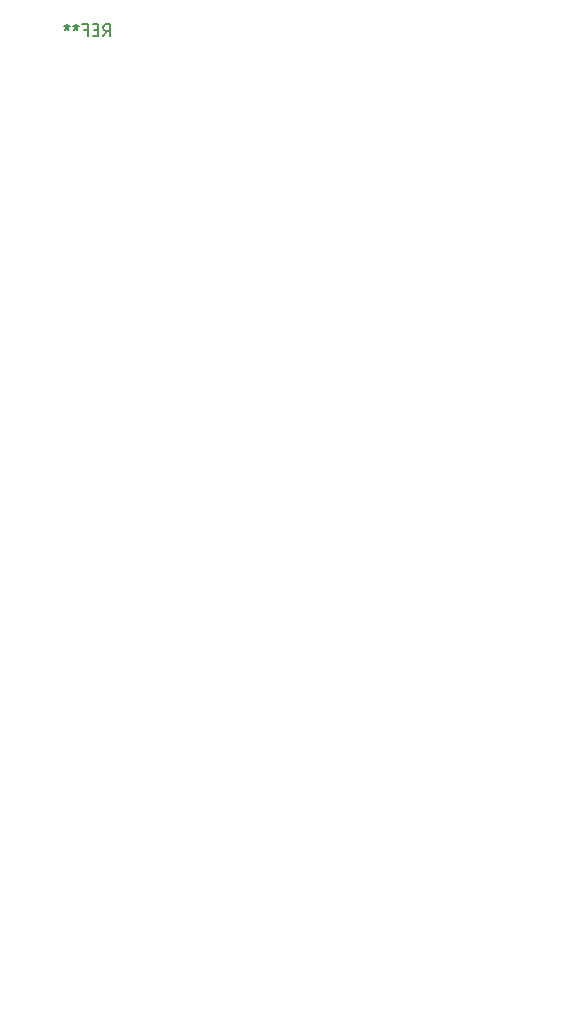
<source format=gbr>
%TF.GenerationSoftware,KiCad,Pcbnew,7.0.2*%
%TF.CreationDate,2024-01-29T21:10:08-05:00*%
%TF.ProjectId,dpx_perv_5x30-s,6470785f-7065-4727-965f-357833302d73,rev?*%
%TF.SameCoordinates,Original*%
%TF.FileFunction,Legend,Bot*%
%TF.FilePolarity,Positive*%
%FSLAX46Y46*%
G04 Gerber Fmt 4.6, Leading zero omitted, Abs format (unit mm)*
G04 Created by KiCad (PCBNEW 7.0.2) date 2024-01-29 21:10:08*
%MOMM*%
%LPD*%
G01*
G04 APERTURE LIST*
G04 Aperture macros list*
%AMFreePoly0*
4,1,6,1.000000,0.000000,0.500000,-0.750000,-0.500000,-0.750000,-0.500000,0.750000,0.500000,0.750000,1.000000,0.000000,1.000000,0.000000,$1*%
%AMFreePoly1*
4,1,6,0.500000,-0.750000,-0.650000,-0.750000,-0.150000,0.000000,-0.650000,0.750000,0.500000,0.750000,0.500000,-0.750000,0.500000,-0.750000,$1*%
G04 Aperture macros list end*
%ADD10C,0.300000*%
%ADD11C,0.150000*%
%ADD12C,0.120000*%
%ADD13FreePoly0,180.000000*%
%ADD14FreePoly1,180.000000*%
%ADD15R,1.700000X1.700000*%
%ADD16O,1.700000X1.700000*%
G04 APERTURE END LIST*
D10*
G36*
X56252275Y-30759782D02*
G01*
X56247586Y-30776571D01*
X56240363Y-30792373D01*
X56232681Y-30802973D01*
X56237128Y-30804692D01*
X56251763Y-30810472D01*
X56255044Y-30811072D01*
X56267499Y-30801524D01*
X56281423Y-30800448D01*
X56293487Y-30809836D01*
X56289849Y-30819132D01*
X56299913Y-30806398D01*
X56315520Y-30800080D01*
X56330882Y-30800448D01*
X56337368Y-30814208D01*
X56352927Y-30818798D01*
X56356527Y-30820232D01*
X56368681Y-30829028D01*
X56379504Y-30839053D01*
X56386203Y-30846610D01*
X56398065Y-30859247D01*
X56407687Y-30872286D01*
X56415067Y-30885508D01*
X56420845Y-30900876D01*
X56423572Y-30915853D01*
X56439638Y-30919937D01*
X56454170Y-30925458D01*
X56468455Y-30934541D01*
X56479523Y-30945992D01*
X56487455Y-30958363D01*
X56488474Y-30960714D01*
X56498310Y-30959450D01*
X56493667Y-30972691D01*
X56494280Y-30974105D01*
X56493209Y-30973998D01*
X56492921Y-30974820D01*
X56495048Y-30990443D01*
X56502228Y-31004726D01*
X56509881Y-31019508D01*
X56513429Y-31036631D01*
X56513348Y-31037302D01*
X56525664Y-31034687D01*
X56531650Y-31033089D01*
X56540184Y-31046416D01*
X56544777Y-31060878D01*
X56549185Y-31076875D01*
X56557140Y-31090168D01*
X56560226Y-31092807D01*
X56570504Y-31081466D01*
X56583780Y-31089766D01*
X56589449Y-31104502D01*
X56590074Y-31107600D01*
X56600620Y-31102911D01*
X56615305Y-31097119D01*
X56634598Y-31090242D01*
X56625611Y-31111005D01*
X56617540Y-31127271D01*
X56616863Y-31128392D01*
X56617539Y-31127865D01*
X56634339Y-31120094D01*
X56656213Y-31114788D01*
X56650850Y-31130898D01*
X56645732Y-31145574D01*
X56643040Y-31153457D01*
X56646466Y-31152687D01*
X56664578Y-31152317D01*
X56678139Y-31158157D01*
X56685559Y-31172689D01*
X56687120Y-31188719D01*
X56689553Y-31193190D01*
X56705805Y-31190205D01*
X56720768Y-31191410D01*
X56719863Y-31207253D01*
X56708968Y-31219544D01*
X56702375Y-31224331D01*
X56718621Y-31221752D01*
X56733972Y-31223490D01*
X56746631Y-31232987D01*
X56751380Y-31250510D01*
X56751102Y-31258770D01*
X56736541Y-31260943D01*
X56733883Y-31260601D01*
X56747907Y-31266008D01*
X56752201Y-31281484D01*
X56753666Y-31294673D01*
X56761218Y-31281640D01*
X56772351Y-31282217D01*
X56785102Y-31290834D01*
X56794745Y-31303375D01*
X56794561Y-31303514D01*
X56795798Y-31305664D01*
X56802854Y-31318642D01*
X56802425Y-31334131D01*
X56796847Y-31348794D01*
X56794699Y-31352192D01*
X56813224Y-31353373D01*
X56827673Y-31356728D01*
X56841370Y-31364102D01*
X56851026Y-31377052D01*
X56854312Y-31392943D01*
X56853291Y-31410485D01*
X56850027Y-31428386D01*
X56848555Y-31435357D01*
X56861905Y-31428946D01*
X56872735Y-31423633D01*
X56884622Y-31433272D01*
X56891398Y-31446380D01*
X56896201Y-31461380D01*
X56913401Y-31463567D01*
X56912425Y-31479772D01*
X56908861Y-31494476D01*
X56898747Y-31502402D01*
X56914054Y-31498860D01*
X56929451Y-31500062D01*
X56921905Y-31513822D01*
X56911296Y-31524004D01*
X56911569Y-31524384D01*
X56926733Y-31523272D01*
X56938778Y-31532012D01*
X56936099Y-31540375D01*
X56943397Y-31550579D01*
X56936258Y-31564659D01*
X56927689Y-31573476D01*
X56942791Y-31571286D01*
X56955806Y-31578120D01*
X56958464Y-31584101D01*
X56965831Y-31597545D01*
X56970004Y-31613332D01*
X56971065Y-31630481D01*
X56968345Y-31640797D01*
X56974218Y-31645650D01*
X56988094Y-31640733D01*
X56989989Y-31641135D01*
X56993112Y-31628833D01*
X57002373Y-31615939D01*
X57010854Y-31630311D01*
X57010854Y-31627698D01*
X57024487Y-31633990D01*
X57033010Y-31645978D01*
X57034933Y-31660911D01*
X57034301Y-31669464D01*
X57019446Y-31668190D01*
X57013326Y-31666257D01*
X57011436Y-31676591D01*
X57011072Y-31693209D01*
X57012005Y-31699975D01*
X57015205Y-31691904D01*
X57032204Y-31689890D01*
X57047397Y-31691801D01*
X57059580Y-31697674D01*
X57061150Y-31715148D01*
X57058942Y-31732948D01*
X57051357Y-31746599D01*
X57036910Y-31750241D01*
X57026390Y-31739612D01*
X57022756Y-31721490D01*
X57023310Y-31711962D01*
X57013002Y-31707205D01*
X57013094Y-31707869D01*
X57017919Y-31723860D01*
X57024028Y-31737758D01*
X57031143Y-31752428D01*
X57034668Y-31761421D01*
X57036513Y-31776336D01*
X57027918Y-31789206D01*
X57022578Y-31793295D01*
X57036126Y-31800214D01*
X57050236Y-31808890D01*
X57045168Y-31823243D01*
X57051683Y-31820760D01*
X57066935Y-31818841D01*
X57076433Y-31818574D01*
X57066123Y-31830954D01*
X57059153Y-31844634D01*
X57057062Y-31860752D01*
X57059586Y-31875401D01*
X57059947Y-31886718D01*
X57055376Y-31890061D01*
X57059755Y-31893573D01*
X57067938Y-31906522D01*
X57072403Y-31918225D01*
X57079379Y-31927165D01*
X57090315Y-31929633D01*
X57095850Y-31946802D01*
X57096602Y-31961668D01*
X57092785Y-31975983D01*
X57084767Y-31990204D01*
X57070268Y-31992806D01*
X57063295Y-31977966D01*
X57062145Y-31973180D01*
X57063836Y-31955893D01*
X57066328Y-31947226D01*
X57056650Y-31955228D01*
X57059769Y-31970817D01*
X57060313Y-31982339D01*
X57053460Y-31995495D01*
X57041629Y-31992964D01*
X57040392Y-32007618D01*
X57030638Y-32001390D01*
X57041262Y-32010183D01*
X57047747Y-32023655D01*
X57035647Y-32032645D01*
X57029905Y-32033630D01*
X57043695Y-32038620D01*
X57057739Y-32046162D01*
X57069326Y-32056240D01*
X57072600Y-32070713D01*
X57060309Y-32083949D01*
X57052784Y-32087714D01*
X57053200Y-32089870D01*
X57042542Y-32100876D01*
X57035952Y-32100387D01*
X57039614Y-32112078D01*
X57039224Y-32128123D01*
X57033614Y-32143476D01*
X57021891Y-32155850D01*
X57009280Y-32160634D01*
X57009160Y-32161445D01*
X57003317Y-32177330D01*
X56994321Y-32190363D01*
X56988139Y-32196296D01*
X56972306Y-32190522D01*
X56969721Y-32188921D01*
X56973256Y-32202920D01*
X56974218Y-32218278D01*
X56959566Y-32218659D01*
X56945401Y-32225045D01*
X56941611Y-32226338D01*
X56930958Y-32238411D01*
X56921154Y-32251038D01*
X56913655Y-32263883D01*
X56912668Y-32267004D01*
X56911403Y-32282156D01*
X56901023Y-32294365D01*
X56889587Y-32295947D01*
X56884124Y-32310516D01*
X56875419Y-32322634D01*
X56860563Y-32327108D01*
X56853317Y-32327454D01*
X56853457Y-32342883D01*
X56841227Y-32352001D01*
X56826321Y-32359615D01*
X56813014Y-32366085D01*
X56799683Y-32374061D01*
X56788913Y-32384625D01*
X56781876Y-32397430D01*
X56766647Y-32396044D01*
X56760937Y-32393787D01*
X56762625Y-32396834D01*
X56753666Y-32407322D01*
X56737239Y-32409048D01*
X56720755Y-32410538D01*
X56705852Y-32413316D01*
X56694315Y-32417580D01*
X56682592Y-32427059D01*
X56670891Y-32437126D01*
X56668670Y-32438463D01*
X56652674Y-32442764D01*
X56637220Y-32445469D01*
X56622469Y-32446938D01*
X56605270Y-32447584D01*
X56589744Y-32447565D01*
X56573771Y-32447659D01*
X56564989Y-32448354D01*
X56564989Y-32459345D01*
X56545576Y-32460347D01*
X56526455Y-32460559D01*
X56507880Y-32460119D01*
X56490104Y-32459165D01*
X56473382Y-32457834D01*
X56457966Y-32456264D01*
X56439881Y-32454036D01*
X56425172Y-32451955D01*
X56410749Y-32449820D01*
X56395814Y-32446849D01*
X56380913Y-32443850D01*
X56365741Y-32440085D01*
X56358359Y-32437730D01*
X56345830Y-32428423D01*
X56332201Y-32421870D01*
X56323555Y-32419045D01*
X56308645Y-32410090D01*
X56294331Y-32402079D01*
X56279866Y-32395473D01*
X56264503Y-32390734D01*
X56247498Y-32388323D01*
X56232208Y-32388380D01*
X56219507Y-32389736D01*
X56216788Y-32385706D01*
X56740111Y-32385706D01*
X56745674Y-32384747D01*
X56743408Y-32382775D01*
X56740111Y-32385706D01*
X56216788Y-32385706D01*
X56210998Y-32377124D01*
X56201989Y-32364996D01*
X56191929Y-32352324D01*
X56182871Y-32340277D01*
X56168548Y-32344502D01*
X56161255Y-32343208D01*
X56156926Y-32333924D01*
X56140701Y-32332482D01*
X56126839Y-32327650D01*
X56113670Y-32318772D01*
X56099176Y-32314284D01*
X56092012Y-32314998D01*
X56086555Y-32298901D01*
X56072669Y-32285282D01*
X56058969Y-32276242D01*
X56044201Y-32267855D01*
X56029938Y-32259805D01*
X56014429Y-32249048D01*
X56005926Y-32234507D01*
X56012378Y-32221082D01*
X56021304Y-32213515D01*
X56021304Y-32208752D01*
X56008055Y-32218382D01*
X55992969Y-32218131D01*
X55978473Y-32212372D01*
X55977707Y-32211317D01*
X55967023Y-32201061D01*
X55967815Y-32195563D01*
X55953434Y-32192265D01*
X55945364Y-32188719D01*
X56504493Y-32188719D01*
X56504905Y-32189701D01*
X56505524Y-32188730D01*
X56504493Y-32188719D01*
X55945364Y-32188719D01*
X55938768Y-32185821D01*
X55931911Y-32179443D01*
X55930073Y-32169628D01*
X56528078Y-32169628D01*
X56531596Y-32168060D01*
X56528105Y-32169358D01*
X56528078Y-32169628D01*
X55930073Y-32169628D01*
X55929003Y-32163913D01*
X55929994Y-32159948D01*
X55920116Y-32163984D01*
X55903851Y-32160685D01*
X55893336Y-32145734D01*
X55890512Y-32135846D01*
X55880441Y-32125080D01*
X55876446Y-32124122D01*
X56399758Y-32124122D01*
X56406651Y-32110034D01*
X56411676Y-32107332D01*
X56401773Y-32107748D01*
X56401959Y-32110222D01*
X56399758Y-32124122D01*
X55876446Y-32124122D01*
X55865643Y-32121531D01*
X55848747Y-32120092D01*
X55842455Y-32106302D01*
X55840027Y-32091134D01*
X55844941Y-32082528D01*
X55843515Y-32083141D01*
X55828871Y-32081257D01*
X55824877Y-32066906D01*
X55821269Y-32059642D01*
X55805653Y-32060100D01*
X55790050Y-32055328D01*
X55782068Y-32046819D01*
X55779508Y-32032093D01*
X55783885Y-32017918D01*
X55784266Y-32017876D01*
X55770511Y-32011757D01*
X55766969Y-32009848D01*
X56201581Y-32009848D01*
X56205219Y-32012015D01*
X56202185Y-32007958D01*
X56201581Y-32009848D01*
X55766969Y-32009848D01*
X55756364Y-32004132D01*
X55740752Y-31999395D01*
X55724769Y-31998636D01*
X55721618Y-31998825D01*
X55718117Y-31982852D01*
X55718003Y-31980164D01*
X55707062Y-31977772D01*
X55697702Y-31964701D01*
X55694141Y-31958525D01*
X55690270Y-31941899D01*
X55689567Y-31931049D01*
X56110281Y-31931049D01*
X56113435Y-31931442D01*
X56110473Y-31928194D01*
X56110281Y-31931049D01*
X55689567Y-31931049D01*
X55689298Y-31926905D01*
X55689197Y-31910354D01*
X55687229Y-31893547D01*
X55681684Y-31877925D01*
X55684615Y-31866202D01*
X55700666Y-31860343D01*
X55716384Y-31855667D01*
X55726135Y-31854364D01*
X55733845Y-31844910D01*
X55744333Y-31835427D01*
X55726547Y-31839366D01*
X55710650Y-31837505D01*
X55710200Y-31835165D01*
X55968742Y-31835165D01*
X55969763Y-31834946D01*
X55982956Y-31828386D01*
X55991116Y-31812987D01*
X55989844Y-31814581D01*
X55978107Y-31827092D01*
X55968742Y-31835165D01*
X55710200Y-31835165D01*
X55707568Y-31821471D01*
X55711217Y-31803882D01*
X55713215Y-31788080D01*
X55711194Y-31772150D01*
X55702201Y-31757391D01*
X55718409Y-31756235D01*
X55732919Y-31750909D01*
X55743475Y-31739615D01*
X55747996Y-31734310D01*
X55762303Y-31728752D01*
X55778242Y-31725060D01*
X55793450Y-31725127D01*
X55807953Y-31731827D01*
X55810645Y-31742737D01*
X55820410Y-31730453D01*
X55837316Y-31728576D01*
X55855055Y-31728311D01*
X55870681Y-31728732D01*
X55878850Y-31729144D01*
X55882229Y-31716754D01*
X55896741Y-31718902D01*
X55910442Y-31729125D01*
X55924499Y-31739944D01*
X55938825Y-31745463D01*
X55940704Y-31744935D01*
X55939161Y-31729579D01*
X55949445Y-31716696D01*
X55965591Y-31711422D01*
X55980271Y-31706834D01*
X55991995Y-31698407D01*
X55999678Y-31711784D01*
X56012596Y-31718886D01*
X56029079Y-31719945D01*
X56043687Y-31723891D01*
X56053544Y-31733211D01*
X56062974Y-31721810D01*
X56077589Y-31719471D01*
X56095310Y-31720022D01*
X56089240Y-31735179D01*
X56079853Y-31746570D01*
X56066386Y-31753485D01*
X56060505Y-31753728D01*
X56047969Y-31762422D01*
X56033028Y-31763620D01*
X56019979Y-31775459D01*
X56010085Y-31788049D01*
X55999597Y-31802363D01*
X55991301Y-31812754D01*
X56001363Y-31823658D01*
X56016752Y-31820442D01*
X56031554Y-31815407D01*
X56047682Y-31809781D01*
X56038258Y-31825326D01*
X56035922Y-31832096D01*
X56048447Y-31828709D01*
X56054643Y-31827367D01*
X56054025Y-31842295D01*
X56065634Y-31839091D01*
X56064808Y-31855214D01*
X56057299Y-31869804D01*
X56054451Y-31871410D01*
X56061907Y-31874269D01*
X56078913Y-31878178D01*
X56092012Y-31880856D01*
X56079144Y-31873575D01*
X56086317Y-31859268D01*
X56099732Y-31852117D01*
X56115460Y-31846784D01*
X56115460Y-31866568D01*
X56130258Y-31868551D01*
X56141728Y-31881966D01*
X56147459Y-31896579D01*
X56148200Y-31911873D01*
X56141405Y-31913242D01*
X56143673Y-31915471D01*
X56148499Y-31930864D01*
X56146099Y-31945904D01*
X56144402Y-31950832D01*
X56159747Y-31952440D01*
X56174855Y-31954502D01*
X56189041Y-31959274D01*
X56186534Y-31973180D01*
X56192191Y-31976057D01*
X56192676Y-31969358D01*
X56207878Y-31969527D01*
X56211081Y-31971348D01*
X56219473Y-31983413D01*
X56234477Y-31989818D01*
X56249053Y-31993382D01*
X56265454Y-31998591D01*
X56276767Y-32008157D01*
X56278088Y-32012199D01*
X56291004Y-32006026D01*
X56306325Y-32013169D01*
X56313562Y-32029055D01*
X56315128Y-32034729D01*
X56316152Y-32050174D01*
X56324408Y-32062299D01*
X56324499Y-32062558D01*
X56329332Y-32061875D01*
X56347455Y-32062007D01*
X56363870Y-32067283D01*
X56368528Y-32072552D01*
X56368861Y-32071332D01*
X56384413Y-32067238D01*
X56400554Y-32071875D01*
X56415686Y-32080759D01*
X56427139Y-32093919D01*
X56418462Y-32103685D01*
X56420935Y-32102356D01*
X56437741Y-32098313D01*
X56452777Y-32100210D01*
X56462437Y-32113574D01*
X56462372Y-32114619D01*
X56465401Y-32107972D01*
X56480061Y-32112157D01*
X56484831Y-32126632D01*
X56484755Y-32129617D01*
X56497405Y-32120815D01*
X56512832Y-32120939D01*
X56517361Y-32123756D01*
X56530746Y-32131988D01*
X56542758Y-32142438D01*
X56557230Y-32151166D01*
X56574514Y-32158194D01*
X56557591Y-32161117D01*
X56557303Y-32161172D01*
X56566973Y-32168305D01*
X56574126Y-32182624D01*
X56572598Y-32193771D01*
X56575455Y-32187664D01*
X56591870Y-32183272D01*
X56602724Y-32182740D01*
X56617301Y-32185119D01*
X56632535Y-32186001D01*
X56645313Y-32199191D01*
X56646159Y-32201542D01*
X56660587Y-32201270D01*
X56675683Y-32203848D01*
X56686255Y-32203989D01*
X56689908Y-32184831D01*
X56693372Y-32165906D01*
X56696172Y-32149401D01*
X56971287Y-32149401D01*
X56982033Y-32155941D01*
X56978219Y-32147091D01*
X56974218Y-32147569D01*
X56971287Y-32149401D01*
X56696172Y-32149401D01*
X56696539Y-32147238D01*
X56699296Y-32128847D01*
X56701535Y-32110756D01*
X56703143Y-32092986D01*
X56704012Y-32075559D01*
X56704030Y-32058497D01*
X56703086Y-32041821D01*
X56701071Y-32025553D01*
X56699078Y-32014945D01*
X56689553Y-32025570D01*
X56686735Y-32009156D01*
X56687389Y-31994189D01*
X56689775Y-31978552D01*
X56689553Y-31968784D01*
X56679651Y-31957795D01*
X56678928Y-31955961D01*
X56676625Y-31941322D01*
X56677829Y-31941673D01*
X56664204Y-31934475D01*
X56663174Y-31928483D01*
X56662994Y-31913756D01*
X56664628Y-31898762D01*
X56664647Y-31883158D01*
X56663174Y-31877559D01*
X56653649Y-31865011D01*
X56642394Y-31854158D01*
X56640826Y-31851913D01*
X56638610Y-31837094D01*
X56639031Y-31830518D01*
X57033548Y-31830518D01*
X57035101Y-31827232D01*
X57033733Y-31827762D01*
X57033548Y-31830518D01*
X56639031Y-31830518D01*
X56639606Y-31821520D01*
X56640460Y-31806851D01*
X56626373Y-31801086D01*
X56614779Y-31791832D01*
X56613534Y-31789800D01*
X56989953Y-31789800D01*
X56991170Y-31789227D01*
X56990338Y-31788899D01*
X56989953Y-31789800D01*
X56613534Y-31789800D01*
X56612982Y-31788899D01*
X56613868Y-31774137D01*
X56614743Y-31759018D01*
X56612982Y-31754460D01*
X56598308Y-31752377D01*
X56591001Y-31746400D01*
X56586583Y-31731730D01*
X56589900Y-31717196D01*
X56590268Y-31713061D01*
X56575549Y-31710075D01*
X56566820Y-31705001D01*
X56563363Y-31690653D01*
X56565357Y-31675409D01*
X56565721Y-31669098D01*
X56550961Y-31667868D01*
X56543007Y-31661770D01*
X56536636Y-31650780D01*
X56997366Y-31650780D01*
X56999266Y-31655744D01*
X57001318Y-31656006D01*
X56998838Y-31649488D01*
X56999130Y-31648215D01*
X56997366Y-31650780D01*
X56536636Y-31650780D01*
X56535309Y-31648490D01*
X56531747Y-31633396D01*
X56528719Y-31618906D01*
X56521693Y-31605463D01*
X56519590Y-31590183D01*
X56525788Y-31579338D01*
X56511936Y-31572200D01*
X56500664Y-31561039D01*
X56492509Y-31546996D01*
X56491019Y-31538514D01*
X56488168Y-31539084D01*
X56475962Y-31534275D01*
X56477055Y-31519128D01*
X56476269Y-31503979D01*
X56470467Y-31493609D01*
X56464925Y-31479641D01*
X56467902Y-31471994D01*
X56453617Y-31465579D01*
X56438793Y-31458856D01*
X56428335Y-31451111D01*
X56422135Y-31437378D01*
X56420411Y-31422244D01*
X56417919Y-31407294D01*
X56417344Y-31406414D01*
X56404835Y-31397695D01*
X56391286Y-31390978D01*
X56380468Y-31380619D01*
X56377410Y-31368312D01*
X56367152Y-31365015D01*
X56360996Y-31350469D01*
X56357119Y-31336164D01*
X56355428Y-31334241D01*
X56341355Y-31327413D01*
X56327973Y-31320920D01*
X56321122Y-31314457D01*
X56760627Y-31314457D01*
X56768245Y-31318025D01*
X56769334Y-31315425D01*
X56769857Y-31314582D01*
X56766680Y-31314914D01*
X56760627Y-31314457D01*
X56321122Y-31314457D01*
X56318792Y-31312259D01*
X56319168Y-31296909D01*
X56321356Y-31294307D01*
X56309410Y-31284993D01*
X56295701Y-31277937D01*
X56281581Y-31270864D01*
X56268158Y-31261491D01*
X56265669Y-31258770D01*
X56264757Y-31243987D01*
X56267501Y-31237887D01*
X56253629Y-31244456D01*
X56243954Y-31230894D01*
X56243321Y-31221034D01*
X56233795Y-31217370D01*
X56221889Y-31207845D01*
X56217675Y-31193923D01*
X56212366Y-31207615D01*
X56196826Y-31209460D01*
X56191663Y-31208944D01*
X56189109Y-31193341D01*
X56189413Y-31189125D01*
X56638486Y-31189125D01*
X56639031Y-31191835D01*
X56641559Y-31192458D01*
X56638486Y-31189125D01*
X56189413Y-31189125D01*
X56190169Y-31178650D01*
X56188733Y-31174506D01*
X56175218Y-31180334D01*
X56174444Y-31180368D01*
X56169086Y-31166331D01*
X56172246Y-31155455D01*
X56156996Y-31155775D01*
X56143673Y-31146535D01*
X56140372Y-31136038D01*
X56133045Y-31134938D01*
X56121279Y-31125076D01*
X56108269Y-31114161D01*
X56108259Y-31114152D01*
X56567018Y-31114152D01*
X56568492Y-31115052D01*
X56584360Y-31110142D01*
X56587906Y-31108564D01*
X56575005Y-31108592D01*
X56567018Y-31114152D01*
X56108259Y-31114152D01*
X56096442Y-31103840D01*
X56085770Y-31093679D01*
X56074739Y-31081446D01*
X56071862Y-31077786D01*
X56057712Y-31083006D01*
X56046217Y-31079251D01*
X56044186Y-31073756D01*
X56492449Y-31073756D01*
X56504594Y-31082180D01*
X56519876Y-31080095D01*
X56523589Y-31073756D01*
X56492449Y-31073756D01*
X56044186Y-31073756D01*
X56041088Y-31065375D01*
X56045850Y-31058368D01*
X56031148Y-31054153D01*
X56023136Y-31050308D01*
X56009100Y-31041883D01*
X55994651Y-31033530D01*
X55980065Y-31025495D01*
X55965617Y-31018022D01*
X55951580Y-31011357D01*
X55935033Y-31004533D01*
X55920096Y-30999831D01*
X55914692Y-30998651D01*
X55904800Y-31009882D01*
X55902968Y-31009642D01*
X55904177Y-31025532D01*
X55903709Y-31041019D01*
X55889007Y-31043018D01*
X55886482Y-31041882D01*
X55880171Y-31040307D01*
X55878566Y-31048757D01*
X55894908Y-31045546D01*
X55891973Y-31060635D01*
X55894818Y-31075427D01*
X55902739Y-31088326D01*
X55911021Y-31102479D01*
X55911504Y-31103767D01*
X55920580Y-31097135D01*
X55935382Y-31102125D01*
X55939238Y-31104164D01*
X55938660Y-31119160D01*
X55938187Y-31134819D01*
X55938569Y-31149862D01*
X55939283Y-31165452D01*
X55939605Y-31172674D01*
X55925479Y-31178642D01*
X55908773Y-31181825D01*
X55894031Y-31179376D01*
X55885383Y-31174139D01*
X55881660Y-31189019D01*
X55882727Y-31204410D01*
X55869711Y-31211760D01*
X55853103Y-31205523D01*
X55834458Y-31195389D01*
X55839501Y-31209265D01*
X55828230Y-31215539D01*
X55816046Y-31224767D01*
X55805951Y-31213424D01*
X55811102Y-31200848D01*
X55803553Y-31209520D01*
X55790798Y-31217422D01*
X55776094Y-31221898D01*
X55759857Y-31223553D01*
X55742504Y-31222993D01*
X55724452Y-31220822D01*
X55706116Y-31217647D01*
X55687913Y-31214073D01*
X55681380Y-31199316D01*
X55673916Y-31186006D01*
X55663374Y-31171201D01*
X55651603Y-31158188D01*
X55638728Y-31146708D01*
X55624876Y-31136500D01*
X55613174Y-31129077D01*
X55604796Y-31116789D01*
X55597787Y-31110392D01*
X55593315Y-31092895D01*
X55592240Y-31075719D01*
X55592401Y-31073926D01*
X55852028Y-31073926D01*
X55853413Y-31076517D01*
X55857539Y-31086212D01*
X55854643Y-31072618D01*
X55854190Y-31073036D01*
X55852028Y-31073926D01*
X55592401Y-31073926D01*
X55593698Y-31059497D01*
X55596825Y-31044859D01*
X55601769Y-31029750D01*
X55608095Y-31015854D01*
X55608778Y-31014771D01*
X55594408Y-31011022D01*
X55594123Y-30998651D01*
X55603612Y-30986154D01*
X55615664Y-30976510D01*
X55621601Y-30971540D01*
X55621691Y-30971278D01*
X56464508Y-30971278D01*
X56466304Y-30969853D01*
X56464512Y-30969447D01*
X56464508Y-30971278D01*
X55621691Y-30971278D01*
X55626534Y-30957208D01*
X55632875Y-30943297D01*
X55634423Y-30941498D01*
X55645765Y-30930747D01*
X55660108Y-30923670D01*
X55673258Y-30917318D01*
X55682867Y-30904208D01*
X55688419Y-30887654D01*
X55691028Y-30872909D01*
X55698373Y-30859377D01*
X55716589Y-30858385D01*
X55732438Y-30862791D01*
X55746165Y-30867859D01*
X55752049Y-30854360D01*
X55763498Y-30841475D01*
X55779034Y-30829818D01*
X55792480Y-30822250D01*
X55806771Y-30815977D01*
X55821285Y-30811259D01*
X55839904Y-30807832D01*
X55856335Y-30808243D01*
X55866332Y-30811439D01*
X55872972Y-30796661D01*
X55887436Y-30794232D01*
X55904477Y-30797752D01*
X55918865Y-30803902D01*
X55925317Y-30809973D01*
X55917704Y-30796868D01*
X55915425Y-30791655D01*
X55929839Y-30783087D01*
X55947275Y-30780213D01*
X55961969Y-30780790D01*
X55979477Y-30783579D01*
X55994044Y-30786967D01*
X56005917Y-30789091D01*
X56010859Y-30774959D01*
X56024468Y-30767874D01*
X56037058Y-30760881D01*
X56053613Y-30762151D01*
X56068775Y-30764172D01*
X56082254Y-30770367D01*
X56089207Y-30780191D01*
X56100206Y-30782372D01*
X56112206Y-30786643D01*
X56101458Y-30775540D01*
X56094577Y-30768574D01*
X56113581Y-30763052D01*
X56128639Y-30760368D01*
X56143340Y-30760335D01*
X56157209Y-30766678D01*
X56159423Y-30781031D01*
X56168596Y-30766187D01*
X56183640Y-30757205D01*
X56198716Y-30754286D01*
X56215348Y-30752977D01*
X56232832Y-30750896D01*
X56250463Y-30745662D01*
X56253945Y-30744028D01*
X56252275Y-30759782D01*
G37*
G36*
X77073108Y-32050717D02*
G01*
X77074952Y-32067513D01*
X77072534Y-32084985D01*
X77064930Y-32099474D01*
X77049975Y-32104400D01*
X77040935Y-32091036D01*
X77040135Y-32087719D01*
X77040151Y-32070668D01*
X77041784Y-32054767D01*
X77044694Y-32038756D01*
X77050246Y-32023913D01*
X77066054Y-32032313D01*
X77073108Y-32050717D01*
G37*
G36*
X76818118Y-32247454D02*
G01*
X76832872Y-32253209D01*
X76831829Y-32267966D01*
X76815725Y-32275432D01*
X76800159Y-32274845D01*
X76788681Y-32264660D01*
X76786244Y-32247454D01*
X76800987Y-32247454D01*
X76815757Y-32247454D01*
X76818118Y-32247454D01*
G37*
G36*
X76453219Y-31477723D02*
G01*
X76439824Y-31486667D01*
X76426505Y-31496693D01*
X76422078Y-31500071D01*
X76420993Y-31483366D01*
X76420607Y-31468581D01*
X76420762Y-31452530D01*
X76421297Y-31436379D01*
X76421431Y-31421075D01*
X76420246Y-31410312D01*
X76408071Y-31401462D01*
X76399730Y-31391994D01*
X76397909Y-31377082D01*
X76399742Y-31361271D01*
X76399786Y-31346580D01*
X76398997Y-31344366D01*
X76384463Y-31339537D01*
X76381412Y-31335573D01*
X76378702Y-31319943D01*
X76380615Y-31304571D01*
X76380313Y-31295273D01*
X76392158Y-31305691D01*
X76398265Y-31321194D01*
X76401744Y-31337083D01*
X76397532Y-31349862D01*
X76398010Y-31334705D01*
X76404493Y-31330811D01*
X76389472Y-31327513D01*
X76378165Y-31318162D01*
X76374451Y-31312126D01*
X76370174Y-31297995D01*
X76368610Y-31283010D01*
X76367869Y-31267133D01*
X76365658Y-31258637D01*
X76355766Y-31248745D01*
X76348479Y-31235816D01*
X76345195Y-31219764D01*
X76345105Y-31204597D01*
X76343675Y-31189799D01*
X76342577Y-31186097D01*
X76327876Y-31181254D01*
X76325724Y-31175839D01*
X76322120Y-31159499D01*
X76320737Y-31142344D01*
X76319238Y-31124257D01*
X76316381Y-31109037D01*
X76310754Y-31093085D01*
X76301159Y-31076341D01*
X76290639Y-31063227D01*
X76281761Y-31054206D01*
X76297720Y-31054493D01*
X76312887Y-31049072D01*
X76316476Y-31033147D01*
X76314392Y-31018394D01*
X76312902Y-31001449D01*
X76327872Y-31000776D01*
X76342891Y-31003917D01*
X76342577Y-31011341D01*
X76348739Y-30997993D01*
X76352835Y-30997419D01*
X76344308Y-31009733D01*
X76330738Y-31003776D01*
X76329426Y-30985321D01*
X76330791Y-30970571D01*
X76333955Y-30953647D01*
X76339066Y-30935029D01*
X76346276Y-30915193D01*
X76349172Y-30908393D01*
X76348019Y-30925661D01*
X76349031Y-30940384D01*
X76359064Y-30940633D01*
X76366757Y-30932939D01*
X76378161Y-30921273D01*
X76389707Y-30910705D01*
X76401192Y-30901203D01*
X76415157Y-30890770D01*
X76428318Y-30881879D01*
X76442497Y-30873153D01*
X76450655Y-30868459D01*
X76436876Y-30863271D01*
X76435601Y-30848451D01*
X76436366Y-30843546D01*
X76452252Y-30841429D01*
X76466637Y-30845515D01*
X76473003Y-30853804D01*
X76479311Y-30839542D01*
X76487339Y-30825898D01*
X76493886Y-30820465D01*
X76508300Y-30816928D01*
X76521390Y-30824443D01*
X76521363Y-30827793D01*
X76531621Y-30810207D01*
X76546576Y-30812618D01*
X76552138Y-30814970D01*
X76552029Y-30799911D01*
X76566913Y-30793386D01*
X76576318Y-30794087D01*
X76591313Y-30797174D01*
X76606146Y-30789171D01*
X76618871Y-30780715D01*
X76631428Y-30772175D01*
X76638600Y-30767342D01*
X76645324Y-30781459D01*
X76661072Y-30781525D01*
X76675791Y-30776556D01*
X76692566Y-30771070D01*
X76696485Y-30769907D01*
X76692122Y-30787948D01*
X76685826Y-30805290D01*
X76679136Y-30820339D01*
X76672559Y-30833499D01*
X76682018Y-30821698D01*
X76693554Y-30805444D01*
X76693554Y-30820733D01*
X76693554Y-30836937D01*
X76693554Y-30853246D01*
X76693554Y-30869820D01*
X76693554Y-30885987D01*
X76693554Y-30893372D01*
X76677526Y-30894259D01*
X76662917Y-30890789D01*
X76653620Y-30880915D01*
X76663050Y-30868037D01*
X76677322Y-30864167D01*
X76692004Y-30863151D01*
X76706787Y-30862968D01*
X76713338Y-30862964D01*
X76710215Y-30879245D01*
X76715560Y-30894912D01*
X76719909Y-30909662D01*
X76713802Y-30923190D01*
X76699248Y-30931380D01*
X76680836Y-30937023D01*
X76673038Y-30938801D01*
X76678178Y-30924669D01*
X76681831Y-30909721D01*
X76682930Y-30898501D01*
X76691367Y-30910688D01*
X76695478Y-30925658D01*
X76696383Y-30940392D01*
X76695386Y-30946495D01*
X76694184Y-30931779D01*
X76706446Y-30923128D01*
X76717368Y-30920116D01*
X76725512Y-30936740D01*
X76731268Y-30953243D01*
X76731588Y-30968431D01*
X76720679Y-30978749D01*
X76712971Y-30986062D01*
X76722069Y-30998195D01*
X76723935Y-31013027D01*
X76711872Y-31017569D01*
X76721790Y-31004579D01*
X76737999Y-30997529D01*
X76752172Y-30993756D01*
X76746335Y-31009350D01*
X76742567Y-31023923D01*
X76739524Y-31039931D01*
X76736215Y-31054594D01*
X76724393Y-31063581D01*
X76717734Y-31061533D01*
X76734040Y-31062795D01*
X76749177Y-31066179D01*
X76763484Y-31076577D01*
X76771802Y-31093400D01*
X76774154Y-31108061D01*
X76758964Y-31107380D01*
X76743360Y-31103578D01*
X76733374Y-31092559D01*
X76732022Y-31085713D01*
X76744585Y-31093729D01*
X76753184Y-31105716D01*
X76745937Y-31118465D01*
X76740082Y-31119785D01*
X76735040Y-31105675D01*
X76744430Y-31092829D01*
X76762577Y-31091470D01*
X76781848Y-31095239D01*
X76784107Y-31110325D01*
X76782426Y-31126476D01*
X76774921Y-31139132D01*
X76773422Y-31142500D01*
X76784719Y-31152542D01*
X76794304Y-31162650D01*
X76791909Y-31178022D01*
X76783680Y-31187929D01*
X76798820Y-31190134D01*
X76805662Y-31196355D01*
X76808279Y-31211579D01*
X76799313Y-31223498D01*
X76796136Y-31224931D01*
X76790598Y-31238666D01*
X76789175Y-31239220D01*
X76799959Y-31227610D01*
X76814992Y-31227628D01*
X76824713Y-31228229D01*
X76828227Y-31243141D01*
X76836985Y-31255754D01*
X76844130Y-31261568D01*
X76854587Y-31275013D01*
X76856540Y-31293764D01*
X76857960Y-31310706D01*
X76859902Y-31328895D01*
X76862869Y-31347230D01*
X76867365Y-31364613D01*
X76873893Y-31379943D01*
X76882956Y-31392122D01*
X76886628Y-31395291D01*
X76869983Y-31397927D01*
X76854396Y-31399432D01*
X76842526Y-31390537D01*
X76842664Y-31388330D01*
X76857766Y-31388527D01*
X76872459Y-31387201D01*
X76882798Y-31376770D01*
X76887361Y-31371844D01*
X76885084Y-31389161D01*
X76886863Y-31404369D01*
X76891273Y-31419409D01*
X76893543Y-31434492D01*
X76892023Y-31451616D01*
X76888826Y-31464900D01*
X76873711Y-31467483D01*
X76862814Y-31456840D01*
X76875630Y-31464895D01*
X76870874Y-31475525D01*
X76880109Y-31462374D01*
X76894060Y-31457350D01*
X76893955Y-31466732D01*
X76902894Y-31479485D01*
X76905542Y-31495491D01*
X76907367Y-31511189D01*
X76909661Y-31527350D01*
X76913186Y-31542397D01*
X76914105Y-31545134D01*
X76916304Y-31533777D01*
X76922615Y-31548388D01*
X76923331Y-31563745D01*
X76922532Y-31568581D01*
X76930170Y-31581790D01*
X76935908Y-31596349D01*
X76930592Y-31605950D01*
X76943288Y-31614555D01*
X76948866Y-31628796D01*
X76946630Y-31644271D01*
X76954039Y-31652479D01*
X76952115Y-31670154D01*
X76954186Y-31687243D01*
X76958641Y-31702123D01*
X76962943Y-31717213D01*
X76964558Y-31734933D01*
X76963565Y-31745535D01*
X76975789Y-31754502D01*
X76985187Y-31766478D01*
X76992843Y-31779678D01*
X76999468Y-31793895D01*
X76984446Y-31793646D01*
X76970652Y-31788075D01*
X76970159Y-31785835D01*
X76985041Y-31782981D01*
X76997195Y-31792756D01*
X76998552Y-31807588D01*
X76996904Y-31825720D01*
X76995259Y-31840681D01*
X76995090Y-31857549D01*
X76996171Y-31863138D01*
X76981813Y-31866864D01*
X76967675Y-31862782D01*
X76967228Y-31862405D01*
X76980366Y-31854832D01*
X76989943Y-31854712D01*
X76995484Y-31870485D01*
X76998796Y-31886252D01*
X76998369Y-31902202D01*
X76992194Y-31916063D01*
X76988111Y-31921390D01*
X76995266Y-31907658D01*
X77011656Y-31905573D01*
X77021065Y-31916962D01*
X77023282Y-31933846D01*
X77028621Y-31948794D01*
X77032008Y-31963968D01*
X77018416Y-31970928D01*
X77003062Y-31971485D01*
X76980417Y-31969384D01*
X76992930Y-31960361D01*
X77000934Y-31952165D01*
X77014690Y-31958811D01*
X77018886Y-31961324D01*
X77031102Y-31972148D01*
X77018341Y-31981829D01*
X77003268Y-31979711D01*
X77002033Y-31978543D01*
X77017384Y-31976889D01*
X77020717Y-31979642D01*
X77025532Y-31995052D01*
X77021712Y-32010774D01*
X77012841Y-32022790D01*
X77012291Y-32022873D01*
X77028052Y-32027568D01*
X77031270Y-32041884D01*
X77026943Y-32058750D01*
X77019029Y-32072217D01*
X77015588Y-32068302D01*
X77004479Y-32057896D01*
X77013001Y-32044892D01*
X77026946Y-32040825D01*
X77036049Y-32053988D01*
X77044102Y-32069833D01*
X77048583Y-32084269D01*
X77050988Y-32101229D01*
X77052025Y-32118054D01*
X77054033Y-32135895D01*
X77057910Y-32151669D01*
X77061018Y-32160259D01*
X77045703Y-32152121D01*
X77032865Y-32143933D01*
X77046381Y-32151526D01*
X77043066Y-32157329D01*
X77041600Y-32163923D01*
X77031309Y-32175809D01*
X77020836Y-32186245D01*
X77007892Y-32195333D01*
X76993300Y-32202321D01*
X76978586Y-32207154D01*
X76985684Y-32193882D01*
X76993240Y-32194331D01*
X76991435Y-32209898D01*
X76982573Y-32221593D01*
X76969060Y-32224373D01*
X76953312Y-32215097D01*
X76943440Y-32203474D01*
X76950771Y-32190102D01*
X76965582Y-32184336D01*
X76969060Y-32183707D01*
X76956137Y-32191705D01*
X76964235Y-32176293D01*
X76977853Y-32167587D01*
X76975060Y-32183322D01*
X76970244Y-32201468D01*
X76962851Y-32216982D01*
X76950291Y-32226318D01*
X76934615Y-32225328D01*
X76919373Y-32223267D01*
X76913373Y-32225106D01*
X76899514Y-32218748D01*
X76891969Y-32205497D01*
X76890658Y-32198361D01*
X76876093Y-32204503D01*
X76861634Y-32199532D01*
X76848526Y-32197629D01*
X76833039Y-32199461D01*
X76821049Y-32196896D01*
X76834295Y-32203872D01*
X76847301Y-32214041D01*
X76858052Y-32224373D01*
X76847010Y-32235285D01*
X76836417Y-32247199D01*
X76824809Y-32258299D01*
X76810526Y-32264981D01*
X76793380Y-32266076D01*
X76789908Y-32265772D01*
X76783409Y-32252306D01*
X76779186Y-32236601D01*
X76793572Y-32233532D01*
X76784805Y-32246197D01*
X76774900Y-32259751D01*
X76764262Y-32274199D01*
X76762020Y-32258858D01*
X76745865Y-32260388D01*
X76734953Y-32266871D01*
X76734991Y-32251745D01*
X76727275Y-32238967D01*
X76722863Y-32239394D01*
X76725119Y-32221666D01*
X76726320Y-32204049D01*
X76725751Y-32188431D01*
X76721781Y-32173191D01*
X76716269Y-32164289D01*
X76716006Y-32148936D01*
X76717368Y-32139010D01*
X76709769Y-32126396D01*
X76718596Y-32114416D01*
X76721764Y-32114464D01*
X76709053Y-32121999D01*
X76700881Y-32123257D01*
X76693641Y-32108008D01*
X76689946Y-32092609D01*
X76687159Y-32077451D01*
X76682643Y-32062927D01*
X76673761Y-32049426D01*
X76669374Y-32045221D01*
X76686594Y-32042747D01*
X76701319Y-32041560D01*
X76715675Y-32045311D01*
X76720299Y-32056578D01*
X76706029Y-32064315D01*
X76692727Y-32056223D01*
X76683043Y-32043731D01*
X76670182Y-32032059D01*
X76654810Y-32027068D01*
X76651056Y-32026903D01*
X76660069Y-32013843D01*
X76664369Y-31999095D01*
X76664039Y-31983678D01*
X76665215Y-31966560D01*
X76665710Y-31963522D01*
X76680848Y-31967288D01*
X76684761Y-31968285D01*
X76687698Y-31953859D01*
X76691722Y-31950699D01*
X76693043Y-31966696D01*
X76682764Y-31979614D01*
X76665591Y-31981774D01*
X76647759Y-31979275D01*
X76643974Y-31964492D01*
X76643385Y-31949626D01*
X76645498Y-31934705D01*
X76646660Y-31924321D01*
X76632131Y-31929318D01*
X76625410Y-31924321D01*
X76622164Y-31909286D01*
X76624077Y-31893906D01*
X76623945Y-31890249D01*
X76612068Y-31881497D01*
X76605627Y-31874495D01*
X76602598Y-31859671D01*
X76597567Y-31854712D01*
X76594224Y-31839456D01*
X76595313Y-31823548D01*
X76603106Y-31810306D01*
X76610389Y-31805985D01*
X76606455Y-31820801D01*
X76590635Y-31824786D01*
X76584011Y-31825036D01*
X76582616Y-31809634D01*
X76577572Y-31793625D01*
X76569943Y-31779552D01*
X76560884Y-31765631D01*
X76551554Y-31750075D01*
X76544671Y-31735252D01*
X76538948Y-31717325D01*
X76553770Y-31714419D01*
X76564228Y-31708166D01*
X76553438Y-31720237D01*
X76544444Y-31722821D01*
X76541428Y-31707768D01*
X76527607Y-31702756D01*
X76524660Y-31703770D01*
X76520288Y-31689341D01*
X76511145Y-31674411D01*
X76502404Y-31662462D01*
X76494575Y-31649600D01*
X76489470Y-31634552D01*
X76488900Y-31616042D01*
X76489489Y-31611812D01*
X76474594Y-31605756D01*
X76468884Y-31590682D01*
X76466830Y-31574420D01*
X76465224Y-31558346D01*
X76462745Y-31547332D01*
X76447628Y-31544552D01*
X76444060Y-31542936D01*
X76440307Y-31528105D01*
X76446533Y-31514548D01*
X76453586Y-31512527D01*
X76440027Y-31519286D01*
X76432268Y-31505723D01*
X76432703Y-31497873D01*
X76436813Y-31482629D01*
X76451594Y-31479161D01*
X76451754Y-31481753D01*
X76453219Y-31477723D01*
G37*
G36*
X76658017Y-30897035D02*
G01*
X76644828Y-30890212D01*
X76632738Y-30883114D01*
X76647438Y-30879358D01*
X76658508Y-30889134D01*
X76658017Y-30897035D01*
G37*
G36*
X76762797Y-31220169D02*
G01*
X76755827Y-31207198D01*
X76757778Y-31191839D01*
X76765362Y-31189028D01*
X76765894Y-31203907D01*
X76762627Y-31218579D01*
X76762797Y-31220169D01*
G37*
G36*
X76853655Y-32138278D02*
G01*
X76840882Y-32129492D01*
X76835627Y-32114999D01*
X76834604Y-32109335D01*
X76850711Y-32108150D01*
X76863961Y-32115271D01*
X76860983Y-32122890D01*
X76848244Y-32114961D01*
X76840619Y-32101816D01*
X76845962Y-32092848D01*
X76854820Y-32105298D01*
X76856623Y-32120967D01*
X76854209Y-32136734D01*
X76853655Y-32138278D01*
G37*
G36*
X76757302Y-32173082D02*
G01*
X76766598Y-32160763D01*
X76782908Y-32159688D01*
X76788809Y-32166854D01*
X76774385Y-32164041D01*
X76759978Y-32169674D01*
X76757302Y-32173082D01*
G37*
G36*
X81963608Y-48430653D02*
G01*
X81974174Y-48439047D01*
X81983305Y-48448982D01*
X81991216Y-48459730D01*
X81996585Y-48464626D01*
X82007008Y-48455647D01*
X82022791Y-48457397D01*
X82025162Y-48458178D01*
X82033307Y-48468712D01*
X82039146Y-48480282D01*
X82047573Y-48490037D01*
X82062531Y-48493349D01*
X82067397Y-48508254D01*
X82072337Y-48522355D01*
X82077697Y-48535564D01*
X82083826Y-48547790D01*
X82091071Y-48558945D01*
X82099780Y-48568939D01*
X82110301Y-48577682D01*
X82122981Y-48585086D01*
X82122981Y-48596869D01*
X82122981Y-48609009D01*
X82122981Y-48621705D01*
X82122981Y-48631395D01*
X82139276Y-48632704D01*
X82151969Y-48639906D01*
X82151526Y-48652034D01*
X82147678Y-48663475D01*
X82149359Y-48668031D01*
X82155776Y-48679193D01*
X82154925Y-48691107D01*
X82154488Y-48692651D01*
X82159453Y-48703975D01*
X82162926Y-48715781D01*
X82162676Y-48728237D01*
X82155464Y-48739710D01*
X82146329Y-48750045D01*
X82141299Y-48758010D01*
X82136677Y-48769516D01*
X82132518Y-48781607D01*
X82143903Y-48789733D01*
X82146062Y-48789078D01*
X82136184Y-48797825D01*
X82124848Y-48804156D01*
X82126650Y-48804900D01*
X82133485Y-48815900D01*
X82133972Y-48818094D01*
X82124349Y-48828035D01*
X82114429Y-48830588D01*
X82122379Y-48835477D01*
X82130371Y-48846202D01*
X82134194Y-48858223D01*
X82134705Y-48861764D01*
X82119276Y-48861208D01*
X82110496Y-48859683D01*
X82101764Y-48868800D01*
X82091840Y-48869092D01*
X82105521Y-48875975D01*
X82112672Y-48888633D01*
X82119213Y-48901818D01*
X82127368Y-48912886D01*
X82139929Y-48922759D01*
X82143131Y-48924486D01*
X82125397Y-48927320D01*
X82111307Y-48930767D01*
X82111663Y-48942834D01*
X82124014Y-48950112D01*
X82138010Y-48957541D01*
X82142032Y-48959657D01*
X82125181Y-48963294D01*
X82111525Y-48969151D01*
X82101268Y-48978047D01*
X82094175Y-48988753D01*
X82092939Y-48990138D01*
X82103685Y-48982057D01*
X82115082Y-48974625D01*
X82128524Y-48982879D01*
X82132420Y-48998523D01*
X82133606Y-49010069D01*
X82126079Y-49022960D01*
X82114465Y-49031607D01*
X82103728Y-49029775D01*
X82105687Y-49035509D01*
X82099299Y-49047709D01*
X82089661Y-49057648D01*
X82087444Y-49059308D01*
X82098148Y-49068160D01*
X82099181Y-49081520D01*
X82098435Y-49086859D01*
X82083258Y-49085450D01*
X82077552Y-49081876D01*
X82079725Y-49094917D01*
X82087550Y-49106026D01*
X82094524Y-49118160D01*
X82095548Y-49130544D01*
X82088176Y-49140494D01*
X82077872Y-49149507D01*
X82073264Y-49160665D01*
X82071690Y-49167752D01*
X82082315Y-49173028D01*
X82079257Y-49185085D01*
X82070967Y-49190913D01*
X82082718Y-49191788D01*
X82097997Y-49193578D01*
X82106337Y-49203227D01*
X82105029Y-49212888D01*
X82096093Y-49220850D01*
X82098052Y-49231717D01*
X82097490Y-49246226D01*
X82092123Y-49258464D01*
X82080121Y-49267277D01*
X82065643Y-49270526D01*
X82064363Y-49270920D01*
X82078727Y-49274325D01*
X82091948Y-49281075D01*
X82102645Y-49289327D01*
X82111697Y-49298702D01*
X82115287Y-49303160D01*
X82101050Y-49306770D01*
X82087141Y-49311710D01*
X82084146Y-49315177D01*
X82096398Y-49322463D01*
X82105150Y-49332883D01*
X82113597Y-49342708D01*
X82116386Y-49345658D01*
X82107305Y-49355748D01*
X82109105Y-49367801D01*
X82110891Y-49376433D01*
X82123646Y-49383673D01*
X82125184Y-49396360D01*
X82122825Y-49401551D01*
X82123995Y-49400493D01*
X82129576Y-49396070D01*
X82132208Y-49409181D01*
X82132347Y-49421198D01*
X82131832Y-49433676D01*
X82131894Y-49446372D01*
X82133764Y-49459044D01*
X82134338Y-49461136D01*
X82148407Y-49466699D01*
X82154934Y-49477233D01*
X82155221Y-49480773D01*
X82150879Y-49492730D01*
X82139615Y-49502053D01*
X82127759Y-49509536D01*
X82116476Y-49517370D01*
X82114555Y-49518875D01*
X82112583Y-49507199D01*
X82111436Y-49495238D01*
X82111494Y-49493969D01*
X82109766Y-49495677D01*
X82095082Y-49500286D01*
X82091840Y-49500704D01*
X82083883Y-49490698D01*
X82077038Y-49479710D01*
X82071040Y-49468826D01*
X82063109Y-49458912D01*
X82057035Y-49455861D01*
X82040682Y-49450214D01*
X82028150Y-49444125D01*
X82016964Y-49436517D01*
X82006185Y-49426433D01*
X81996952Y-49417173D01*
X81981923Y-49414067D01*
X81973138Y-49410725D01*
X81959869Y-49399944D01*
X81949691Y-49390808D01*
X81939955Y-49381990D01*
X81927168Y-49374763D01*
X81911564Y-49377328D01*
X81903529Y-49381122D01*
X81899071Y-49368205D01*
X81895951Y-49356422D01*
X81893023Y-49344679D01*
X81889241Y-49338038D01*
X81874729Y-49341248D01*
X81866526Y-49339797D01*
X81863189Y-49328274D01*
X81864694Y-49318694D01*
X81849877Y-49315139D01*
X81842712Y-49309315D01*
X81835991Y-49297564D01*
X81830571Y-49286230D01*
X81828058Y-49279127D01*
X81818532Y-49275610D01*
X81815973Y-49262929D01*
X81816471Y-49251100D01*
X81818158Y-49243076D01*
X82064363Y-49243076D01*
X82064533Y-49245294D01*
X82064584Y-49245263D01*
X82064363Y-49243076D01*
X81818158Y-49243076D01*
X81818930Y-49239406D01*
X81819631Y-49236921D01*
X81810106Y-49228715D01*
X81801170Y-49217575D01*
X81796408Y-49205763D01*
X81798205Y-49193970D01*
X81797650Y-49190613D01*
X81793009Y-49178974D01*
X81793620Y-49169217D01*
X81792436Y-49157478D01*
X81791365Y-49145178D01*
X81790415Y-49132401D01*
X81789595Y-49119231D01*
X81788915Y-49105755D01*
X81788384Y-49092056D01*
X81788010Y-49078218D01*
X81787803Y-49064327D01*
X81787773Y-49050467D01*
X81787927Y-49036722D01*
X81788276Y-49023178D01*
X81788828Y-49009918D01*
X81789593Y-48997027D01*
X81790579Y-48984590D01*
X81791796Y-48972691D01*
X81793253Y-48961416D01*
X81801154Y-48951491D01*
X81802276Y-48951246D01*
X81796143Y-48946227D01*
X81794352Y-48944709D01*
X81790383Y-48931830D01*
X81788843Y-48923415D01*
X81776767Y-48928882D01*
X81763111Y-48934319D01*
X81764409Y-48941162D01*
X81764677Y-48948519D01*
X81748637Y-48948654D01*
X81733272Y-48946613D01*
X81719064Y-48941302D01*
X81718063Y-48940440D01*
X81718515Y-48948226D01*
X81704861Y-48954691D01*
X81695296Y-48963745D01*
X81682075Y-48968887D01*
X81673452Y-48968157D01*
X81664705Y-48977911D01*
X81650534Y-48971829D01*
X81639552Y-48963911D01*
X81633391Y-48958455D01*
X81631398Y-48959489D01*
X81616445Y-48963076D01*
X81610071Y-48963174D01*
X81617542Y-48973936D01*
X81619781Y-48985728D01*
X81606788Y-48992255D01*
X81597615Y-48992776D01*
X81590282Y-49003705D01*
X81578229Y-49010725D01*
X81563102Y-49011301D01*
X81552503Y-49009482D01*
X81554329Y-49016042D01*
X81554750Y-49022672D01*
X81541359Y-49028526D01*
X81528414Y-49034235D01*
X81511924Y-49041663D01*
X81496401Y-49048935D01*
X81481945Y-49056109D01*
X81468655Y-49063243D01*
X81456629Y-49070397D01*
X81443525Y-49079454D01*
X81441177Y-49081290D01*
X81446581Y-49092720D01*
X81456324Y-49103464D01*
X81466019Y-49113399D01*
X81473417Y-49120857D01*
X81456886Y-49118236D01*
X81442655Y-49121971D01*
X81447884Y-49133966D01*
X81457544Y-49143274D01*
X81459495Y-49144891D01*
X81443357Y-49147365D01*
X81436422Y-49147797D01*
X81437092Y-49156669D01*
X81435149Y-49169350D01*
X81431675Y-49183627D01*
X81426994Y-49198116D01*
X81421430Y-49211433D01*
X81415308Y-49222194D01*
X81404743Y-49230693D01*
X81395029Y-49221842D01*
X81394039Y-49218902D01*
X81390863Y-49218985D01*
X81393771Y-49220033D01*
X81392084Y-49231646D01*
X81378751Y-49236681D01*
X81370835Y-49235163D01*
X81378400Y-49246186D01*
X81388483Y-49257050D01*
X81392892Y-49270977D01*
X81393550Y-49280885D01*
X81378248Y-49279545D01*
X81372232Y-49278659D01*
X81377586Y-49283769D01*
X81382283Y-49295504D01*
X81382925Y-49298471D01*
X81367131Y-49298433D01*
X81352389Y-49298857D01*
X81348853Y-49301108D01*
X81354984Y-49311782D01*
X81362988Y-49322254D01*
X81366072Y-49330125D01*
X81364623Y-49342525D01*
X81355923Y-49352916D01*
X81341873Y-49358598D01*
X81334931Y-49359141D01*
X81328839Y-49353827D01*
X81324888Y-49364774D01*
X81321376Y-49365882D01*
X81306733Y-49366871D01*
X81291285Y-49366838D01*
X81284602Y-49355868D01*
X81285472Y-49354158D01*
X81285210Y-49350456D01*
X81324838Y-49350456D01*
X81325320Y-49350758D01*
X81324960Y-49350444D01*
X81324838Y-49350456D01*
X81285210Y-49350456D01*
X81284610Y-49341987D01*
X81301740Y-49340886D01*
X81309401Y-49343289D01*
X81309432Y-49340913D01*
X81290793Y-49337177D01*
X81275646Y-49332625D01*
X81261316Y-49327018D01*
X81245682Y-49318463D01*
X81238211Y-49311660D01*
X81234798Y-49298661D01*
X81225281Y-49288748D01*
X81216796Y-49279009D01*
X81209971Y-49268090D01*
X81207070Y-49258610D01*
X81221814Y-49250166D01*
X81223786Y-49249548D01*
X81210487Y-49240203D01*
X81199010Y-49229594D01*
X81211464Y-49221882D01*
X81211349Y-49209411D01*
X81215130Y-49198526D01*
X81222091Y-49196768D01*
X81206084Y-49200657D01*
X81191469Y-49202997D01*
X81181431Y-49194156D01*
X81181765Y-49189171D01*
X81171620Y-49192035D01*
X81172724Y-49204205D01*
X81168193Y-49216321D01*
X81157963Y-49225519D01*
X81147719Y-49228422D01*
X81137455Y-49217891D01*
X81129218Y-49206989D01*
X81127203Y-49199406D01*
X81126278Y-49211208D01*
X81123407Y-49222816D01*
X81118690Y-49223436D01*
X81118777Y-49224025D01*
X81117840Y-49223548D01*
X81117276Y-49223622D01*
X81119850Y-49225021D01*
X81121669Y-49236695D01*
X81108441Y-49244674D01*
X81102290Y-49246007D01*
X81092248Y-49237384D01*
X81079207Y-49231693D01*
X81065138Y-49228089D01*
X81059792Y-49226077D01*
X81046616Y-49231368D01*
X81031935Y-49228301D01*
X81018759Y-49224319D01*
X81018759Y-49226877D01*
X81023155Y-49228129D01*
X81027032Y-49241470D01*
X81023802Y-49253142D01*
X81012867Y-49264391D01*
X80997969Y-49270737D01*
X80983075Y-49270906D01*
X80973323Y-49263170D01*
X80962282Y-49266290D01*
X80952081Y-49266524D01*
X80963707Y-49276299D01*
X80970720Y-49289128D01*
X80971047Y-49302236D01*
X80959198Y-49311576D01*
X80941823Y-49313711D01*
X80936947Y-49304242D01*
X80936105Y-49317287D01*
X80935488Y-49329431D01*
X80938159Y-49331883D01*
X80946896Y-49321184D01*
X80963254Y-49315685D01*
X80977802Y-49313085D01*
X80982123Y-49312539D01*
X80977042Y-49324144D01*
X80978039Y-49337880D01*
X80982530Y-49350715D01*
X80985509Y-49362603D01*
X80980037Y-49375553D01*
X80966903Y-49383350D01*
X80950249Y-49388743D01*
X80934934Y-49390989D01*
X80929366Y-49395484D01*
X80927380Y-49384948D01*
X80919651Y-49385756D01*
X80904236Y-49383770D01*
X80895199Y-49373815D01*
X80894562Y-49363537D01*
X80879769Y-49366685D01*
X80870748Y-49362071D01*
X80862157Y-49351955D01*
X80864886Y-49349762D01*
X80849241Y-49346245D01*
X80834351Y-49342299D01*
X80820127Y-49335910D01*
X80813229Y-49325142D01*
X80804436Y-49320159D01*
X80795701Y-49309845D01*
X80781808Y-49303373D01*
X80767366Y-49300253D01*
X80752569Y-49298826D01*
X80738857Y-49298471D01*
X80736303Y-49285794D01*
X80732401Y-49273463D01*
X80721029Y-49264713D01*
X80706983Y-49263886D01*
X80707020Y-49250776D01*
X80709997Y-49236114D01*
X80715621Y-49224225D01*
X80725210Y-49212522D01*
X80736247Y-49203437D01*
X80749303Y-49194651D01*
X80757487Y-49188561D01*
X81080675Y-49188561D01*
X81086567Y-49199556D01*
X81089834Y-49209957D01*
X81091980Y-49205575D01*
X81090007Y-49202744D01*
X81083095Y-49191828D01*
X81080675Y-49188561D01*
X80757487Y-49188561D01*
X80758274Y-49187975D01*
X80754610Y-49176545D01*
X80738700Y-49176387D01*
X80726204Y-49169878D01*
X80727013Y-49159545D01*
X81181425Y-49159545D01*
X81186233Y-49166296D01*
X81187217Y-49161913D01*
X81181425Y-49159545D01*
X80727013Y-49159545D01*
X80727065Y-49158879D01*
X80715709Y-49166972D01*
X80706617Y-49169044D01*
X80706617Y-49177301D01*
X80706617Y-49189459D01*
X80706617Y-49201164D01*
X80691486Y-49201164D01*
X80676599Y-49201164D01*
X80661750Y-49201164D01*
X80660088Y-49201164D01*
X80660088Y-49188424D01*
X80660088Y-49176240D01*
X80660088Y-49165407D01*
X80660188Y-49165407D01*
X80657738Y-49162054D01*
X80674094Y-49151005D01*
X80674540Y-49150779D01*
X80665507Y-49150012D01*
X80651755Y-49141806D01*
X80647266Y-49136098D01*
X80662145Y-49129693D01*
X80677214Y-49123999D01*
X80690146Y-49117746D01*
X80697558Y-49107483D01*
X80697091Y-49095065D01*
X80712526Y-49095066D01*
X80728604Y-49095077D01*
X80743718Y-49095117D01*
X80758741Y-49095283D01*
X80760839Y-49095358D01*
X80758985Y-49082229D01*
X80766957Y-49071760D01*
X80769265Y-49069273D01*
X80784476Y-49067635D01*
X80794544Y-49068980D01*
X80809264Y-49069291D01*
X80809565Y-49068980D01*
X80824254Y-49064089D01*
X80824735Y-49064535D01*
X80828678Y-49053386D01*
X80842027Y-49045507D01*
X80851331Y-49043774D01*
X80865168Y-49039530D01*
X80870748Y-49035861D01*
X80881604Y-49027293D01*
X80892658Y-49018717D01*
X80896760Y-49016517D01*
X80911839Y-49013660D01*
X80921028Y-49003658D01*
X80919841Y-48998345D01*
X80937987Y-48998728D01*
X80952790Y-48998500D01*
X80967632Y-48998172D01*
X80971439Y-48998160D01*
X80968689Y-48994941D01*
X80960373Y-48983922D01*
X80958309Y-48981053D01*
X80974547Y-48980822D01*
X80990412Y-48977461D01*
X81004482Y-48973784D01*
X81019452Y-48973030D01*
X81027552Y-48974018D01*
X81035929Y-48983056D01*
X81040503Y-48981169D01*
X81045749Y-48981086D01*
X81033737Y-48974837D01*
X81026551Y-48963174D01*
X81091666Y-48963174D01*
X81091689Y-48963176D01*
X81091688Y-48963174D01*
X81091666Y-48963174D01*
X81026551Y-48963174D01*
X81026122Y-48962478D01*
X81024255Y-48954674D01*
X81042563Y-48952161D01*
X81058477Y-48947858D01*
X81072516Y-48942172D01*
X81085203Y-48935509D01*
X81097059Y-48928274D01*
X81108606Y-48920872D01*
X81120365Y-48913710D01*
X81123174Y-48912245D01*
X81198564Y-48912245D01*
X81209300Y-48913846D01*
X81215374Y-48914096D01*
X81213946Y-48913011D01*
X81238624Y-48913011D01*
X81240006Y-48912871D01*
X81246638Y-48907194D01*
X81238624Y-48913011D01*
X81213946Y-48913011D01*
X81206758Y-48907549D01*
X81205458Y-48905011D01*
X81203724Y-48907170D01*
X81198564Y-48912245D01*
X81123174Y-48912245D01*
X81132859Y-48907194D01*
X81146608Y-48901728D01*
X81162135Y-48897719D01*
X81173731Y-48896056D01*
X81174332Y-48895470D01*
X81212521Y-48895470D01*
X81215845Y-48894086D01*
X81226524Y-48888468D01*
X81216444Y-48887068D01*
X81212521Y-48895470D01*
X81174332Y-48895470D01*
X81183139Y-48886888D01*
X81196939Y-48880846D01*
X81203987Y-48878430D01*
X81201575Y-48875540D01*
X81214239Y-48867454D01*
X81226362Y-48860423D01*
X81240663Y-48852797D01*
X81253908Y-48846083D01*
X81268242Y-48838651D01*
X81280682Y-48831236D01*
X81284373Y-48828645D01*
X81288503Y-48816484D01*
X81292026Y-48803784D01*
X81295042Y-48790614D01*
X81297648Y-48777038D01*
X81299943Y-48763124D01*
X81302025Y-48748939D01*
X81303992Y-48734548D01*
X81305943Y-48720018D01*
X81307975Y-48705416D01*
X81310187Y-48690809D01*
X81312677Y-48676263D01*
X81315543Y-48661844D01*
X81318883Y-48647619D01*
X81322796Y-48633655D01*
X81327380Y-48620018D01*
X81332733Y-48606775D01*
X81349527Y-48606715D01*
X81365418Y-48609392D01*
X81379930Y-48614679D01*
X81394050Y-48621071D01*
X81404907Y-48624360D01*
X81407638Y-48636161D01*
X81407460Y-48648161D01*
X81406770Y-48660324D01*
X81408937Y-48666566D01*
X81421358Y-48659728D01*
X81422493Y-48660118D01*
X81426643Y-48671388D01*
X81427593Y-48683116D01*
X81434216Y-48683565D01*
X81431846Y-48697527D01*
X81428739Y-48709587D01*
X81424508Y-48721227D01*
X81418342Y-48732072D01*
X81414799Y-48734270D01*
X81428532Y-48729395D01*
X81443805Y-48729509D01*
X81449438Y-48740995D01*
X81452534Y-48749510D01*
X81451831Y-48737621D01*
X81451820Y-48732821D01*
X81497540Y-48732821D01*
X81499114Y-48731994D01*
X81506756Y-48723132D01*
X81497540Y-48732821D01*
X81451820Y-48732821D01*
X81451802Y-48725385D01*
X81451802Y-48719615D01*
X81467241Y-48717776D01*
X81480901Y-48711443D01*
X81495683Y-48705510D01*
X81507129Y-48704619D01*
X81514234Y-48697481D01*
X81517940Y-48684995D01*
X81520312Y-48680048D01*
X81531492Y-48671484D01*
X81543464Y-48664497D01*
X81547763Y-48652772D01*
X81546690Y-48646635D01*
X81562785Y-48647844D01*
X81576837Y-48643001D01*
X81588244Y-48634534D01*
X81593218Y-48631981D01*
X81608273Y-48630315D01*
X81614379Y-48619709D01*
X81624832Y-48608786D01*
X81635894Y-48599141D01*
X81646341Y-48591241D01*
X81660013Y-48584837D01*
X81675077Y-48584014D01*
X81677848Y-48583621D01*
X81688642Y-48575315D01*
X81698662Y-48566356D01*
X81708168Y-48556944D01*
X81717416Y-48547277D01*
X81726664Y-48537556D01*
X81736169Y-48527979D01*
X81746190Y-48518746D01*
X81756983Y-48510055D01*
X81771982Y-48510896D01*
X81777133Y-48512106D01*
X81788811Y-48503900D01*
X81800214Y-48495693D01*
X81795302Y-48483930D01*
X81800947Y-48476642D01*
X81814587Y-48471088D01*
X81829211Y-48468464D01*
X81836118Y-48467556D01*
X81847405Y-48459427D01*
X81854802Y-48453488D01*
X81853282Y-48441431D01*
X81856634Y-48432385D01*
X81871564Y-48430623D01*
X81877151Y-48423007D01*
X81892939Y-48423007D01*
X81909793Y-48423007D01*
X81925290Y-48423007D01*
X81941780Y-48423007D01*
X81949691Y-48423007D01*
X81963608Y-48430653D01*
G37*
G36*
X48306486Y-81799198D02*
G01*
X48320980Y-81803005D01*
X48335596Y-81800222D01*
X48353477Y-81797559D01*
X48357817Y-81797138D01*
X48373473Y-81795497D01*
X48387997Y-81801078D01*
X48395930Y-81811289D01*
X48399216Y-81816189D01*
X48414293Y-81817520D01*
X48428526Y-81821711D01*
X48431823Y-81823223D01*
X48438373Y-81834869D01*
X48444339Y-81845588D01*
X48451392Y-81856714D01*
X48456369Y-81863670D01*
X48464416Y-81873668D01*
X48473814Y-81882810D01*
X48474321Y-81883600D01*
X48478719Y-81895725D01*
X48473019Y-81907516D01*
X48466627Y-81912616D01*
X48479908Y-81905875D01*
X48495158Y-81908368D01*
X48498135Y-81911444D01*
X48503578Y-81922656D01*
X48504900Y-81934584D01*
X48506195Y-81940460D01*
X48508805Y-81952476D01*
X48508393Y-81959217D01*
X48519971Y-81967351D01*
X48527810Y-81976510D01*
X48530742Y-81988443D01*
X48528543Y-81995268D01*
X48537702Y-82001423D01*
X48538449Y-82013682D01*
X48538404Y-82025508D01*
X48537780Y-82037523D01*
X48538801Y-82042455D01*
X48540989Y-82054110D01*
X48546271Y-82065083D01*
X48549462Y-82078400D01*
X48549792Y-82080850D01*
X48562615Y-82147968D01*
X48562248Y-82160794D01*
X48559523Y-82172425D01*
X48555067Y-82184872D01*
X48551164Y-82196549D01*
X48549792Y-82206294D01*
X48556952Y-82217438D01*
X48561773Y-82230060D01*
X48564446Y-82242344D01*
X48549808Y-82241475D01*
X48561104Y-82249030D01*
X48562342Y-82248341D01*
X48571229Y-82238857D01*
X48580585Y-82228177D01*
X48581666Y-82227103D01*
X48591654Y-82218494D01*
X48601819Y-82209899D01*
X48602548Y-82208931D01*
X48606172Y-82197453D01*
X48606507Y-82196915D01*
X49048414Y-82196915D01*
X49048414Y-82200432D01*
X49052444Y-82200432D01*
X49052444Y-82196915D01*
X49048414Y-82196915D01*
X48606507Y-82196915D01*
X48612970Y-82186550D01*
X48616104Y-82184312D01*
X48625921Y-82174718D01*
X48637628Y-82164986D01*
X48650571Y-82155337D01*
X48664098Y-82145990D01*
X48677556Y-82137165D01*
X48690293Y-82129082D01*
X48704205Y-82120357D01*
X48710992Y-82116021D01*
X48705686Y-82104769D01*
X48710626Y-82099315D01*
X48725739Y-82097449D01*
X48729677Y-82100194D01*
X48739935Y-82084074D01*
X48752740Y-82077145D01*
X48765776Y-82071410D01*
X48770710Y-82068247D01*
X48773137Y-82056194D01*
X48779029Y-82044690D01*
X48783532Y-82041283D01*
X48795949Y-82033653D01*
X48808674Y-82027723D01*
X48815040Y-82024577D01*
X48819119Y-82012569D01*
X48828595Y-82005819D01*
X48843802Y-82005556D01*
X48846547Y-82007284D01*
X48846925Y-81994781D01*
X48855317Y-81984299D01*
X48869334Y-81980380D01*
X48872559Y-81980027D01*
X48886796Y-81974772D01*
X48898295Y-81965041D01*
X48907359Y-81955114D01*
X48915933Y-81945045D01*
X48925551Y-81934768D01*
X48930078Y-81931081D01*
X48944729Y-81927397D01*
X48959307Y-81925007D01*
X48963051Y-81923753D01*
X48975874Y-81912909D01*
X48982102Y-81914668D01*
X48979548Y-81902490D01*
X48982102Y-81898254D01*
X48995773Y-81893855D01*
X49010445Y-81895458D01*
X49011777Y-81896496D01*
X49012523Y-81881864D01*
X49024234Y-81883014D01*
X49033759Y-81874001D01*
X49044423Y-81865349D01*
X49045483Y-81864549D01*
X49059256Y-81859704D01*
X49075047Y-81858278D01*
X49089446Y-81857808D01*
X49096644Y-81847033D01*
X49103924Y-81836468D01*
X49110329Y-81828792D01*
X49125920Y-81829133D01*
X49141358Y-81829336D01*
X49146599Y-81828792D01*
X49153927Y-81820585D01*
X49170119Y-81821480D01*
X49184161Y-81824993D01*
X49195816Y-81833392D01*
X49200455Y-81838171D01*
X49199012Y-81826012D01*
X49207416Y-81820878D01*
X49224893Y-81818800D01*
X49239621Y-81819452D01*
X49254171Y-81824466D01*
X49265301Y-81828792D01*
X49280294Y-81828988D01*
X49295070Y-81828403D01*
X49309631Y-81829085D01*
X49319319Y-81838810D01*
X49321355Y-81846377D01*
X49336283Y-81844580D01*
X49351208Y-81846104D01*
X49352862Y-81847257D01*
X49358964Y-81858516D01*
X49353917Y-81868719D01*
X49364371Y-81863653D01*
X49378874Y-81866014D01*
X49384537Y-81877329D01*
X49386294Y-81889159D01*
X49386934Y-81889755D01*
X49401811Y-81891449D01*
X49415592Y-81897370D01*
X49417709Y-81899427D01*
X49426463Y-81910094D01*
X49432768Y-81921474D01*
X49440550Y-81932183D01*
X49441523Y-81933132D01*
X49452916Y-81941230D01*
X49466355Y-81947870D01*
X49478319Y-81955598D01*
X49480724Y-81957752D01*
X49485221Y-81969312D01*
X49482555Y-81977096D01*
X49497494Y-81979820D01*
X49505636Y-81984716D01*
X49508547Y-81996267D01*
X49506570Y-82008147D01*
X49507102Y-82012267D01*
X49521974Y-82014517D01*
X49522489Y-82014905D01*
X49530755Y-82024948D01*
X49535198Y-82036672D01*
X49538882Y-82049663D01*
X49541641Y-82061488D01*
X49543738Y-82072058D01*
X49553996Y-82080264D01*
X49559555Y-82092880D01*
X49563028Y-82104787D01*
X49564455Y-82117936D01*
X49564621Y-82130146D01*
X49564621Y-82132141D01*
X49577263Y-82138227D01*
X49577444Y-82140055D01*
X49577606Y-82153064D01*
X49576358Y-82165175D01*
X49576565Y-82177899D01*
X49577444Y-82181381D01*
X49583502Y-82192158D01*
X49587340Y-82203692D01*
X49587702Y-82205707D01*
X49584498Y-82217448D01*
X49575978Y-82216259D01*
X49585870Y-82225285D01*
X49587702Y-82236775D01*
X49577444Y-82240585D01*
X49592946Y-82237644D01*
X49608107Y-82237426D01*
X49602583Y-82251224D01*
X49598181Y-82254259D01*
X49598107Y-82259448D01*
X49597501Y-82272676D01*
X49596220Y-82287449D01*
X49594566Y-82299486D01*
X49592248Y-82311580D01*
X49589564Y-82323277D01*
X49587336Y-82335547D01*
X49581175Y-82347274D01*
X49579872Y-82359838D01*
X49580138Y-82372021D01*
X49580375Y-82384786D01*
X49569429Y-82384096D01*
X49569930Y-82388026D01*
X49569107Y-82401752D01*
X49564652Y-82414548D01*
X49556895Y-82425791D01*
X49548843Y-82437017D01*
X49547035Y-82450732D01*
X49538692Y-82461396D01*
X49527738Y-82465742D01*
X49527607Y-82466293D01*
X49522699Y-82478692D01*
X49513826Y-82490188D01*
X49500728Y-82496334D01*
X49485654Y-82497992D01*
X49484387Y-82498213D01*
X49499440Y-82501907D01*
X49506201Y-82512810D01*
X49507102Y-82516970D01*
X49501961Y-82528332D01*
X49498468Y-82540045D01*
X49499408Y-82542176D01*
X49485885Y-82547836D01*
X49476018Y-82558044D01*
X49463417Y-82566393D01*
X49460940Y-82567675D01*
X49452318Y-82567714D01*
X49451523Y-82570341D01*
X49444311Y-82581401D01*
X49434699Y-82591342D01*
X49423696Y-82600542D01*
X49412311Y-82609377D01*
X49401552Y-82618226D01*
X49392430Y-82627466D01*
X49392188Y-82627068D01*
X49386769Y-82632361D01*
X49373883Y-82639652D01*
X49363941Y-82648900D01*
X49363121Y-82650620D01*
X49346920Y-82650188D01*
X49330277Y-82649322D01*
X49315479Y-82650792D01*
X49301991Y-82656958D01*
X49289848Y-82665568D01*
X49294196Y-82650659D01*
X49297547Y-82638183D01*
X49285053Y-82631737D01*
X49270643Y-82628060D01*
X49261638Y-82622190D01*
X49262325Y-82609880D01*
X49262544Y-82608415D01*
X49358724Y-82608415D01*
X49358724Y-82608708D01*
X49359091Y-82608708D01*
X49359091Y-82608415D01*
X49358724Y-82608415D01*
X49262544Y-82608415D01*
X49264237Y-82597114D01*
X49266034Y-82591416D01*
X49257608Y-82599622D01*
X49244563Y-82593434D01*
X49231104Y-82587685D01*
X49215530Y-82585284D01*
X49213644Y-82585261D01*
X49212544Y-82570979D01*
X49209885Y-82558264D01*
X49206633Y-82546151D01*
X49203751Y-82533672D01*
X49202205Y-82519863D01*
X49202577Y-82507208D01*
X49204118Y-82496454D01*
X49214508Y-82486251D01*
X49224864Y-82476817D01*
X49235288Y-82468262D01*
X49245884Y-82460697D01*
X49251998Y-82449198D01*
X49258755Y-82438622D01*
X49267179Y-82427175D01*
X49275333Y-82417118D01*
X49283634Y-82407191D01*
X49286550Y-82403544D01*
X49293042Y-82392936D01*
X49301388Y-82382977D01*
X49308899Y-82376287D01*
X49311913Y-82364380D01*
X49313063Y-82351955D01*
X49315322Y-82339201D01*
X49316592Y-82336133D01*
X49327034Y-82327670D01*
X49334178Y-82321185D01*
X49336707Y-82309496D01*
X49333964Y-82297133D01*
X49334911Y-82286894D01*
X49348357Y-82281700D01*
X49347001Y-82279566D01*
X49358358Y-82261688D01*
X49361346Y-82249591D01*
X49363441Y-82236848D01*
X49365055Y-82223831D01*
X49366601Y-82210910D01*
X49368490Y-82198456D01*
X49371135Y-82186840D01*
X49376131Y-82174063D01*
X49380340Y-82167605D01*
X49381805Y-82164088D01*
X49373717Y-82153679D01*
X49372505Y-82141424D01*
X49371913Y-82130969D01*
X49365374Y-82119525D01*
X49366604Y-82106851D01*
X49367883Y-82100194D01*
X49354538Y-82105546D01*
X49342055Y-82113677D01*
X49330086Y-82112190D01*
X49328376Y-82116847D01*
X49325385Y-82123935D01*
X49309168Y-82124563D01*
X49295229Y-82129607D01*
X49282555Y-82136208D01*
X49266845Y-82141126D01*
X49251379Y-82141813D01*
X49241785Y-82152397D01*
X49232329Y-82162073D01*
X49222025Y-82171705D01*
X49214377Y-82178157D01*
X49200660Y-82182820D01*
X49192395Y-82179915D01*
X49189989Y-82191619D01*
X49185253Y-82202749D01*
X49182869Y-82205707D01*
X49170007Y-82211561D01*
X49155607Y-82214406D01*
X49153232Y-82214804D01*
X49150721Y-82219886D01*
X49146391Y-82232199D01*
X49144035Y-82241465D01*
X49127825Y-82241696D01*
X49113702Y-82238116D01*
X49112527Y-82235970D01*
X49112690Y-82237149D01*
X49110413Y-82248974D01*
X49102203Y-82260059D01*
X49087089Y-82265813D01*
X49082119Y-82266084D01*
X49078822Y-82272239D01*
X49068146Y-82280852D01*
X49055337Y-82287396D01*
X49040968Y-82291652D01*
X49033393Y-82293049D01*
X49032735Y-82286112D01*
X49032714Y-82286126D01*
X49031927Y-82286894D01*
X49023835Y-82297510D01*
X49023867Y-82298910D01*
X49023867Y-82324409D01*
X49014319Y-82314005D01*
X49006282Y-82304772D01*
X49004084Y-82320599D01*
X48992971Y-82329405D01*
X48981582Y-82336945D01*
X48972943Y-82340236D01*
X48967282Y-82352661D01*
X48958330Y-82364013D01*
X48946286Y-82373513D01*
X48932030Y-82377707D01*
X48920442Y-82374311D01*
X48919467Y-82377957D01*
X48915127Y-82390304D01*
X48908371Y-82403214D01*
X48899414Y-82413527D01*
X48887486Y-82421464D01*
X48871814Y-82427246D01*
X48868162Y-82428164D01*
X48866015Y-82416013D01*
X48865585Y-82412152D01*
X48852775Y-82418382D01*
X48843691Y-82419021D01*
X48850616Y-82422124D01*
X48855706Y-82431974D01*
X48857538Y-82441353D01*
X48848100Y-82451534D01*
X48837773Y-82461865D01*
X48826031Y-82470406D01*
X48811157Y-82473709D01*
X48799016Y-82466856D01*
X48798723Y-82466397D01*
X48795753Y-82469831D01*
X48783950Y-82478337D01*
X48773278Y-82475509D01*
X48774451Y-82482403D01*
X48765214Y-82485903D01*
X48774177Y-82495864D01*
X48777670Y-82504661D01*
X48764421Y-82511718D01*
X48752356Y-82519327D01*
X48743709Y-82525639D01*
X48748178Y-82524627D01*
X48764149Y-82528442D01*
X48774868Y-82538042D01*
X48781700Y-82547452D01*
X48766476Y-82552122D01*
X48751420Y-82557641D01*
X48743577Y-82557235D01*
X48741839Y-82562237D01*
X48733964Y-82574636D01*
X48723591Y-82585881D01*
X48711771Y-82594859D01*
X48696563Y-82601199D01*
X48680392Y-82598776D01*
X48674789Y-82591016D01*
X48673705Y-82592058D01*
X48666662Y-82598450D01*
X48654523Y-82606369D01*
X48648710Y-82616915D01*
X48662826Y-82620586D01*
X48670347Y-82630650D01*
X48668494Y-82641534D01*
X48653245Y-82641888D01*
X48642545Y-82639909D01*
X48643215Y-82641241D01*
X48640670Y-82642799D01*
X48643215Y-82644465D01*
X48644442Y-82656887D01*
X48638828Y-82669408D01*
X48628973Y-82679973D01*
X48617867Y-82689679D01*
X48607451Y-82698589D01*
X48601712Y-82703758D01*
X48598163Y-82712456D01*
X48590687Y-82723490D01*
X48582084Y-82734901D01*
X48577427Y-82747699D01*
X48578368Y-82758771D01*
X48559015Y-82759782D01*
X48542747Y-82759070D01*
X48525211Y-82755990D01*
X48511611Y-82751163D01*
X48498801Y-82743819D01*
X48487292Y-82735024D01*
X48475420Y-82727996D01*
X48460442Y-82727667D01*
X48445408Y-82723265D01*
X48434819Y-82713582D01*
X48427315Y-82702804D01*
X48423396Y-82701032D01*
X48370273Y-82701032D01*
X48368802Y-82688452D01*
X48357266Y-82680245D01*
X48341729Y-82677841D01*
X48328874Y-82676705D01*
X48329356Y-82668792D01*
X48576170Y-82668792D01*
X48576943Y-82681054D01*
X48579834Y-82690774D01*
X48582741Y-82678777D01*
X48592157Y-82675620D01*
X48590281Y-82670093D01*
X48584903Y-82661435D01*
X48578591Y-82663415D01*
X48576170Y-82668792D01*
X48329356Y-82668792D01*
X48329658Y-82663828D01*
X48332584Y-82652049D01*
X48340964Y-82645638D01*
X48324513Y-82647083D01*
X48308893Y-82644463D01*
X48294625Y-82639216D01*
X48282231Y-82632778D01*
X48269523Y-82624828D01*
X48264852Y-82613590D01*
X48268058Y-82604898D01*
X48253529Y-82601065D01*
X48246809Y-82596105D01*
X48240878Y-82584887D01*
X48238822Y-82576365D01*
X48689765Y-82576365D01*
X48696299Y-82572302D01*
X48708435Y-82563119D01*
X48719825Y-82554712D01*
X48727479Y-82549797D01*
X48727929Y-82549797D01*
X48723743Y-82545677D01*
X48722692Y-82543444D01*
X48721205Y-82544797D01*
X48711813Y-82553946D01*
X48702574Y-82563313D01*
X48693281Y-82572832D01*
X48689765Y-82576365D01*
X48238822Y-82576365D01*
X48238041Y-82573126D01*
X48235085Y-82562107D01*
X48224827Y-82554486D01*
X48223268Y-82540355D01*
X48223394Y-82525412D01*
X48224304Y-82507882D01*
X48225200Y-82495264D01*
X48226228Y-82482255D01*
X48227300Y-82469160D01*
X48228329Y-82456281D01*
X48229227Y-82443921D01*
X48230142Y-82427021D01*
X48230210Y-82419957D01*
X48828961Y-82419957D01*
X48829017Y-82421692D01*
X48832100Y-82419773D01*
X48828961Y-82419957D01*
X48230210Y-82419957D01*
X48230276Y-82412998D01*
X48228731Y-82400548D01*
X48227025Y-82397682D01*
X48216485Y-82387888D01*
X48209908Y-82377333D01*
X48215300Y-82365886D01*
X48223728Y-82356063D01*
X48227796Y-82331150D01*
X48905898Y-82331150D01*
X48911760Y-82334961D01*
X48918315Y-82327074D01*
X48909781Y-82328708D01*
X48905898Y-82331150D01*
X48227796Y-82331150D01*
X48234352Y-82290997D01*
X48234945Y-82278201D01*
X48234437Y-82265491D01*
X48233659Y-82252371D01*
X48234352Y-82240292D01*
X48240978Y-82228216D01*
X48255962Y-82230148D01*
X48254869Y-82228275D01*
X48244656Y-82218970D01*
X48237282Y-82208136D01*
X48230539Y-82194747D01*
X48225074Y-82180707D01*
X48223728Y-82176691D01*
X48233170Y-82187950D01*
X48242324Y-82197470D01*
X48245343Y-82196622D01*
X48247121Y-82182966D01*
X48248228Y-82167889D01*
X48248774Y-82155801D01*
X48249198Y-82143164D01*
X48249606Y-82130084D01*
X48250109Y-82116668D01*
X48250814Y-82103025D01*
X48251831Y-82089261D01*
X48253269Y-82075483D01*
X48255235Y-82061799D01*
X48260149Y-82050128D01*
X48265860Y-82039525D01*
X48266770Y-82023611D01*
X48267074Y-82007058D01*
X48266844Y-81990151D01*
X48266149Y-81973177D01*
X48265061Y-81956424D01*
X48263650Y-81940177D01*
X48261986Y-81924725D01*
X48260141Y-81910354D01*
X48258184Y-81897350D01*
X48255525Y-81882636D01*
X48254869Y-81879497D01*
X48259855Y-81866962D01*
X48263158Y-81854181D01*
X48264606Y-81840795D01*
X48264217Y-81828305D01*
X48264028Y-81826447D01*
X48275730Y-81818546D01*
X48288251Y-81811492D01*
X48292992Y-81799740D01*
X48291871Y-81794793D01*
X48306486Y-81799198D01*
G37*
G36*
X49129564Y-80931862D02*
G01*
X49150690Y-80932290D01*
X49171443Y-80932999D01*
X49191637Y-80933959D01*
X49211082Y-80935140D01*
X49223536Y-80936035D01*
X49238460Y-80938588D01*
X49244128Y-80946988D01*
X49242882Y-80942071D01*
X49254677Y-80936035D01*
X49270402Y-80935944D01*
X49283968Y-80940801D01*
X49293145Y-80946587D01*
X49307955Y-80951046D01*
X49323276Y-80952684D01*
X49340727Y-80952998D01*
X49355853Y-80952652D01*
X49371713Y-80952068D01*
X49388028Y-80951519D01*
X49404520Y-80951276D01*
X49409969Y-80962414D01*
X49423767Y-80968630D01*
X49428333Y-80970913D01*
X49441043Y-80977364D01*
X49453415Y-80984635D01*
X49459108Y-80986740D01*
X49473404Y-80993672D01*
X49486172Y-80999443D01*
X49501125Y-81004399D01*
X49505270Y-81005791D01*
X49519786Y-81002417D01*
X49523954Y-81003446D01*
X49532033Y-81013819D01*
X49536045Y-81022497D01*
X49551088Y-81019365D01*
X49557660Y-81023377D01*
X49567804Y-81033454D01*
X49567057Y-81039353D01*
X49576691Y-81039113D01*
X49585887Y-81050136D01*
X49593726Y-81060718D01*
X49597227Y-81060599D01*
X49606707Y-81070285D01*
X49610783Y-81074668D01*
X49619133Y-81085155D01*
X49627931Y-81096912D01*
X49636497Y-81109236D01*
X49644153Y-81121422D01*
X49650219Y-81132765D01*
X49654443Y-81144273D01*
X49654747Y-81145889D01*
X49653709Y-81158024D01*
X49650350Y-81154975D01*
X49656241Y-81166662D01*
X49652058Y-81178853D01*
X49644007Y-81189560D01*
X49634963Y-81196007D01*
X49649977Y-81198502D01*
X49664318Y-81204168D01*
X49668943Y-81216890D01*
X49666679Y-81229127D01*
X49666975Y-81240922D01*
X49673797Y-81254040D01*
X49663918Y-81262826D01*
X49662074Y-81273090D01*
X49648567Y-81278512D01*
X49641557Y-81277487D01*
X49644772Y-81289349D01*
X49640458Y-81293607D01*
X49650546Y-81284999D01*
X49663102Y-81277228D01*
X49677265Y-81268809D01*
X49692472Y-81259854D01*
X49696878Y-81257264D01*
X49689301Y-81269834D01*
X49683481Y-81280794D01*
X49677948Y-81293218D01*
X49673641Y-81305838D01*
X49670516Y-81317830D01*
X49666740Y-81329319D01*
X49663173Y-81335519D01*
X49652471Y-81342331D01*
X49657677Y-81344568D01*
X49665760Y-81354941D01*
X49663490Y-81367675D01*
X49660242Y-81373035D01*
X49643286Y-81373997D01*
X49627567Y-81375072D01*
X49627311Y-81375098D01*
X49637637Y-81374748D01*
X49651132Y-81381322D01*
X49656945Y-81387103D01*
X49646303Y-81397091D01*
X49631921Y-81402273D01*
X49619942Y-81402344D01*
X49631705Y-81409935D01*
X49631299Y-81419929D01*
X49615908Y-81422903D01*
X49600836Y-81421972D01*
X49597227Y-81422274D01*
X49609291Y-81430855D01*
X49605009Y-81442318D01*
X49589676Y-81441968D01*
X49578176Y-81440446D01*
X49569691Y-81439036D01*
X49569847Y-81439339D01*
X49568741Y-81452907D01*
X49567918Y-81455686D01*
X49568453Y-81467951D01*
X49579021Y-81476102D01*
X49589167Y-81484116D01*
X49572568Y-81480665D01*
X49557245Y-81478730D01*
X49541673Y-81479915D01*
X49528029Y-81486693D01*
X49522489Y-81489685D01*
X49507859Y-81491152D01*
X49501240Y-81489978D01*
X49494220Y-81500689D01*
X49479481Y-81505904D01*
X49474862Y-81506098D01*
X49467297Y-81513157D01*
X49467978Y-81513563D01*
X49475228Y-81518994D01*
X49461343Y-81523226D01*
X49445546Y-81526866D01*
X49430023Y-81529363D01*
X49415511Y-81532476D01*
X49401772Y-81537482D01*
X49387658Y-81540742D01*
X49383637Y-81541269D01*
X49384003Y-81545665D01*
X49369059Y-81548737D01*
X49354644Y-81551240D01*
X49339444Y-81553134D01*
X49326118Y-81555044D01*
X49312167Y-81561744D01*
X49297440Y-81567450D01*
X49282940Y-81572064D01*
X49268592Y-81574942D01*
X49267500Y-81574975D01*
X49261271Y-81582595D01*
X49246723Y-81585149D01*
X49231172Y-81586447D01*
X49215644Y-81587021D01*
X49200253Y-81588707D01*
X49198989Y-81589043D01*
X49194971Y-81601119D01*
X49189464Y-81605749D01*
X49174012Y-81608834D01*
X49159231Y-81607482D01*
X49146233Y-81606335D01*
X49142871Y-81618153D01*
X49135242Y-81623628D01*
X49120043Y-81628290D01*
X49103451Y-81629330D01*
X49087857Y-81628683D01*
X49073128Y-81628480D01*
X49071128Y-81628903D01*
X49060504Y-81634472D01*
X49051717Y-81644836D01*
X49037314Y-81649905D01*
X49028996Y-81656747D01*
X49012594Y-81656887D01*
X48997295Y-81655128D01*
X48982905Y-81649818D01*
X48978804Y-81642386D01*
X48979661Y-81654928D01*
X48970012Y-81664661D01*
X48955684Y-81667457D01*
X48941463Y-81671706D01*
X48926589Y-81677261D01*
X48911605Y-81682197D01*
X48906264Y-81683712D01*
X48891985Y-81688752D01*
X48877415Y-81690593D01*
X48870727Y-81690746D01*
X48867796Y-81698659D01*
X48851996Y-81699124D01*
X48836781Y-81697170D01*
X48832885Y-81695613D01*
X48834343Y-81696497D01*
X48829501Y-81707659D01*
X48826763Y-81707745D01*
X48812034Y-81710745D01*
X48797139Y-81711248D01*
X48794157Y-81712434D01*
X48779510Y-81716086D01*
X48767046Y-81715072D01*
X48756109Y-81723473D01*
X48741090Y-81719446D01*
X48734439Y-81712728D01*
X48733707Y-81718296D01*
X48720251Y-81724658D01*
X48704800Y-81723510D01*
X48690828Y-81719121D01*
X48680218Y-81715952D01*
X48690476Y-81723279D01*
X48675515Y-81728365D01*
X48660491Y-81730048D01*
X48644909Y-81727297D01*
X48639551Y-81723279D01*
X48630072Y-81733676D01*
X48615631Y-81738031D01*
X48597393Y-81740710D01*
X48582615Y-81741817D01*
X48563299Y-81742357D01*
X48546550Y-81742127D01*
X48531300Y-81741060D01*
X48530375Y-81740864D01*
X48515697Y-81734761D01*
X48522681Y-81727675D01*
X48507807Y-81732681D01*
X48491808Y-81732111D01*
X48477151Y-81728873D01*
X48462866Y-81726068D01*
X48445562Y-81724647D01*
X48433288Y-81725037D01*
X48421777Y-81713221D01*
X48407763Y-81703431D01*
X48392349Y-81694919D01*
X48376639Y-81686936D01*
X48361736Y-81678732D01*
X48348744Y-81669561D01*
X48338765Y-81658672D01*
X48332904Y-81645317D01*
X48317451Y-81647538D01*
X48309365Y-81636560D01*
X48307459Y-81624197D01*
X48303961Y-81613077D01*
X48289225Y-81611388D01*
X48274292Y-81606972D01*
X48269890Y-81604577D01*
X48263104Y-81593117D01*
X48260395Y-81581371D01*
X48259631Y-81579664D01*
X48246591Y-81573145D01*
X48233226Y-81566381D01*
X48227025Y-81560613D01*
X48220817Y-81549933D01*
X48217508Y-81538290D01*
X48216767Y-81536873D01*
X48208320Y-81526694D01*
X48200588Y-81516179D01*
X48195800Y-81504387D01*
X48194419Y-81499064D01*
X48189002Y-81485494D01*
X48184112Y-81471439D01*
X48181392Y-81462134D01*
X48431456Y-81462134D01*
X48445854Y-81466150D01*
X48461141Y-81462395D01*
X48474939Y-81458301D01*
X48490441Y-81455393D01*
X48505329Y-81455484D01*
X48520119Y-81455688D01*
X48534818Y-81455907D01*
X48552349Y-81456044D01*
X48569776Y-81455882D01*
X48584230Y-81455393D01*
X48599505Y-81453678D01*
X48614744Y-81450196D01*
X48629374Y-81448154D01*
X48646878Y-81446894D01*
X48660077Y-81440880D01*
X48674357Y-81437417D01*
X48678386Y-81436929D01*
X48693487Y-81436407D01*
X48709459Y-81436296D01*
X48724908Y-81434703D01*
X48735539Y-81430187D01*
X48749644Y-81424953D01*
X48754902Y-81424619D01*
X49550333Y-81424619D01*
X49552028Y-81425089D01*
X49552096Y-81424588D01*
X49550333Y-81424619D01*
X48754902Y-81424619D01*
X48765214Y-81423964D01*
X48780573Y-81423768D01*
X48790860Y-81422274D01*
X48800731Y-81412594D01*
X48808079Y-81406154D01*
X48823421Y-81404037D01*
X48838078Y-81405911D01*
X48852728Y-81411435D01*
X48857904Y-81414361D01*
X48846510Y-81406071D01*
X48854693Y-81395808D01*
X48869564Y-81398339D01*
X48871826Y-81399999D01*
X48885286Y-81392998D01*
X48901135Y-81387103D01*
X48915675Y-81384859D01*
X48930856Y-81383257D01*
X48945344Y-81380512D01*
X48951327Y-81378017D01*
X49607486Y-81378017D01*
X49617697Y-81376088D01*
X49612832Y-81376590D01*
X49607486Y-81378017D01*
X48951327Y-81378017D01*
X48964516Y-81371276D01*
X48979152Y-81366192D01*
X48993230Y-81359893D01*
X49001153Y-81356328D01*
X49013650Y-81350171D01*
X49028304Y-81347343D01*
X49038522Y-81346363D01*
X49047681Y-81337571D01*
X49062474Y-81334860D01*
X49078063Y-81333885D01*
X49092732Y-81333669D01*
X49107401Y-81332539D01*
X49118389Y-81330243D01*
X49128798Y-81321024D01*
X49133777Y-81320864D01*
X49146802Y-81314253D01*
X49150629Y-81312951D01*
X49165923Y-81308817D01*
X49180905Y-81305137D01*
X49195761Y-81301328D01*
X49210231Y-81297244D01*
X49215476Y-81295659D01*
X49222437Y-81287452D01*
X49237667Y-81284608D01*
X49252145Y-81281038D01*
X49253578Y-81280418D01*
X49266988Y-81273538D01*
X49279815Y-81267593D01*
X49293720Y-81261446D01*
X49308556Y-81254945D01*
X49321528Y-81249148D01*
X49326851Y-81246712D01*
X49336677Y-81237820D01*
X49344070Y-81231178D01*
X49355933Y-81223611D01*
X49369074Y-81216854D01*
X49383372Y-81210643D01*
X49398474Y-81205749D01*
X49400123Y-81205386D01*
X49403805Y-81193492D01*
X49410635Y-81182012D01*
X49418075Y-81175784D01*
X49409631Y-81175077D01*
X49408765Y-81180780D01*
X49395168Y-81188177D01*
X49388033Y-81187801D01*
X49377038Y-81181015D01*
X49373356Y-81184508D01*
X49358083Y-81180217D01*
X49349318Y-81169039D01*
X49343203Y-81157922D01*
X49342238Y-81156440D01*
X49327097Y-81159933D01*
X49311539Y-81163111D01*
X49295650Y-81161705D01*
X49284719Y-81158199D01*
X49285183Y-81157545D01*
X49275904Y-81157496D01*
X49257832Y-81156404D01*
X49238867Y-81155201D01*
X49220108Y-81154784D01*
X49202654Y-81156049D01*
X49198623Y-81156733D01*
X49182064Y-81151998D01*
X49172270Y-81141667D01*
X49173335Y-81133401D01*
X49159822Y-81138144D01*
X49143531Y-81142189D01*
X49126433Y-81145065D01*
X49108721Y-81146928D01*
X49090588Y-81147933D01*
X49072227Y-81148234D01*
X49063654Y-81143169D01*
X49059798Y-81150266D01*
X49043713Y-81156007D01*
X49025882Y-81156367D01*
X49010422Y-81155112D01*
X48995211Y-81153527D01*
X48978391Y-81152548D01*
X48970378Y-81153216D01*
X48972803Y-81164794D01*
X48958641Y-81171280D01*
X48942933Y-81173938D01*
X48925968Y-81175802D01*
X48910747Y-81177624D01*
X48903700Y-81179008D01*
X48893475Y-81188029D01*
X48887213Y-81188387D01*
X48873854Y-81193632D01*
X48860041Y-81198575D01*
X48855706Y-81199818D01*
X48851174Y-81197484D01*
X48846831Y-81199932D01*
X48829877Y-81208819D01*
X48813076Y-81217087D01*
X48796484Y-81224838D01*
X48780154Y-81232175D01*
X48764141Y-81239200D01*
X48748499Y-81246016D01*
X48733281Y-81252726D01*
X48718543Y-81259431D01*
X48704339Y-81266236D01*
X48690722Y-81273242D01*
X48677747Y-81280551D01*
X48665468Y-81288268D01*
X48653939Y-81296493D01*
X48643215Y-81305331D01*
X48627442Y-81305668D01*
X48628194Y-81308555D01*
X48617064Y-81316778D01*
X48607724Y-81321118D01*
X48608196Y-81321076D01*
X48619401Y-81320864D01*
X48607704Y-81332291D01*
X48596921Y-81341939D01*
X48584395Y-81351968D01*
X48572528Y-81360304D01*
X48560893Y-81367551D01*
X48546634Y-81375658D01*
X48539167Y-81379776D01*
X48527434Y-81389372D01*
X48523047Y-81390034D01*
X48522794Y-81402064D01*
X48520116Y-81403809D01*
X48504998Y-81405892D01*
X48497035Y-81403809D01*
X48486710Y-81412392D01*
X48477546Y-81422638D01*
X48468770Y-81433546D01*
X48459612Y-81444118D01*
X48449300Y-81453353D01*
X48437063Y-81460253D01*
X48431456Y-81462134D01*
X48181392Y-81462134D01*
X48179887Y-81456984D01*
X48176467Y-81442213D01*
X48173991Y-81427213D01*
X48172600Y-81412067D01*
X48172432Y-81396862D01*
X48173627Y-81381681D01*
X48176325Y-81366610D01*
X48180666Y-81351734D01*
X48186788Y-81337138D01*
X48194831Y-81322907D01*
X48204935Y-81309126D01*
X48217239Y-81295879D01*
X48231883Y-81283253D01*
X48234285Y-81281580D01*
X48233069Y-81279592D01*
X48225560Y-81269866D01*
X48238542Y-81263017D01*
X48253684Y-81259468D01*
X48261097Y-81262832D01*
X48248157Y-81256910D01*
X48249867Y-81243995D01*
X48252670Y-81240557D01*
X48262517Y-81231497D01*
X48273047Y-81223275D01*
X48284501Y-81215119D01*
X48295535Y-81207145D01*
X48309307Y-81203131D01*
X48317883Y-81205973D01*
X48314943Y-81194402D01*
X48319349Y-81189852D01*
X48334003Y-81189266D01*
X48338766Y-81189559D01*
X48345378Y-81178669D01*
X48353054Y-81170802D01*
X48368011Y-81169291D01*
X48377967Y-81169629D01*
X48378884Y-81157476D01*
X48381264Y-81154682D01*
X48395719Y-81151857D01*
X48411043Y-81153527D01*
X48415336Y-81153802D01*
X48422260Y-81143330D01*
X48435709Y-81138067D01*
X48442081Y-81137682D01*
X48442814Y-81130941D01*
X48451636Y-81130367D01*
X48444645Y-81125079D01*
X48459115Y-81120248D01*
X48473954Y-81116323D01*
X48487876Y-81113063D01*
X48497337Y-81106615D01*
X49287650Y-81106615D01*
X49301384Y-81104104D01*
X49318663Y-81104104D01*
X49319548Y-81104122D01*
X49335277Y-81108959D01*
X49320583Y-81103693D01*
X49319258Y-81102927D01*
X49318663Y-81104104D01*
X49301384Y-81104104D01*
X49303096Y-81103791D01*
X49316130Y-81104053D01*
X49310680Y-81097973D01*
X49308446Y-81096683D01*
X49308876Y-81095960D01*
X49307053Y-81093927D01*
X49306700Y-81089615D01*
X49295697Y-81097790D01*
X49292046Y-81097822D01*
X49287650Y-81106615D01*
X48497337Y-81106615D01*
X48499619Y-81105060D01*
X48501798Y-81103977D01*
X48514433Y-81097529D01*
X49165650Y-81097529D01*
X49171161Y-81099981D01*
X49173036Y-81098657D01*
X49165650Y-81097529D01*
X48514433Y-81097529D01*
X48515342Y-81097065D01*
X48530144Y-81089518D01*
X48545583Y-81082162D01*
X48548269Y-81081060D01*
X48889773Y-81081060D01*
X48897646Y-81083503D01*
X48904271Y-81078027D01*
X48914950Y-81071741D01*
X48902688Y-81076352D01*
X48899303Y-81078771D01*
X48889773Y-81081060D01*
X48548269Y-81081060D01*
X48561039Y-81075821D01*
X48575891Y-81071321D01*
X48592043Y-81069513D01*
X48594488Y-81069685D01*
X48599267Y-81064116D01*
X49115458Y-81064116D01*
X49117477Y-81073803D01*
X49121196Y-81066279D01*
X49128312Y-81056006D01*
X49120939Y-81063319D01*
X49115458Y-81064116D01*
X48599267Y-81064116D01*
X48603700Y-81058951D01*
X48614707Y-81050814D01*
X48627249Y-81043768D01*
X48642752Y-81036914D01*
X48651641Y-81033635D01*
X48654711Y-81045560D01*
X48655305Y-81045358D01*
X48669125Y-81038635D01*
X48683496Y-81035493D01*
X48686918Y-81038650D01*
X48686454Y-81027038D01*
X48686446Y-81021325D01*
X48697276Y-81029420D01*
X48709569Y-81020552D01*
X48719052Y-81020153D01*
X48725595Y-81009272D01*
X48734073Y-81002860D01*
X48749916Y-81000243D01*
X48764386Y-80997799D01*
X48769610Y-80987913D01*
X48785468Y-80988001D01*
X48800808Y-80992362D01*
X48812612Y-81000186D01*
X48798273Y-80989976D01*
X48787196Y-80977947D01*
X48803146Y-80981743D01*
X48818142Y-80982976D01*
X48835195Y-80981824D01*
X48849942Y-80978770D01*
X48863961Y-80974238D01*
X48875123Y-80970034D01*
X48890026Y-80967356D01*
X48904188Y-80963378D01*
X48905532Y-80962707D01*
X48920450Y-80956488D01*
X48937191Y-80953824D01*
X48952497Y-80953248D01*
X48970091Y-80952193D01*
X48987464Y-80949543D01*
X48995291Y-80947759D01*
X48988330Y-80945707D01*
X49003055Y-80945162D01*
X49002984Y-80944535D01*
X49005549Y-80936915D01*
X49024950Y-80935014D01*
X49045110Y-80933577D01*
X49065839Y-80932574D01*
X49086951Y-80931974D01*
X49108255Y-80931747D01*
X49129564Y-80931862D01*
G37*
G36*
X79880554Y-31739673D02*
G01*
X79894152Y-31732556D01*
X79903786Y-31746333D01*
X79904734Y-31749199D01*
X79913819Y-31762191D01*
X79914822Y-31778150D01*
X79913893Y-31786202D01*
X79901557Y-31795086D01*
X79892409Y-31806997D01*
X79885651Y-31820775D01*
X79882752Y-31827234D01*
X79870527Y-31837243D01*
X79859021Y-31846528D01*
X79853443Y-31848850D01*
X79841281Y-31858191D01*
X79834616Y-31871376D01*
X79830362Y-31879258D01*
X79816329Y-31886068D01*
X79800445Y-31887888D01*
X79789329Y-31889150D01*
X79781502Y-31902958D01*
X79771194Y-31913634D01*
X79758588Y-31922973D01*
X79746433Y-31931186D01*
X79745365Y-31932015D01*
X79735703Y-31943143D01*
X79725905Y-31954317D01*
X79724116Y-31956195D01*
X79709472Y-31963448D01*
X79694678Y-31962986D01*
X79702867Y-31958026D01*
X79712379Y-31970221D01*
X79703814Y-31983469D01*
X79691876Y-31988068D01*
X79680550Y-31998552D01*
X79673924Y-32005654D01*
X79663753Y-32019249D01*
X79655324Y-32031253D01*
X79644444Y-32045458D01*
X79633205Y-32056315D01*
X79619279Y-32061218D01*
X79604917Y-32052959D01*
X79602483Y-32049984D01*
X79611643Y-32059876D01*
X79598868Y-32071555D01*
X79587028Y-32084918D01*
X79577918Y-32096438D01*
X79568875Y-32108378D01*
X79559663Y-32120448D01*
X79550044Y-32132354D01*
X79539784Y-32143805D01*
X79534340Y-32149269D01*
X79519273Y-32149635D01*
X79514922Y-32147803D01*
X79516999Y-32163315D01*
X79511259Y-32171983D01*
X79496118Y-32173848D01*
X79481760Y-32169544D01*
X79479385Y-32166854D01*
X79479571Y-32181894D01*
X79467758Y-32191902D01*
X79452415Y-32192020D01*
X79450442Y-32192500D01*
X79454865Y-32206490D01*
X79450442Y-32214115D01*
X79435531Y-32216785D01*
X79424064Y-32215947D01*
X79411677Y-32224938D01*
X79401168Y-32235906D01*
X79400250Y-32236830D01*
X79385834Y-32244997D01*
X79371061Y-32252434D01*
X79356194Y-32259099D01*
X79341495Y-32264948D01*
X79327224Y-32269938D01*
X79310389Y-32274903D01*
X79295146Y-32278376D01*
X79289608Y-32279328D01*
X79271025Y-32282395D01*
X79252689Y-32284466D01*
X79234772Y-32285667D01*
X79217442Y-32286122D01*
X79200870Y-32285957D01*
X79185227Y-32285295D01*
X79166109Y-32283859D01*
X79149347Y-32282059D01*
X79132325Y-32279751D01*
X79129507Y-32279328D01*
X79113743Y-32279491D01*
X79098487Y-32276987D01*
X79087398Y-32265079D01*
X79086276Y-32261376D01*
X79070772Y-32263931D01*
X79055696Y-32260824D01*
X79053670Y-32260277D01*
X79039061Y-32255743D01*
X79026041Y-32247863D01*
X79016767Y-32235630D01*
X79015568Y-32233899D01*
X79001067Y-32238342D01*
X78996883Y-32236830D01*
X78989265Y-32222873D01*
X78984302Y-32209042D01*
X78978303Y-32194728D01*
X78976001Y-32191034D01*
X78963789Y-32181552D01*
X78949470Y-32173530D01*
X78937339Y-32164464D01*
X78931304Y-32156962D01*
X78926281Y-32142756D01*
X78922365Y-32128317D01*
X78920313Y-32123257D01*
X78908223Y-32112998D01*
X78900626Y-32100263D01*
X78901629Y-32097245D01*
X78890533Y-32087623D01*
X78889112Y-32072426D01*
X78888073Y-32066104D01*
X78877998Y-32053785D01*
X78869748Y-32041638D01*
X78866824Y-32031299D01*
X78859863Y-32025071D01*
X78853871Y-32011049D01*
X78851682Y-31996379D01*
X78849238Y-31981840D01*
X78836174Y-31975063D01*
X78823327Y-31967706D01*
X78815899Y-31960225D01*
X78809098Y-31945264D01*
X78806205Y-31929365D01*
X78806574Y-31914063D01*
X78804908Y-31903804D01*
X78790365Y-31899426D01*
X78785857Y-31892814D01*
X78779990Y-31878138D01*
X78777886Y-31862914D01*
X78775233Y-31849216D01*
X78766165Y-31836760D01*
X78756119Y-31824562D01*
X78752152Y-31818808D01*
X78748279Y-31803936D01*
X78744502Y-31788932D01*
X78742260Y-31784003D01*
X78735682Y-31770825D01*
X78732368Y-31759823D01*
X78723209Y-31753961D01*
X78716852Y-31740102D01*
X78712082Y-31724109D01*
X78709141Y-31708893D01*
X78706208Y-31692241D01*
X78701749Y-31676903D01*
X78700861Y-31674827D01*
X78686348Y-31680026D01*
X78682176Y-31674094D01*
X78678270Y-31658384D01*
X78679786Y-31642658D01*
X78681442Y-31627196D01*
X78680711Y-31624269D01*
X78666653Y-31620011D01*
X78659828Y-31613644D01*
X78656668Y-31597461D01*
X78658225Y-31582486D01*
X78662026Y-31570413D01*
X78647150Y-31567711D01*
X78637352Y-31554624D01*
X78632141Y-31539869D01*
X78628784Y-31524042D01*
X78627588Y-31516924D01*
X78623082Y-31502708D01*
X78619080Y-31488081D01*
X78615247Y-31472896D01*
X78609636Y-31459405D01*
X78601218Y-31446281D01*
X78596141Y-31432094D01*
X78592417Y-31416769D01*
X78589659Y-31402007D01*
X78587081Y-31387434D01*
X78585090Y-31379904D01*
X78585090Y-31366714D01*
X78575931Y-31361952D01*
X78573671Y-31347008D01*
X78574115Y-31331603D01*
X78575519Y-31316408D01*
X78574832Y-31304799D01*
X78562719Y-31295813D01*
X78554315Y-31289045D01*
X78550842Y-31273065D01*
X78548004Y-31257032D01*
X78541538Y-31243759D01*
X78530502Y-31242517D01*
X78532209Y-31224129D01*
X78531658Y-31206075D01*
X78529407Y-31188794D01*
X78526014Y-31172725D01*
X78522037Y-31158303D01*
X78517094Y-31143262D01*
X78512183Y-31129310D01*
X78504575Y-31116668D01*
X78489102Y-31120518D01*
X78490364Y-31102033D01*
X78490642Y-31084681D01*
X78490036Y-31068323D01*
X78488644Y-31052820D01*
X78486566Y-31038035D01*
X78482376Y-31016898D01*
X78477196Y-30996595D01*
X78471359Y-30976659D01*
X78465198Y-30956623D01*
X78459047Y-30936020D01*
X78455116Y-30921738D01*
X78451437Y-30906858D01*
X78448107Y-30891242D01*
X78446604Y-30883114D01*
X78456041Y-30871601D01*
X78460892Y-30858934D01*
X78471198Y-30847764D01*
X78481238Y-30837012D01*
X78481409Y-30836585D01*
X78488934Y-30822738D01*
X78490528Y-30807425D01*
X78489395Y-30792034D01*
X78489102Y-30789324D01*
X78504947Y-30788531D01*
X78520208Y-30782514D01*
X78533331Y-30774418D01*
X78546975Y-30768709D01*
X78554315Y-30767342D01*
X78558712Y-30758183D01*
X78576251Y-30753594D01*
X78593849Y-30750141D01*
X78611526Y-30747531D01*
X78629300Y-30745471D01*
X78647194Y-30743666D01*
X78665225Y-30741824D01*
X78683415Y-30739651D01*
X78701783Y-30736854D01*
X78720348Y-30733139D01*
X78739132Y-30728213D01*
X78751786Y-30724112D01*
X78757881Y-30737742D01*
X78765707Y-30737301D01*
X78777415Y-30746348D01*
X78791747Y-30753928D01*
X78808303Y-30750749D01*
X78821565Y-30740567D01*
X78834590Y-30726658D01*
X78838248Y-30722280D01*
X78834682Y-30739972D01*
X78832601Y-30758679D01*
X78833366Y-30776047D01*
X78837518Y-30791419D01*
X78844001Y-30807359D01*
X78848409Y-30824334D01*
X78848872Y-30827793D01*
X78841234Y-30840763D01*
X78844915Y-30855910D01*
X78848094Y-30871137D01*
X78848139Y-30872855D01*
X78848723Y-30888404D01*
X78847937Y-30903811D01*
X78847542Y-30918588D01*
X78848139Y-30926345D01*
X78858257Y-30937421D01*
X78860596Y-30947594D01*
X78870854Y-30954188D01*
X78871426Y-30970079D01*
X78870045Y-30985993D01*
X78869666Y-31001465D01*
X78871220Y-31008410D01*
X78886316Y-31012429D01*
X78890271Y-31019401D01*
X78894175Y-31034196D01*
X78896415Y-31050764D01*
X78896674Y-31066108D01*
X78898698Y-31078019D01*
X78906070Y-31090952D01*
X78911576Y-31107215D01*
X78914736Y-31123016D01*
X78917296Y-31139071D01*
X78921412Y-31151659D01*
X78927909Y-31164974D01*
X78929423Y-31180417D01*
X78931670Y-31192691D01*
X78946173Y-31198141D01*
X78952553Y-31206247D01*
X78955038Y-31221706D01*
X78952803Y-31236454D01*
X78952920Y-31237388D01*
X78965553Y-31245148D01*
X78973359Y-31258578D01*
X78973802Y-31260469D01*
X78975780Y-31275390D01*
X78974186Y-31290652D01*
X78973802Y-31299670D01*
X78985974Y-31309233D01*
X78996020Y-31321405D01*
X78996883Y-31323483D01*
X79000603Y-31339588D01*
X79003198Y-31355430D01*
X79004965Y-31371796D01*
X79005676Y-31387231D01*
X79020310Y-31389409D01*
X79025301Y-31403351D01*
X79026192Y-31416174D01*
X79032548Y-31431423D01*
X79040642Y-31446450D01*
X79049164Y-31460608D01*
X79056802Y-31473255D01*
X79060264Y-31479555D01*
X79060264Y-31488347D01*
X79067592Y-31498972D01*
X79071759Y-31513088D01*
X79073974Y-31528016D01*
X79077117Y-31538539D01*
X79088270Y-31549061D01*
X79098366Y-31560521D01*
X79104274Y-31574271D01*
X79106925Y-31588907D01*
X79109540Y-31603967D01*
X79110456Y-31606317D01*
X79119615Y-31613644D01*
X79127220Y-31627079D01*
X79130973Y-31635992D01*
X79137162Y-31649708D01*
X79143221Y-31663072D01*
X79151065Y-31676435D01*
X79158084Y-31683620D01*
X79160905Y-31698583D01*
X79158816Y-31702304D01*
X79172163Y-31709787D01*
X79182731Y-31721272D01*
X79184095Y-31729781D01*
X79193255Y-31732346D01*
X79198950Y-31745896D01*
X79201251Y-31760986D01*
X79204978Y-31775211D01*
X79208642Y-31766784D01*
X79215746Y-31780069D01*
X79215455Y-31794913D01*
X79215603Y-31799757D01*
X79221465Y-31793162D01*
X79226273Y-31807542D01*
X79223663Y-31814778D01*
X79235651Y-31824220D01*
X79249045Y-31832251D01*
X79254437Y-31836027D01*
X79262583Y-31849354D01*
X79270496Y-31862238D01*
X79285787Y-31862221D01*
X79287777Y-31861306D01*
X79290626Y-31881140D01*
X79295155Y-31898183D01*
X79301208Y-31912737D01*
X79311380Y-31928788D01*
X79323615Y-31941660D01*
X79337543Y-31952065D01*
X79352796Y-31960716D01*
X79369005Y-31968327D01*
X79381566Y-31973780D01*
X79393597Y-31964947D01*
X79404728Y-31952946D01*
X79414145Y-31940764D01*
X79423968Y-31927385D01*
X79432818Y-31915697D01*
X79434689Y-31913330D01*
X79446929Y-31900850D01*
X79459199Y-31888761D01*
X79471295Y-31876760D01*
X79483014Y-31864541D01*
X79494154Y-31851800D01*
X79497703Y-31847384D01*
X79509178Y-31835816D01*
X79520185Y-31823637D01*
X79530631Y-31811149D01*
X79540425Y-31798655D01*
X79549475Y-31786456D01*
X79559222Y-31772632D01*
X79560718Y-31770448D01*
X79572033Y-31760730D01*
X79578424Y-31747172D01*
X79578670Y-31741871D01*
X79592028Y-31734815D01*
X79608207Y-31729948D01*
X79623045Y-31731472D01*
X79632480Y-31743760D01*
X79632525Y-31744802D01*
X79624824Y-31731833D01*
X79630711Y-31718390D01*
X79644910Y-31710018D01*
X79650844Y-31708899D01*
X79664033Y-31711830D01*
X79664765Y-31714760D01*
X79652695Y-31704943D01*
X79643516Y-31697541D01*
X79660088Y-31693820D01*
X79676502Y-31693510D01*
X79688825Y-31702009D01*
X79687114Y-31705968D01*
X79675368Y-31697195D01*
X79681609Y-31681665D01*
X79690044Y-31670430D01*
X79705525Y-31669082D01*
X79720585Y-31663007D01*
X79736722Y-31661414D01*
X79750651Y-31666337D01*
X79761852Y-31672262D01*
X79772613Y-31660586D01*
X79785775Y-31653843D01*
X79800320Y-31649914D01*
X79801419Y-31654677D01*
X79815436Y-31646815D01*
X79830503Y-31642636D01*
X79846042Y-31639510D01*
X79861407Y-31637281D01*
X79864068Y-31637091D01*
X79878630Y-31642301D01*
X79888756Y-31653151D01*
X79892644Y-31660539D01*
X79877364Y-31660200D01*
X79862196Y-31658272D01*
X79844191Y-31658753D01*
X79830728Y-31660539D01*
X79847361Y-31653467D01*
X79861861Y-31648905D01*
X79877993Y-31646086D01*
X79893246Y-31646578D01*
X79907045Y-31652611D01*
X79908398Y-31659439D01*
X79913893Y-31648815D01*
X79930593Y-31651863D01*
X79944512Y-31658468D01*
X79946197Y-31643579D01*
X79947232Y-31640022D01*
X79959095Y-31630127D01*
X79969941Y-31617739D01*
X79979592Y-31605110D01*
X79985334Y-31597158D01*
X79990562Y-31613197D01*
X80003985Y-31625109D01*
X80017899Y-31630890D01*
X80032563Y-31635795D01*
X80046061Y-31642091D01*
X80058377Y-31655371D01*
X80062252Y-31673085D01*
X80061538Y-31685085D01*
X80051468Y-31698842D01*
X80037858Y-31707664D01*
X80022113Y-31712331D01*
X80005639Y-31713627D01*
X79989841Y-31712334D01*
X79984968Y-31711463D01*
X79975088Y-31722386D01*
X79960421Y-31723920D01*
X79958625Y-31739976D01*
X79950783Y-31752602D01*
X79936641Y-31757233D01*
X79921724Y-31756043D01*
X79917190Y-31755061D01*
X79913596Y-31738542D01*
X79916961Y-31723462D01*
X79930746Y-31720989D01*
X79924151Y-31726118D01*
X79932974Y-31738386D01*
X79929468Y-31754007D01*
X79918654Y-31767075D01*
X79905833Y-31773745D01*
X79900955Y-31759075D01*
X79894196Y-31745255D01*
X79880887Y-31739024D01*
X79880554Y-31739673D01*
G37*
G36*
X79859305Y-31810382D02*
G01*
X79859944Y-31795433D01*
X79862264Y-31779613D01*
X79871028Y-31770081D01*
X79871015Y-31784938D01*
X79854930Y-31784968D01*
X79846482Y-31778508D01*
X79857183Y-31767596D01*
X79872024Y-31766787D01*
X79873959Y-31766784D01*
X79874562Y-31781776D01*
X79872715Y-31798104D01*
X79865809Y-31811431D01*
X79859305Y-31810382D01*
G37*
G36*
X80816486Y-92356846D02*
G01*
X80830980Y-92360653D01*
X80845596Y-92357870D01*
X80863477Y-92355207D01*
X80867817Y-92354786D01*
X80883473Y-92353145D01*
X80897997Y-92358726D01*
X80905930Y-92368937D01*
X80909216Y-92373837D01*
X80924293Y-92375168D01*
X80938526Y-92379359D01*
X80941823Y-92380871D01*
X80948373Y-92392517D01*
X80954339Y-92403236D01*
X80961392Y-92414362D01*
X80966369Y-92421318D01*
X80974416Y-92431316D01*
X80983814Y-92440458D01*
X80984321Y-92441248D01*
X80988719Y-92453373D01*
X80983019Y-92465164D01*
X80976627Y-92470264D01*
X80989908Y-92463523D01*
X81005158Y-92466016D01*
X81008135Y-92469092D01*
X81013578Y-92480304D01*
X81014900Y-92492232D01*
X81016195Y-92498108D01*
X81018805Y-92510124D01*
X81018393Y-92516865D01*
X81029971Y-92524999D01*
X81037810Y-92534158D01*
X81040742Y-92546091D01*
X81038543Y-92552916D01*
X81047702Y-92559071D01*
X81048449Y-92571330D01*
X81048404Y-92583156D01*
X81047780Y-92595171D01*
X81048801Y-92600103D01*
X81050989Y-92611758D01*
X81056271Y-92622731D01*
X81059462Y-92636048D01*
X81059792Y-92638498D01*
X81072615Y-92705616D01*
X81072248Y-92718442D01*
X81069523Y-92730073D01*
X81065067Y-92742520D01*
X81061164Y-92754197D01*
X81059792Y-92763942D01*
X81066952Y-92775086D01*
X81071773Y-92787708D01*
X81074446Y-92799992D01*
X81059808Y-92799123D01*
X81071104Y-92806678D01*
X81072342Y-92805989D01*
X81081229Y-92796505D01*
X81090585Y-92785825D01*
X81091666Y-92784751D01*
X81101654Y-92776142D01*
X81111819Y-92767547D01*
X81112548Y-92766579D01*
X81116172Y-92755101D01*
X81116507Y-92754563D01*
X81558414Y-92754563D01*
X81558414Y-92758080D01*
X81562444Y-92758080D01*
X81562444Y-92754563D01*
X81558414Y-92754563D01*
X81116507Y-92754563D01*
X81122970Y-92744198D01*
X81126104Y-92741960D01*
X81135921Y-92732366D01*
X81147628Y-92722634D01*
X81160571Y-92712985D01*
X81174098Y-92703638D01*
X81187556Y-92694813D01*
X81200293Y-92686730D01*
X81214205Y-92678005D01*
X81220992Y-92673669D01*
X81215686Y-92662417D01*
X81220626Y-92656963D01*
X81235739Y-92655097D01*
X81239677Y-92657842D01*
X81249935Y-92641722D01*
X81262740Y-92634793D01*
X81275776Y-92629058D01*
X81280710Y-92625895D01*
X81283137Y-92613842D01*
X81289029Y-92602338D01*
X81293532Y-92598931D01*
X81305949Y-92591301D01*
X81318674Y-92585371D01*
X81325040Y-92582225D01*
X81329119Y-92570217D01*
X81338595Y-92563467D01*
X81353802Y-92563204D01*
X81356547Y-92564932D01*
X81356925Y-92552429D01*
X81365317Y-92541947D01*
X81379334Y-92538028D01*
X81382559Y-92537675D01*
X81396796Y-92532420D01*
X81408295Y-92522689D01*
X81417359Y-92512762D01*
X81425933Y-92502693D01*
X81435551Y-92492416D01*
X81440078Y-92488729D01*
X81454729Y-92485045D01*
X81469307Y-92482655D01*
X81473051Y-92481401D01*
X81485874Y-92470557D01*
X81492102Y-92472316D01*
X81489548Y-92460138D01*
X81492102Y-92455902D01*
X81505773Y-92451503D01*
X81520445Y-92453106D01*
X81521777Y-92454144D01*
X81522523Y-92439512D01*
X81534234Y-92440662D01*
X81543759Y-92431649D01*
X81554423Y-92422997D01*
X81555483Y-92422197D01*
X81569256Y-92417352D01*
X81585047Y-92415926D01*
X81599446Y-92415456D01*
X81606644Y-92404681D01*
X81613924Y-92394116D01*
X81620329Y-92386440D01*
X81635920Y-92386781D01*
X81651358Y-92386984D01*
X81656599Y-92386440D01*
X81663927Y-92378233D01*
X81680119Y-92379128D01*
X81694161Y-92382641D01*
X81705816Y-92391040D01*
X81710455Y-92395819D01*
X81709012Y-92383660D01*
X81717416Y-92378526D01*
X81734893Y-92376448D01*
X81749621Y-92377100D01*
X81764171Y-92382114D01*
X81775301Y-92386440D01*
X81790294Y-92386636D01*
X81805070Y-92386051D01*
X81819631Y-92386733D01*
X81829319Y-92396458D01*
X81831355Y-92404025D01*
X81846283Y-92402228D01*
X81861208Y-92403752D01*
X81862862Y-92404905D01*
X81868964Y-92416164D01*
X81863917Y-92426367D01*
X81874371Y-92421301D01*
X81888874Y-92423662D01*
X81894537Y-92434977D01*
X81896294Y-92446807D01*
X81896934Y-92447403D01*
X81911811Y-92449097D01*
X81925592Y-92455018D01*
X81927709Y-92457075D01*
X81936463Y-92467742D01*
X81942768Y-92479122D01*
X81950550Y-92489831D01*
X81951523Y-92490780D01*
X81962916Y-92498878D01*
X81976355Y-92505518D01*
X81988319Y-92513246D01*
X81990724Y-92515400D01*
X81995221Y-92526960D01*
X81992555Y-92534744D01*
X82007494Y-92537468D01*
X82015636Y-92542364D01*
X82018547Y-92553915D01*
X82016570Y-92565795D01*
X82017102Y-92569915D01*
X82031974Y-92572165D01*
X82032489Y-92572553D01*
X82040755Y-92582596D01*
X82045198Y-92594320D01*
X82048882Y-92607311D01*
X82051641Y-92619136D01*
X82053738Y-92629706D01*
X82063996Y-92637912D01*
X82069555Y-92650528D01*
X82073028Y-92662435D01*
X82074455Y-92675584D01*
X82074621Y-92687794D01*
X82074621Y-92689789D01*
X82087263Y-92695875D01*
X82087444Y-92697703D01*
X82087606Y-92710712D01*
X82086358Y-92722823D01*
X82086565Y-92735547D01*
X82087444Y-92739029D01*
X82093502Y-92749806D01*
X82097340Y-92761340D01*
X82097702Y-92763355D01*
X82094498Y-92775096D01*
X82085978Y-92773907D01*
X82095870Y-92782933D01*
X82097702Y-92794423D01*
X82087444Y-92798233D01*
X82102946Y-92795292D01*
X82118107Y-92795074D01*
X82112583Y-92808872D01*
X82108181Y-92811907D01*
X82108107Y-92817096D01*
X82107501Y-92830324D01*
X82106220Y-92845097D01*
X82104566Y-92857134D01*
X82102248Y-92869228D01*
X82099564Y-92880925D01*
X82097336Y-92893195D01*
X82091175Y-92904922D01*
X82089872Y-92917486D01*
X82090138Y-92929669D01*
X82090375Y-92942434D01*
X82079429Y-92941744D01*
X82079930Y-92945674D01*
X82079107Y-92959400D01*
X82074652Y-92972196D01*
X82066895Y-92983439D01*
X82058843Y-92994665D01*
X82057035Y-93008380D01*
X82048692Y-93019044D01*
X82037738Y-93023390D01*
X82037607Y-93023941D01*
X82032699Y-93036340D01*
X82023826Y-93047836D01*
X82010728Y-93053982D01*
X81995654Y-93055640D01*
X81994387Y-93055861D01*
X82009440Y-93059555D01*
X82016201Y-93070458D01*
X82017102Y-93074618D01*
X82011961Y-93085980D01*
X82008468Y-93097693D01*
X82009408Y-93099824D01*
X81995885Y-93105484D01*
X81986018Y-93115692D01*
X81973417Y-93124041D01*
X81970940Y-93125323D01*
X81962318Y-93125362D01*
X81961523Y-93127989D01*
X81954311Y-93139049D01*
X81944699Y-93148990D01*
X81933696Y-93158190D01*
X81922311Y-93167025D01*
X81911552Y-93175874D01*
X81902430Y-93185114D01*
X81902188Y-93184716D01*
X81896769Y-93190009D01*
X81883883Y-93197300D01*
X81873941Y-93206548D01*
X81873121Y-93208268D01*
X81856920Y-93207836D01*
X81840277Y-93206970D01*
X81825479Y-93208440D01*
X81811991Y-93214606D01*
X81799848Y-93223216D01*
X81804196Y-93208307D01*
X81807547Y-93195831D01*
X81795053Y-93189385D01*
X81780643Y-93185708D01*
X81771638Y-93179838D01*
X81772325Y-93167528D01*
X81772544Y-93166063D01*
X81868724Y-93166063D01*
X81868724Y-93166356D01*
X81869091Y-93166356D01*
X81869091Y-93166063D01*
X81868724Y-93166063D01*
X81772544Y-93166063D01*
X81774237Y-93154762D01*
X81776034Y-93149064D01*
X81767608Y-93157270D01*
X81754563Y-93151082D01*
X81741104Y-93145333D01*
X81725530Y-93142932D01*
X81723644Y-93142909D01*
X81722544Y-93128627D01*
X81719885Y-93115912D01*
X81716633Y-93103799D01*
X81713751Y-93091320D01*
X81712205Y-93077511D01*
X81712577Y-93064856D01*
X81714118Y-93054102D01*
X81724508Y-93043899D01*
X81734864Y-93034465D01*
X81745288Y-93025910D01*
X81755884Y-93018345D01*
X81761998Y-93006846D01*
X81768755Y-92996270D01*
X81777179Y-92984823D01*
X81785333Y-92974766D01*
X81793634Y-92964839D01*
X81796550Y-92961192D01*
X81803042Y-92950584D01*
X81811388Y-92940625D01*
X81818899Y-92933935D01*
X81821913Y-92922028D01*
X81823063Y-92909603D01*
X81825322Y-92896849D01*
X81826592Y-92893781D01*
X81837034Y-92885318D01*
X81844178Y-92878833D01*
X81846707Y-92867144D01*
X81843964Y-92854781D01*
X81844911Y-92844542D01*
X81858357Y-92839348D01*
X81857001Y-92837214D01*
X81868358Y-92819336D01*
X81871346Y-92807239D01*
X81873441Y-92794496D01*
X81875055Y-92781479D01*
X81876601Y-92768558D01*
X81878490Y-92756104D01*
X81881135Y-92744488D01*
X81886131Y-92731711D01*
X81890340Y-92725253D01*
X81891805Y-92721736D01*
X81883717Y-92711327D01*
X81882505Y-92699072D01*
X81881913Y-92688617D01*
X81875374Y-92677173D01*
X81876604Y-92664499D01*
X81877883Y-92657842D01*
X81864538Y-92663194D01*
X81852055Y-92671325D01*
X81840086Y-92669838D01*
X81838376Y-92674495D01*
X81835385Y-92681583D01*
X81819168Y-92682211D01*
X81805229Y-92687255D01*
X81792555Y-92693856D01*
X81776845Y-92698774D01*
X81761379Y-92699461D01*
X81751785Y-92710045D01*
X81742329Y-92719721D01*
X81732025Y-92729353D01*
X81724377Y-92735805D01*
X81710660Y-92740468D01*
X81702395Y-92737563D01*
X81699989Y-92749267D01*
X81695253Y-92760397D01*
X81692869Y-92763355D01*
X81680007Y-92769209D01*
X81665607Y-92772054D01*
X81663232Y-92772452D01*
X81660721Y-92777534D01*
X81656391Y-92789847D01*
X81654035Y-92799113D01*
X81637825Y-92799344D01*
X81623702Y-92795764D01*
X81622527Y-92793618D01*
X81622690Y-92794797D01*
X81620413Y-92806622D01*
X81612203Y-92817707D01*
X81597089Y-92823461D01*
X81592119Y-92823732D01*
X81588822Y-92829887D01*
X81578146Y-92838500D01*
X81565337Y-92845044D01*
X81550968Y-92849300D01*
X81543393Y-92850697D01*
X81542735Y-92843760D01*
X81542714Y-92843774D01*
X81541927Y-92844542D01*
X81533835Y-92855158D01*
X81533867Y-92856558D01*
X81533867Y-92882057D01*
X81524319Y-92871653D01*
X81516282Y-92862420D01*
X81514084Y-92878247D01*
X81502971Y-92887053D01*
X81491582Y-92894593D01*
X81482943Y-92897884D01*
X81477282Y-92910309D01*
X81468330Y-92921661D01*
X81456286Y-92931161D01*
X81442030Y-92935355D01*
X81430442Y-92931959D01*
X81429467Y-92935605D01*
X81425127Y-92947952D01*
X81418371Y-92960862D01*
X81409414Y-92971175D01*
X81397486Y-92979112D01*
X81381814Y-92984894D01*
X81378162Y-92985812D01*
X81376015Y-92973661D01*
X81375585Y-92969800D01*
X81362775Y-92976030D01*
X81353691Y-92976669D01*
X81360616Y-92979772D01*
X81365706Y-92989622D01*
X81367538Y-92999001D01*
X81358100Y-93009182D01*
X81347773Y-93019513D01*
X81336031Y-93028054D01*
X81321157Y-93031357D01*
X81309016Y-93024504D01*
X81308723Y-93024045D01*
X81305753Y-93027479D01*
X81293950Y-93035985D01*
X81283278Y-93033157D01*
X81284451Y-93040051D01*
X81275214Y-93043551D01*
X81284177Y-93053512D01*
X81287670Y-93062309D01*
X81274421Y-93069366D01*
X81262356Y-93076975D01*
X81253709Y-93083287D01*
X81258178Y-93082275D01*
X81274149Y-93086090D01*
X81284868Y-93095690D01*
X81291700Y-93105100D01*
X81276476Y-93109770D01*
X81261420Y-93115289D01*
X81253577Y-93114883D01*
X81251839Y-93119885D01*
X81243964Y-93132284D01*
X81233591Y-93143529D01*
X81221771Y-93152507D01*
X81206563Y-93158847D01*
X81190392Y-93156424D01*
X81184789Y-93148664D01*
X81183705Y-93149706D01*
X81176662Y-93156098D01*
X81164523Y-93164017D01*
X81158710Y-93174563D01*
X81172826Y-93178234D01*
X81180347Y-93188298D01*
X81178494Y-93199182D01*
X81163245Y-93199536D01*
X81152545Y-93197557D01*
X81153215Y-93198889D01*
X81150670Y-93200447D01*
X81153215Y-93202113D01*
X81154442Y-93214535D01*
X81148828Y-93227056D01*
X81138973Y-93237621D01*
X81127867Y-93247327D01*
X81117451Y-93256237D01*
X81111712Y-93261406D01*
X81108163Y-93270104D01*
X81100687Y-93281138D01*
X81092084Y-93292549D01*
X81087427Y-93305347D01*
X81088368Y-93316419D01*
X81069015Y-93317430D01*
X81052747Y-93316718D01*
X81035211Y-93313638D01*
X81021611Y-93308811D01*
X81008801Y-93301467D01*
X80997292Y-93292672D01*
X80985420Y-93285644D01*
X80970442Y-93285315D01*
X80955408Y-93280913D01*
X80944819Y-93271230D01*
X80937315Y-93260452D01*
X80933396Y-93258680D01*
X80880273Y-93258680D01*
X80878802Y-93246100D01*
X80867266Y-93237893D01*
X80851729Y-93235489D01*
X80838874Y-93234353D01*
X80839356Y-93226440D01*
X81086170Y-93226440D01*
X81086943Y-93238702D01*
X81089834Y-93248422D01*
X81092741Y-93236425D01*
X81102157Y-93233268D01*
X81100281Y-93227741D01*
X81094903Y-93219083D01*
X81088591Y-93221063D01*
X81086170Y-93226440D01*
X80839356Y-93226440D01*
X80839658Y-93221476D01*
X80842584Y-93209697D01*
X80850964Y-93203286D01*
X80834513Y-93204731D01*
X80818893Y-93202111D01*
X80804625Y-93196864D01*
X80792231Y-93190426D01*
X80779523Y-93182476D01*
X80774852Y-93171238D01*
X80778058Y-93162546D01*
X80763529Y-93158713D01*
X80756809Y-93153753D01*
X80750878Y-93142535D01*
X80748822Y-93134013D01*
X81199765Y-93134013D01*
X81206299Y-93129950D01*
X81218435Y-93120767D01*
X81229825Y-93112360D01*
X81237479Y-93107445D01*
X81237929Y-93107445D01*
X81233743Y-93103325D01*
X81232692Y-93101092D01*
X81231205Y-93102445D01*
X81221813Y-93111594D01*
X81212574Y-93120961D01*
X81203281Y-93130480D01*
X81199765Y-93134013D01*
X80748822Y-93134013D01*
X80748041Y-93130774D01*
X80745085Y-93119755D01*
X80734827Y-93112134D01*
X80733268Y-93098003D01*
X80733394Y-93083060D01*
X80734304Y-93065530D01*
X80735200Y-93052912D01*
X80736228Y-93039903D01*
X80737300Y-93026808D01*
X80738329Y-93013929D01*
X80739227Y-93001569D01*
X80740142Y-92984669D01*
X80740210Y-92977605D01*
X81338961Y-92977605D01*
X81339017Y-92979340D01*
X81342100Y-92977421D01*
X81338961Y-92977605D01*
X80740210Y-92977605D01*
X80740276Y-92970646D01*
X80738731Y-92958196D01*
X80737025Y-92955330D01*
X80726485Y-92945536D01*
X80719908Y-92934981D01*
X80725300Y-92923534D01*
X80733728Y-92913711D01*
X80737796Y-92888798D01*
X81415898Y-92888798D01*
X81421760Y-92892609D01*
X81428315Y-92884722D01*
X81419781Y-92886356D01*
X81415898Y-92888798D01*
X80737796Y-92888798D01*
X80744352Y-92848645D01*
X80744945Y-92835849D01*
X80744437Y-92823139D01*
X80743659Y-92810019D01*
X80744352Y-92797940D01*
X80750978Y-92785864D01*
X80765962Y-92787796D01*
X80764869Y-92785923D01*
X80754656Y-92776618D01*
X80747282Y-92765784D01*
X80740539Y-92752395D01*
X80735074Y-92738355D01*
X80733728Y-92734339D01*
X80743170Y-92745598D01*
X80752324Y-92755118D01*
X80755343Y-92754270D01*
X80757121Y-92740614D01*
X80758228Y-92725537D01*
X80758774Y-92713449D01*
X80759198Y-92700812D01*
X80759606Y-92687732D01*
X80760109Y-92674316D01*
X80760814Y-92660673D01*
X80761831Y-92646909D01*
X80763269Y-92633131D01*
X80765235Y-92619447D01*
X80770149Y-92607776D01*
X80775860Y-92597173D01*
X80776770Y-92581259D01*
X80777074Y-92564706D01*
X80776844Y-92547799D01*
X80776149Y-92530825D01*
X80775061Y-92514072D01*
X80773650Y-92497825D01*
X80771986Y-92482373D01*
X80770141Y-92468002D01*
X80768184Y-92454998D01*
X80765525Y-92440284D01*
X80764869Y-92437145D01*
X80769855Y-92424610D01*
X80773158Y-92411829D01*
X80774606Y-92398443D01*
X80774217Y-92385953D01*
X80774028Y-92384095D01*
X80785730Y-92376194D01*
X80798251Y-92369140D01*
X80802992Y-92357388D01*
X80801871Y-92352441D01*
X80816486Y-92356846D01*
G37*
G36*
X82003041Y-91054245D02*
G01*
X82019701Y-91057838D01*
X82035313Y-91061733D01*
X82050349Y-91065477D01*
X82065283Y-91068616D01*
X82080586Y-91070697D01*
X82096730Y-91071268D01*
X82114188Y-91069873D01*
X82124949Y-91080224D01*
X82131405Y-91091387D01*
X82129728Y-91103880D01*
X82144311Y-91100740D01*
X82155221Y-91097424D01*
X82160064Y-91111129D01*
X82163457Y-91124153D01*
X82163156Y-91136495D01*
X82160350Y-91138750D01*
X82176251Y-91139901D01*
X82186879Y-91148395D01*
X82193117Y-91159028D01*
X82205413Y-91164835D01*
X82200617Y-91177786D01*
X82200914Y-91190631D01*
X82204009Y-91203264D01*
X82207611Y-91215576D01*
X82209427Y-91227463D01*
X82205693Y-91241560D01*
X82196805Y-91250409D01*
X82199070Y-91260236D01*
X82182464Y-91260192D01*
X82175683Y-91256666D01*
X82179942Y-91263681D01*
X82166353Y-91271245D01*
X82152254Y-91275934D01*
X82138392Y-91281286D01*
X82126968Y-91290143D01*
X82127011Y-91299950D01*
X82110662Y-91299203D01*
X82094210Y-91298789D01*
X82078719Y-91299406D01*
X82063959Y-91302230D01*
X82062832Y-91307220D01*
X82058427Y-91321175D01*
X82051412Y-91335214D01*
X82039280Y-91343686D01*
X82027635Y-91338214D01*
X82020647Y-91339790D01*
X81998417Y-91341862D01*
X81984366Y-91347573D01*
X81970454Y-91352139D01*
X81954087Y-91352999D01*
X81942110Y-91351568D01*
X81942483Y-91352400D01*
X81943063Y-91364466D01*
X81941305Y-91376279D01*
X81938090Y-91388185D01*
X81937234Y-91390808D01*
X81921684Y-91389221D01*
X81906666Y-91384434D01*
X81904798Y-91376360D01*
X81900650Y-91378388D01*
X81896173Y-91373685D01*
X81895461Y-91381323D01*
X81893637Y-91386705D01*
X81878349Y-91387800D01*
X81863995Y-91385336D01*
X81860357Y-91383339D01*
X81861748Y-91388009D01*
X81857733Y-91400480D01*
X81842702Y-91401529D01*
X81839636Y-91401281D01*
X81845810Y-91407334D01*
X81848574Y-91411325D01*
X81848574Y-91419238D01*
X81834385Y-91422905D01*
X81818758Y-91429135D01*
X81801921Y-91434479D01*
X81790466Y-91435128D01*
X81786109Y-91437776D01*
X81771729Y-91442676D01*
X81755069Y-91438414D01*
X81747458Y-91434772D01*
X81735866Y-91442309D01*
X81724310Y-91439478D01*
X81733546Y-91447876D01*
X81742482Y-91459190D01*
X81748190Y-91468771D01*
X81732194Y-91467922D01*
X81715574Y-91464893D01*
X81701417Y-91460100D01*
X81690784Y-91469023D01*
X81692869Y-91484597D01*
X81675016Y-91481007D01*
X81658971Y-91477208D01*
X81653654Y-91484568D01*
X81642111Y-91492408D01*
X81627321Y-91493740D01*
X81622894Y-91492511D01*
X81614661Y-91503404D01*
X81598714Y-91507277D01*
X81583037Y-91506548D01*
X81579296Y-91505993D01*
X81572035Y-91499345D01*
X81571405Y-91508055D01*
X81563983Y-91519273D01*
X81548395Y-91521751D01*
X81533577Y-91520245D01*
X81529837Y-91520941D01*
X81522225Y-91531248D01*
X81518114Y-91533251D01*
X81504293Y-91537965D01*
X81489650Y-91539704D01*
X81482576Y-91540578D01*
X81468037Y-91544876D01*
X81453503Y-91548329D01*
X81439223Y-91552156D01*
X81426406Y-91558118D01*
X81421760Y-91561387D01*
X81405628Y-91560027D01*
X81391537Y-91555527D01*
X81388946Y-91554275D01*
X81384179Y-91566429D01*
X81379530Y-91577982D01*
X81378529Y-91584249D01*
X81391899Y-91589948D01*
X81405583Y-91596706D01*
X81417654Y-91605334D01*
X81426185Y-91616644D01*
X81429199Y-91628703D01*
X81428721Y-91637298D01*
X81423555Y-91649177D01*
X81411868Y-91655177D01*
X81422664Y-91664692D01*
X81429353Y-91676801D01*
X81432508Y-91689103D01*
X81435098Y-91700657D01*
X81438246Y-91707933D01*
X81445161Y-91718484D01*
X81454558Y-91728030D01*
X81466090Y-91737828D01*
X81449970Y-91737242D01*
X81435057Y-91736669D01*
X81434949Y-91736656D01*
X81446887Y-91743862D01*
X81447405Y-91750431D01*
X81434577Y-91756737D01*
X81431652Y-91758345D01*
X81430145Y-91770077D01*
X81431285Y-91778861D01*
X81438246Y-91782965D01*
X81437814Y-91796133D01*
X81433972Y-91808054D01*
X81427944Y-91819160D01*
X81427255Y-91819601D01*
X81440218Y-91812881D01*
X81447405Y-91812274D01*
X81449481Y-91809912D01*
X82025615Y-91809912D01*
X82026627Y-91810515D01*
X82025942Y-91809939D01*
X82025615Y-91809912D01*
X81449481Y-91809912D01*
X81455242Y-91803359D01*
X82014607Y-91803359D01*
X82022059Y-91807795D01*
X82021945Y-91806577D01*
X82016363Y-91801883D01*
X82021234Y-91798967D01*
X82021073Y-91797237D01*
X82014990Y-91788663D01*
X82015467Y-91799693D01*
X82014607Y-91803359D01*
X81455242Y-91803359D01*
X81455955Y-91802548D01*
X81469021Y-91799378D01*
X81472804Y-91786603D01*
X81485627Y-91778646D01*
X81490249Y-91776007D01*
X82009802Y-91776007D01*
X82010920Y-91778205D01*
X82010260Y-91775800D01*
X82009802Y-91776007D01*
X81490249Y-91776007D01*
X81498744Y-91771156D01*
X81503093Y-91768896D01*
X81518248Y-91770079D01*
X81522144Y-91771534D01*
X81524315Y-91758798D01*
X81534976Y-91748609D01*
X81551963Y-91745808D01*
X81555849Y-91745742D01*
X81564275Y-91739880D01*
X81578439Y-91734761D01*
X81592054Y-91730376D01*
X81605968Y-91725908D01*
X81619230Y-91720536D01*
X81623681Y-91708518D01*
X81631316Y-91697461D01*
X81635350Y-91693865D01*
X81650094Y-91695029D01*
X81660629Y-91697089D01*
X81673894Y-91688888D01*
X81685127Y-91679819D01*
X81697406Y-91670020D01*
X81710363Y-91661209D01*
X81723628Y-91655103D01*
X81736833Y-91653418D01*
X81746725Y-91645505D01*
X81761557Y-91642620D01*
X81775668Y-91639643D01*
X81788100Y-91631693D01*
X81799138Y-91622209D01*
X81813645Y-91617905D01*
X81820364Y-91618247D01*
X81828058Y-91611506D01*
X81841935Y-91607528D01*
X81856689Y-91605700D01*
X81859199Y-91604472D01*
X81869571Y-91595264D01*
X81879009Y-91585853D01*
X81885577Y-91581904D01*
X81900885Y-91580522D01*
X81914999Y-91583843D01*
X81919282Y-91585421D01*
X81925251Y-91573910D01*
X81934670Y-91569301D01*
X81948687Y-91565009D01*
X81954100Y-91553687D01*
X81954087Y-91552009D01*
X81966817Y-91560232D01*
X81981382Y-91564500D01*
X81997085Y-91566031D01*
X82012600Y-91567550D01*
X82027711Y-91570476D01*
X82031024Y-91571353D01*
X82025162Y-91579266D01*
X82037985Y-91572539D01*
X82052273Y-91572232D01*
X82061432Y-91579559D01*
X82076786Y-91581261D01*
X82085874Y-91590461D01*
X82082315Y-91597731D01*
X82099443Y-91596260D01*
X82115431Y-91598787D01*
X82126410Y-91606643D01*
X82138212Y-91614027D01*
X82150458Y-91614144D01*
X82147383Y-91626953D01*
X82151348Y-91639709D01*
X82161064Y-91649890D01*
X82166223Y-91661460D01*
X82161282Y-91674326D01*
X82153023Y-91685072D01*
X82163606Y-91694374D01*
X82171209Y-91706041D01*
X82172171Y-91717822D01*
X82167341Y-91729687D01*
X82165113Y-91733432D01*
X82179208Y-91738032D01*
X82187095Y-91736656D01*
X82184965Y-91748732D01*
X82179189Y-91761276D01*
X82170692Y-91772720D01*
X82160396Y-91781499D01*
X82146402Y-91786339D01*
X82132843Y-91781508D01*
X82125895Y-91771906D01*
X82123651Y-91773141D01*
X82117486Y-91770655D01*
X82120672Y-91784447D01*
X82113061Y-91794875D01*
X82098726Y-91790563D01*
X82087077Y-91785016D01*
X82081587Y-91796009D01*
X82070076Y-91805006D01*
X82055369Y-91805660D01*
X82052639Y-91805240D01*
X82052151Y-91803074D01*
X82050845Y-91804862D01*
X82048404Y-91805934D01*
X82055318Y-91814083D01*
X82062760Y-91825458D01*
X82065462Y-91830445D01*
X82067658Y-91843489D01*
X82058646Y-91854708D01*
X82044605Y-91858245D01*
X82022154Y-91860994D01*
X82001690Y-91862256D01*
X81989624Y-91862685D01*
X81984163Y-91851473D01*
X81982439Y-91850398D01*
X81982663Y-91859755D01*
X81966002Y-91862534D01*
X81953055Y-91868410D01*
X81940852Y-91878402D01*
X81932152Y-91888230D01*
X81923598Y-91898555D01*
X81914074Y-91908566D01*
X81911955Y-91910459D01*
X81897163Y-91909873D01*
X81892538Y-91909287D01*
X81889326Y-91920972D01*
X81875641Y-91925771D01*
X81859199Y-91923648D01*
X81844870Y-91920722D01*
X81840240Y-91910907D01*
X81838452Y-91911250D01*
X81829158Y-91920780D01*
X81819628Y-91924113D01*
X81823327Y-91926195D01*
X81830102Y-91936595D01*
X81833133Y-91949442D01*
X81833553Y-91957647D01*
X81816818Y-91952570D01*
X81800032Y-91952611D01*
X81784375Y-91954302D01*
X81782167Y-91954206D01*
X81783801Y-91955497D01*
X81793007Y-91965519D01*
X81796550Y-91971715D01*
X81785400Y-91979477D01*
X81773321Y-91972599D01*
X81770172Y-91968785D01*
X81769091Y-91970390D01*
X81772514Y-91980895D01*
X81769073Y-91989594D01*
X81754583Y-91991413D01*
X81742580Y-91990736D01*
X81746991Y-91994640D01*
X81748987Y-92002524D01*
X81755008Y-92008361D01*
X81740646Y-92013021D01*
X81725262Y-92012291D01*
X81724010Y-92012162D01*
X81718148Y-92014800D01*
X81716021Y-92026679D01*
X81705581Y-92035769D01*
X81693236Y-92035023D01*
X81685313Y-92027263D01*
X81682655Y-92030542D01*
X81669087Y-92036729D01*
X81665017Y-92049115D01*
X81665758Y-92051436D01*
X81651135Y-92050522D01*
X81634229Y-92049774D01*
X81618438Y-92049758D01*
X81610437Y-92051143D01*
X81622768Y-92059540D01*
X81632376Y-92069099D01*
X81637805Y-92080555D01*
X81645153Y-92090864D01*
X81657486Y-92100915D01*
X81660996Y-92103313D01*
X81644115Y-92101443D01*
X81627501Y-92100098D01*
X81611763Y-92100118D01*
X81595257Y-92102687D01*
X81592245Y-92103555D01*
X81594393Y-92107382D01*
X81595373Y-92119234D01*
X81595050Y-92122658D01*
X81579897Y-92122323D01*
X81567004Y-92128030D01*
X81553688Y-92134086D01*
X81537897Y-92140243D01*
X81536599Y-92138525D01*
X81535104Y-92140096D01*
X81524273Y-92148172D01*
X81511455Y-92153890D01*
X81495872Y-92152557D01*
X81491667Y-92145437D01*
X81488098Y-92156801D01*
X81473257Y-92158460D01*
X81472168Y-92157225D01*
X81469768Y-92160949D01*
X81456324Y-92170463D01*
X81440733Y-92177567D01*
X81437037Y-92177870D01*
X81441223Y-92178968D01*
X81453427Y-92186284D01*
X81445017Y-92192118D01*
X81457904Y-92196944D01*
X81467167Y-92206480D01*
X81470486Y-92216154D01*
X81472470Y-92227941D01*
X81471273Y-92240013D01*
X81457802Y-92246246D01*
X81442256Y-92248788D01*
X81419688Y-92250061D01*
X81419638Y-92250061D01*
X81419545Y-92251099D01*
X81415561Y-92263034D01*
X81408322Y-92273640D01*
X81398701Y-92283321D01*
X81389568Y-92294576D01*
X81388054Y-92297926D01*
X81370376Y-92295572D01*
X81355474Y-92292417D01*
X81339413Y-92287261D01*
X81324475Y-92279867D01*
X81312280Y-92270656D01*
X81302968Y-92261185D01*
X81298661Y-92257186D01*
X81283731Y-92256968D01*
X81267967Y-92254595D01*
X81253002Y-92249371D01*
X81251693Y-92248687D01*
X81410036Y-92248687D01*
X81410720Y-92247891D01*
X81410723Y-92247869D01*
X81410036Y-92248687D01*
X81251693Y-92248687D01*
X81238475Y-92241783D01*
X81223339Y-92235218D01*
X81206937Y-92232412D01*
X81194248Y-92232567D01*
X81188103Y-92221230D01*
X81178576Y-92214688D01*
X81368271Y-92214688D01*
X81381878Y-92220277D01*
X81393439Y-92223440D01*
X81387622Y-92220809D01*
X81373875Y-92216685D01*
X81368271Y-92214688D01*
X81178576Y-92214688D01*
X81175539Y-92212603D01*
X81161034Y-92205188D01*
X81152029Y-92199398D01*
X81388158Y-92199398D01*
X81388548Y-92199591D01*
X81388619Y-92199438D01*
X81388158Y-92199398D01*
X81152029Y-92199398D01*
X81149065Y-92197492D01*
X81144278Y-92186161D01*
X81144788Y-92184207D01*
X81135263Y-92181276D01*
X81122712Y-92173791D01*
X81118450Y-92171604D01*
X81392817Y-92171604D01*
X81410717Y-92172332D01*
X81422122Y-92174328D01*
X81418242Y-92167645D01*
X81419735Y-92160319D01*
X81411588Y-92164612D01*
X81397795Y-92170299D01*
X81392817Y-92171604D01*
X81118450Y-92171604D01*
X81110167Y-92167354D01*
X81097035Y-92159596D01*
X81090243Y-92152486D01*
X81433095Y-92152486D01*
X81434581Y-92152093D01*
X81436781Y-92150208D01*
X81433095Y-92152486D01*
X81090243Y-92152486D01*
X81089467Y-92151674D01*
X81083446Y-92140264D01*
X81083547Y-92140041D01*
X81492206Y-92140041D01*
X81493486Y-92132570D01*
X81494191Y-92130407D01*
X81492421Y-92131812D01*
X81492206Y-92140041D01*
X81083547Y-92140041D01*
X81088546Y-92129020D01*
X81089467Y-92129106D01*
X81073138Y-92126021D01*
X81059773Y-92119089D01*
X81050385Y-92107852D01*
X81043695Y-92095401D01*
X81034877Y-92083824D01*
X81022423Y-92076349D01*
X81032448Y-92067435D01*
X81036939Y-92056137D01*
X81037571Y-92043116D01*
X81038146Y-92029984D01*
X81040618Y-92017270D01*
X81041474Y-92014507D01*
X81056466Y-92014507D01*
X81059426Y-92014507D01*
X81058286Y-92001962D01*
X81057554Y-91989639D01*
X81063524Y-91976888D01*
X81074913Y-91968975D01*
X81078110Y-91967612D01*
X81071516Y-91957061D01*
X81075603Y-91941501D01*
X81078748Y-91925008D01*
X81081190Y-91907854D01*
X81083166Y-91890312D01*
X81084340Y-91878536D01*
X81085483Y-91866789D01*
X81085592Y-91865742D01*
X81903642Y-91865742D01*
X81906425Y-91868476D01*
X81907394Y-91868108D01*
X81908667Y-91868179D01*
X81903642Y-91865742D01*
X81085592Y-91865742D01*
X81087292Y-91849400D01*
X81089425Y-91832530D01*
X81091101Y-91822532D01*
X81926976Y-91822532D01*
X81933937Y-91821066D01*
X81931005Y-91820503D01*
X81930341Y-91821278D01*
X81926976Y-91822532D01*
X81091101Y-91822532D01*
X81092120Y-91816453D01*
X81095613Y-91801441D01*
X81100143Y-91787765D01*
X81101924Y-91783551D01*
X81112758Y-91780048D01*
X81106936Y-91769234D01*
X81111114Y-91757375D01*
X81118410Y-91748380D01*
X81107696Y-91739476D01*
X81109617Y-91734898D01*
X81111032Y-91734145D01*
X81106177Y-91724773D01*
X81105771Y-91710301D01*
X81108169Y-91698219D01*
X81112127Y-91685601D01*
X81116964Y-91672913D01*
X81121999Y-91660620D01*
X81126552Y-91649186D01*
X81130693Y-91636083D01*
X81130500Y-91624695D01*
X81113094Y-91626886D01*
X81095165Y-91627171D01*
X81082941Y-91619479D01*
X81089284Y-91607952D01*
X81089318Y-91607918D01*
X81078804Y-91608415D01*
X81074080Y-91607989D01*
X81065512Y-91611498D01*
X81076441Y-91617885D01*
X81081774Y-91625281D01*
X81068259Y-91632702D01*
X81054299Y-91638032D01*
X81038960Y-91637871D01*
X81030702Y-91628112D01*
X81027552Y-91619126D01*
X81013173Y-91624961D01*
X80999779Y-91620476D01*
X80999783Y-91620524D01*
X81006475Y-91632082D01*
X81014928Y-91641741D01*
X81020591Y-91647263D01*
X81003932Y-91644271D01*
X80983845Y-91639745D01*
X80968922Y-91635283D01*
X80955663Y-91629643D01*
X80944721Y-91620507D01*
X80938525Y-91616489D01*
X80937076Y-91629452D01*
X80935800Y-91632382D01*
X80939269Y-91640076D01*
X80932562Y-91651731D01*
X80926368Y-91653203D01*
X80926282Y-91653390D01*
X80925703Y-91654591D01*
X80925755Y-91653349D01*
X80924237Y-91653711D01*
X80914314Y-91662753D01*
X80900380Y-91667083D01*
X80883935Y-91668781D01*
X80875511Y-91668952D01*
X80884672Y-91659630D01*
X80895040Y-91649516D01*
X80905432Y-91641231D01*
X80911414Y-91641401D01*
X80898097Y-91636318D01*
X80897107Y-91629181D01*
X80884411Y-91630277D01*
X80881739Y-91630850D01*
X80881430Y-91643339D01*
X80876976Y-91648729D01*
X80861961Y-91650639D01*
X80864382Y-91655238D01*
X80860261Y-91668090D01*
X80858658Y-91670711D01*
X80843249Y-91666363D01*
X80828693Y-91664956D01*
X80813619Y-91662963D01*
X80797884Y-91657316D01*
X80789260Y-91647826D01*
X80787918Y-91641149D01*
X80784947Y-91641011D01*
X80784471Y-91650329D01*
X80779704Y-91661518D01*
X80763425Y-91662798D01*
X80756809Y-91660159D01*
X80754990Y-91655710D01*
X80754644Y-91666148D01*
X80757175Y-91672176D01*
X80746184Y-91682141D01*
X80751634Y-91693645D01*
X80763433Y-91700896D01*
X80780302Y-91706516D01*
X80799483Y-91710136D01*
X80805169Y-91710864D01*
X80787086Y-91714137D01*
X80771584Y-91716340D01*
X80752730Y-91717899D01*
X80734746Y-91717345D01*
X80719831Y-91712804D01*
X80713496Y-91702140D01*
X80712845Y-91701485D01*
X80697954Y-91698652D01*
X80684726Y-91691909D01*
X80682437Y-91688296D01*
X80680788Y-91676096D01*
X80684635Y-91671590D01*
X80671166Y-91666379D01*
X80665950Y-91657815D01*
X80652903Y-91651287D01*
X80639589Y-91644711D01*
X80632611Y-91642867D01*
X80638421Y-91631818D01*
X80638138Y-91628853D01*
X80713832Y-91628853D01*
X80713944Y-91629092D01*
X80714177Y-91627840D01*
X80713832Y-91628853D01*
X80638138Y-91628853D01*
X80637158Y-91618597D01*
X80634447Y-91610429D01*
X80715166Y-91610429D01*
X80717034Y-91615428D01*
X80719150Y-91611722D01*
X80718343Y-91611460D01*
X81051442Y-91611460D01*
X81051732Y-91617368D01*
X81058842Y-91613656D01*
X81051442Y-91611460D01*
X80718343Y-91611460D01*
X80715166Y-91610429D01*
X80634447Y-91610429D01*
X80633343Y-91607103D01*
X80632149Y-91600763D01*
X81001593Y-91600763D01*
X81004583Y-91600260D01*
X81011080Y-91599315D01*
X81098214Y-91599315D01*
X81099889Y-91597696D01*
X81101474Y-91596394D01*
X81098557Y-91595634D01*
X81098214Y-91599315D01*
X81011080Y-91599315D01*
X81013280Y-91598995D01*
X81005060Y-91596618D01*
X81003372Y-91595972D01*
X81001593Y-91600763D01*
X80632149Y-91600763D01*
X80630810Y-91593648D01*
X80634443Y-91582197D01*
X80634682Y-91578680D01*
X81121707Y-91578680D01*
X81121755Y-91579508D01*
X81121855Y-91579425D01*
X81121707Y-91578680D01*
X80634682Y-91578680D01*
X80635252Y-91570286D01*
X80635908Y-91566370D01*
X80623849Y-91575473D01*
X80613194Y-91570766D01*
X80615225Y-91557753D01*
X80617615Y-91543747D01*
X80620342Y-91530138D01*
X80622263Y-91522513D01*
X81417353Y-91522513D01*
X81420789Y-91531298D01*
X81421780Y-91535972D01*
X81425625Y-91537950D01*
X81426523Y-91538526D01*
X81421967Y-91527114D01*
X81422060Y-91523140D01*
X81417353Y-91522513D01*
X80622263Y-91522513D01*
X80623699Y-91516813D01*
X80627722Y-91503419D01*
X80630828Y-91493475D01*
X81529760Y-91493475D01*
X81534659Y-91492694D01*
X81532035Y-91491632D01*
X81529760Y-91493475D01*
X80630828Y-91493475D01*
X80632024Y-91489646D01*
X80635176Y-91479322D01*
X80624550Y-91473753D01*
X81560978Y-91473753D01*
X81568109Y-91476349D01*
X81572023Y-91472743D01*
X81562708Y-91472016D01*
X81560978Y-91473753D01*
X80624550Y-91473753D01*
X80622682Y-91472774D01*
X80614181Y-91462409D01*
X80607011Y-91449885D01*
X80602203Y-91439168D01*
X80618317Y-91440041D01*
X80635232Y-91440853D01*
X80651141Y-91441531D01*
X80655502Y-91441731D01*
X80647719Y-91435544D01*
X80647644Y-91435358D01*
X81644876Y-91435358D01*
X81648087Y-91443936D01*
X81652793Y-91444856D01*
X81655193Y-91446781D01*
X81657385Y-91440227D01*
X81650322Y-91443115D01*
X81644876Y-91435358D01*
X80647644Y-91435358D01*
X80643968Y-91426272D01*
X80653088Y-91419796D01*
X80643327Y-91409187D01*
X80635026Y-91395723D01*
X80632245Y-91390222D01*
X80648220Y-91392450D01*
X80663783Y-91393894D01*
X80674377Y-91387877D01*
X80689954Y-91388467D01*
X80698097Y-91390160D01*
X80698127Y-91389636D01*
X81787025Y-91389636D01*
X81798722Y-91397838D01*
X81799479Y-91398446D01*
X81803924Y-91397000D01*
X81807428Y-91396096D01*
X81795347Y-91392627D01*
X81787025Y-91389636D01*
X80698127Y-91389636D01*
X80698567Y-91381841D01*
X80701666Y-91368703D01*
X80702953Y-91364723D01*
X80717817Y-91365781D01*
X80733150Y-91363925D01*
X80749055Y-91359375D01*
X80765044Y-91355180D01*
X80780577Y-91354163D01*
X80795685Y-91356248D01*
X80804436Y-91358568D01*
X80811551Y-91348096D01*
X80821655Y-91349189D01*
X80836104Y-91351787D01*
X80838142Y-91353586D01*
X80850911Y-91346319D01*
X80865280Y-91348869D01*
X80865619Y-91348896D01*
X80879978Y-91341871D01*
X80895945Y-91336959D01*
X80911187Y-91334172D01*
X80926352Y-91333783D01*
X80930832Y-91336000D01*
X80930981Y-91324070D01*
X80946127Y-91326255D01*
X80934306Y-91319248D01*
X80930099Y-91315191D01*
X80945670Y-91317559D01*
X80962539Y-91317596D01*
X80978901Y-91314815D01*
X80994420Y-91311340D01*
X81011502Y-91313736D01*
X81013563Y-91315096D01*
X81013845Y-91312400D01*
X81020957Y-91309329D01*
X81037329Y-91306476D01*
X81053117Y-91304190D01*
X81068885Y-91301947D01*
X81083623Y-91299585D01*
X81089467Y-91298191D01*
X81105152Y-91294757D01*
X81120138Y-91296395D01*
X81127203Y-91299950D01*
X81131891Y-91288150D01*
X81144773Y-91280047D01*
X81160954Y-91280020D01*
X81176247Y-91284197D01*
X81188386Y-91289985D01*
X81199379Y-91279835D01*
X81214035Y-91274035D01*
X81229087Y-91272024D01*
X81244646Y-91270707D01*
X81251034Y-91269175D01*
X81266465Y-91264634D01*
X81280971Y-91260508D01*
X81295221Y-91256955D01*
X81306721Y-91254814D01*
X81315514Y-91248659D01*
X81330976Y-91251805D01*
X81344364Y-91257942D01*
X81349586Y-91254228D01*
X81339824Y-91243145D01*
X81338559Y-91230362D01*
X81354585Y-91229087D01*
X81367883Y-91235665D01*
X81368766Y-91236196D01*
X81368769Y-91233331D01*
X81382934Y-91230143D01*
X81398309Y-91234078D01*
X81401253Y-91235017D01*
X81398986Y-91225797D01*
X81405640Y-91221988D01*
X81420851Y-91222207D01*
X81435729Y-91226244D01*
X81441177Y-91229608D01*
X81444275Y-91216962D01*
X81458625Y-91211884D01*
X81473314Y-91213561D01*
X81474150Y-91213488D01*
X81478476Y-91201833D01*
X81485874Y-91195316D01*
X81500852Y-91195008D01*
X81515192Y-91197457D01*
X81522144Y-91197954D01*
X81528066Y-91187138D01*
X81535699Y-91183006D01*
X81551355Y-91181925D01*
X81565094Y-91186040D01*
X81565741Y-91185937D01*
X81573524Y-91175282D01*
X81578197Y-91172455D01*
X81593447Y-91169194D01*
X81608346Y-91171476D01*
X81615566Y-91172748D01*
X81619791Y-91160919D01*
X81628023Y-91157801D01*
X81644064Y-91156732D01*
X81659181Y-91159973D01*
X81664659Y-91162197D01*
X81669341Y-91148459D01*
X81679832Y-91137896D01*
X81694091Y-91132734D01*
X81710634Y-91130894D01*
X81727977Y-91130296D01*
X81744636Y-91128861D01*
X81753686Y-91126733D01*
X81763764Y-91117104D01*
X81774008Y-91107163D01*
X81787613Y-91102631D01*
X81792154Y-91102406D01*
X81806496Y-91098980D01*
X81820436Y-91092919D01*
X81835568Y-91090384D01*
X81842712Y-91090683D01*
X81857653Y-91085571D01*
X81870367Y-91079380D01*
X81884776Y-91074210D01*
X81900446Y-91072843D01*
X81914153Y-91076614D01*
X81924104Y-91064387D01*
X81936257Y-91056740D01*
X81952530Y-91055109D01*
X81967646Y-91056885D01*
X81983091Y-91052911D01*
X81984862Y-91051408D01*
X82003041Y-91054245D01*
G37*
G36*
X48306486Y-97069093D02*
G01*
X48320980Y-97072900D01*
X48335596Y-97070117D01*
X48353477Y-97067454D01*
X48357817Y-97067033D01*
X48373473Y-97065392D01*
X48387997Y-97070973D01*
X48395930Y-97081184D01*
X48399216Y-97086084D01*
X48414293Y-97087415D01*
X48428526Y-97091606D01*
X48431823Y-97093118D01*
X48438373Y-97104764D01*
X48444339Y-97115483D01*
X48451392Y-97126609D01*
X48456369Y-97133565D01*
X48464416Y-97143563D01*
X48473814Y-97152705D01*
X48474321Y-97153495D01*
X48478719Y-97165620D01*
X48473019Y-97177411D01*
X48466627Y-97182511D01*
X48479908Y-97175770D01*
X48495158Y-97178263D01*
X48498135Y-97181339D01*
X48503578Y-97192551D01*
X48504900Y-97204479D01*
X48506195Y-97210355D01*
X48508805Y-97222371D01*
X48508393Y-97229112D01*
X48519971Y-97237246D01*
X48527810Y-97246405D01*
X48530742Y-97258338D01*
X48528543Y-97265163D01*
X48537702Y-97271318D01*
X48538449Y-97283577D01*
X48538404Y-97295403D01*
X48537780Y-97307418D01*
X48538801Y-97312350D01*
X48540989Y-97324005D01*
X48546271Y-97334978D01*
X48549462Y-97348295D01*
X48549792Y-97350745D01*
X48562615Y-97417863D01*
X48562248Y-97430689D01*
X48559523Y-97442320D01*
X48555067Y-97454767D01*
X48551164Y-97466444D01*
X48549792Y-97476189D01*
X48556952Y-97487333D01*
X48561773Y-97499955D01*
X48564446Y-97512239D01*
X48549808Y-97511370D01*
X48561104Y-97518925D01*
X48562342Y-97518236D01*
X48571229Y-97508752D01*
X48580585Y-97498072D01*
X48581666Y-97496998D01*
X48591654Y-97488389D01*
X48601819Y-97479794D01*
X48602548Y-97478826D01*
X48606172Y-97467348D01*
X48606507Y-97466810D01*
X49048414Y-97466810D01*
X49048414Y-97470327D01*
X49052444Y-97470327D01*
X49052444Y-97466810D01*
X49048414Y-97466810D01*
X48606507Y-97466810D01*
X48612970Y-97456445D01*
X48616104Y-97454207D01*
X48625921Y-97444613D01*
X48637628Y-97434881D01*
X48650571Y-97425232D01*
X48664098Y-97415885D01*
X48677556Y-97407060D01*
X48690293Y-97398977D01*
X48704205Y-97390252D01*
X48710992Y-97385916D01*
X48705686Y-97374664D01*
X48710626Y-97369210D01*
X48725739Y-97367344D01*
X48729677Y-97370089D01*
X48739935Y-97353969D01*
X48752740Y-97347040D01*
X48765776Y-97341305D01*
X48770710Y-97338142D01*
X48773137Y-97326089D01*
X48779029Y-97314585D01*
X48783532Y-97311178D01*
X48795949Y-97303548D01*
X48808674Y-97297618D01*
X48815040Y-97294472D01*
X48819119Y-97282464D01*
X48828595Y-97275714D01*
X48843802Y-97275451D01*
X48846547Y-97277179D01*
X48846925Y-97264676D01*
X48855317Y-97254194D01*
X48869334Y-97250275D01*
X48872559Y-97249922D01*
X48886796Y-97244667D01*
X48898295Y-97234936D01*
X48907359Y-97225009D01*
X48915933Y-97214940D01*
X48925551Y-97204663D01*
X48930078Y-97200976D01*
X48944729Y-97197292D01*
X48959307Y-97194902D01*
X48963051Y-97193648D01*
X48975874Y-97182804D01*
X48982102Y-97184563D01*
X48979548Y-97172385D01*
X48982102Y-97168149D01*
X48995773Y-97163750D01*
X49010445Y-97165353D01*
X49011777Y-97166391D01*
X49012523Y-97151759D01*
X49024234Y-97152909D01*
X49033759Y-97143896D01*
X49044423Y-97135244D01*
X49045483Y-97134444D01*
X49059256Y-97129599D01*
X49075047Y-97128173D01*
X49089446Y-97127703D01*
X49096644Y-97116928D01*
X49103924Y-97106363D01*
X49110329Y-97098687D01*
X49125920Y-97099028D01*
X49141358Y-97099231D01*
X49146599Y-97098687D01*
X49153927Y-97090480D01*
X49170119Y-97091375D01*
X49184161Y-97094888D01*
X49195816Y-97103287D01*
X49200455Y-97108066D01*
X49199012Y-97095907D01*
X49207416Y-97090773D01*
X49224893Y-97088695D01*
X49239621Y-97089347D01*
X49254171Y-97094361D01*
X49265301Y-97098687D01*
X49280294Y-97098883D01*
X49295070Y-97098298D01*
X49309631Y-97098980D01*
X49319319Y-97108705D01*
X49321355Y-97116272D01*
X49336283Y-97114475D01*
X49351208Y-97115999D01*
X49352862Y-97117152D01*
X49358964Y-97128411D01*
X49353917Y-97138614D01*
X49364371Y-97133548D01*
X49378874Y-97135909D01*
X49384537Y-97147224D01*
X49386294Y-97159054D01*
X49386934Y-97159650D01*
X49401811Y-97161344D01*
X49415592Y-97167265D01*
X49417709Y-97169322D01*
X49426463Y-97179989D01*
X49432768Y-97191369D01*
X49440550Y-97202078D01*
X49441523Y-97203027D01*
X49452916Y-97211125D01*
X49466355Y-97217765D01*
X49478319Y-97225493D01*
X49480724Y-97227647D01*
X49485221Y-97239207D01*
X49482555Y-97246991D01*
X49497494Y-97249715D01*
X49505636Y-97254611D01*
X49508547Y-97266162D01*
X49506570Y-97278042D01*
X49507102Y-97282162D01*
X49521974Y-97284412D01*
X49522489Y-97284800D01*
X49530755Y-97294843D01*
X49535198Y-97306567D01*
X49538882Y-97319558D01*
X49541641Y-97331383D01*
X49543738Y-97341953D01*
X49553996Y-97350159D01*
X49559555Y-97362775D01*
X49563028Y-97374682D01*
X49564455Y-97387831D01*
X49564621Y-97400041D01*
X49564621Y-97402036D01*
X49577263Y-97408122D01*
X49577444Y-97409950D01*
X49577606Y-97422959D01*
X49576358Y-97435070D01*
X49576565Y-97447794D01*
X49577444Y-97451276D01*
X49583502Y-97462053D01*
X49587340Y-97473587D01*
X49587702Y-97475602D01*
X49584498Y-97487343D01*
X49575978Y-97486154D01*
X49585870Y-97495180D01*
X49587702Y-97506670D01*
X49577444Y-97510480D01*
X49592946Y-97507539D01*
X49608107Y-97507321D01*
X49602583Y-97521119D01*
X49598181Y-97524154D01*
X49598107Y-97529343D01*
X49597501Y-97542571D01*
X49596220Y-97557344D01*
X49594566Y-97569381D01*
X49592248Y-97581475D01*
X49589564Y-97593172D01*
X49587336Y-97605442D01*
X49581175Y-97617169D01*
X49579872Y-97629733D01*
X49580138Y-97641916D01*
X49580375Y-97654681D01*
X49569429Y-97653991D01*
X49569930Y-97657921D01*
X49569107Y-97671647D01*
X49564652Y-97684443D01*
X49556895Y-97695686D01*
X49548843Y-97706912D01*
X49547035Y-97720627D01*
X49538692Y-97731291D01*
X49527738Y-97735637D01*
X49527607Y-97736188D01*
X49522699Y-97748587D01*
X49513826Y-97760083D01*
X49500728Y-97766229D01*
X49485654Y-97767887D01*
X49484387Y-97768108D01*
X49499440Y-97771802D01*
X49506201Y-97782705D01*
X49507102Y-97786865D01*
X49501961Y-97798227D01*
X49498468Y-97809940D01*
X49499408Y-97812071D01*
X49485885Y-97817731D01*
X49476018Y-97827939D01*
X49463417Y-97836288D01*
X49460940Y-97837570D01*
X49452318Y-97837609D01*
X49451523Y-97840236D01*
X49444311Y-97851296D01*
X49434699Y-97861237D01*
X49423696Y-97870437D01*
X49412311Y-97879272D01*
X49401552Y-97888121D01*
X49392430Y-97897361D01*
X49392188Y-97896963D01*
X49386769Y-97902256D01*
X49373883Y-97909547D01*
X49363941Y-97918795D01*
X49363121Y-97920515D01*
X49346920Y-97920083D01*
X49330277Y-97919217D01*
X49315479Y-97920687D01*
X49301991Y-97926853D01*
X49289848Y-97935463D01*
X49294196Y-97920554D01*
X49297547Y-97908078D01*
X49285053Y-97901632D01*
X49270643Y-97897955D01*
X49261638Y-97892085D01*
X49262325Y-97879775D01*
X49262544Y-97878310D01*
X49358724Y-97878310D01*
X49358724Y-97878603D01*
X49359091Y-97878603D01*
X49359091Y-97878310D01*
X49358724Y-97878310D01*
X49262544Y-97878310D01*
X49264237Y-97867009D01*
X49266034Y-97861311D01*
X49257608Y-97869517D01*
X49244563Y-97863329D01*
X49231104Y-97857580D01*
X49215530Y-97855179D01*
X49213644Y-97855156D01*
X49212544Y-97840874D01*
X49209885Y-97828159D01*
X49206633Y-97816046D01*
X49203751Y-97803567D01*
X49202205Y-97789758D01*
X49202577Y-97777103D01*
X49204118Y-97766349D01*
X49214508Y-97756146D01*
X49224864Y-97746712D01*
X49235288Y-97738157D01*
X49245884Y-97730592D01*
X49251998Y-97719093D01*
X49258755Y-97708517D01*
X49267179Y-97697070D01*
X49275333Y-97687013D01*
X49283634Y-97677086D01*
X49286550Y-97673439D01*
X49293042Y-97662831D01*
X49301388Y-97652872D01*
X49308899Y-97646182D01*
X49311913Y-97634275D01*
X49313063Y-97621850D01*
X49315322Y-97609096D01*
X49316592Y-97606028D01*
X49327034Y-97597565D01*
X49334178Y-97591080D01*
X49336707Y-97579391D01*
X49333964Y-97567028D01*
X49334911Y-97556789D01*
X49348357Y-97551595D01*
X49347001Y-97549461D01*
X49358358Y-97531583D01*
X49361346Y-97519486D01*
X49363441Y-97506743D01*
X49365055Y-97493726D01*
X49366601Y-97480805D01*
X49368490Y-97468351D01*
X49371135Y-97456735D01*
X49376131Y-97443958D01*
X49380340Y-97437500D01*
X49381805Y-97433983D01*
X49373717Y-97423574D01*
X49372505Y-97411319D01*
X49371913Y-97400864D01*
X49365374Y-97389420D01*
X49366604Y-97376746D01*
X49367883Y-97370089D01*
X49354538Y-97375441D01*
X49342055Y-97383572D01*
X49330086Y-97382085D01*
X49328376Y-97386742D01*
X49325385Y-97393830D01*
X49309168Y-97394458D01*
X49295229Y-97399502D01*
X49282555Y-97406103D01*
X49266845Y-97411021D01*
X49251379Y-97411708D01*
X49241785Y-97422292D01*
X49232329Y-97431968D01*
X49222025Y-97441600D01*
X49214377Y-97448052D01*
X49200660Y-97452715D01*
X49192395Y-97449810D01*
X49189989Y-97461514D01*
X49185253Y-97472644D01*
X49182869Y-97475602D01*
X49170007Y-97481456D01*
X49155607Y-97484301D01*
X49153232Y-97484699D01*
X49150721Y-97489781D01*
X49146391Y-97502094D01*
X49144035Y-97511360D01*
X49127825Y-97511591D01*
X49113702Y-97508011D01*
X49112527Y-97505865D01*
X49112690Y-97507044D01*
X49110413Y-97518869D01*
X49102203Y-97529954D01*
X49087089Y-97535708D01*
X49082119Y-97535979D01*
X49078822Y-97542134D01*
X49068146Y-97550747D01*
X49055337Y-97557291D01*
X49040968Y-97561547D01*
X49033393Y-97562944D01*
X49032735Y-97556007D01*
X49032714Y-97556021D01*
X49031927Y-97556789D01*
X49023835Y-97567405D01*
X49023867Y-97568805D01*
X49023867Y-97594304D01*
X49014319Y-97583900D01*
X49006282Y-97574667D01*
X49004084Y-97590494D01*
X48992971Y-97599300D01*
X48981582Y-97606840D01*
X48972943Y-97610131D01*
X48967282Y-97622556D01*
X48958330Y-97633908D01*
X48946286Y-97643408D01*
X48932030Y-97647602D01*
X48920442Y-97644206D01*
X48919467Y-97647852D01*
X48915127Y-97660199D01*
X48908371Y-97673109D01*
X48899414Y-97683422D01*
X48887486Y-97691359D01*
X48871814Y-97697141D01*
X48868162Y-97698059D01*
X48866015Y-97685908D01*
X48865585Y-97682047D01*
X48852775Y-97688277D01*
X48843691Y-97688916D01*
X48850616Y-97692019D01*
X48855706Y-97701869D01*
X48857538Y-97711248D01*
X48848100Y-97721429D01*
X48837773Y-97731760D01*
X48826031Y-97740301D01*
X48811157Y-97743604D01*
X48799016Y-97736751D01*
X48798723Y-97736292D01*
X48795753Y-97739726D01*
X48783950Y-97748232D01*
X48773278Y-97745404D01*
X48774451Y-97752298D01*
X48765214Y-97755798D01*
X48774177Y-97765759D01*
X48777670Y-97774556D01*
X48764421Y-97781613D01*
X48752356Y-97789222D01*
X48743709Y-97795534D01*
X48748178Y-97794522D01*
X48764149Y-97798337D01*
X48774868Y-97807937D01*
X48781700Y-97817347D01*
X48766476Y-97822017D01*
X48751420Y-97827536D01*
X48743577Y-97827130D01*
X48741839Y-97832132D01*
X48733964Y-97844531D01*
X48723591Y-97855776D01*
X48711771Y-97864754D01*
X48696563Y-97871094D01*
X48680392Y-97868671D01*
X48674789Y-97860911D01*
X48673705Y-97861953D01*
X48666662Y-97868345D01*
X48654523Y-97876264D01*
X48648710Y-97886810D01*
X48662826Y-97890481D01*
X48670347Y-97900545D01*
X48668494Y-97911429D01*
X48653245Y-97911783D01*
X48642545Y-97909804D01*
X48643215Y-97911136D01*
X48640670Y-97912694D01*
X48643215Y-97914360D01*
X48644442Y-97926782D01*
X48638828Y-97939303D01*
X48628973Y-97949868D01*
X48617867Y-97959574D01*
X48607451Y-97968484D01*
X48601712Y-97973653D01*
X48598163Y-97982351D01*
X48590687Y-97993385D01*
X48582084Y-98004796D01*
X48577427Y-98017594D01*
X48578368Y-98028666D01*
X48559015Y-98029677D01*
X48542747Y-98028965D01*
X48525211Y-98025885D01*
X48511611Y-98021058D01*
X48498801Y-98013714D01*
X48487292Y-98004919D01*
X48475420Y-97997891D01*
X48460442Y-97997562D01*
X48445408Y-97993160D01*
X48434819Y-97983477D01*
X48427315Y-97972699D01*
X48423396Y-97970927D01*
X48370273Y-97970927D01*
X48368802Y-97958347D01*
X48357266Y-97950140D01*
X48341729Y-97947736D01*
X48328874Y-97946600D01*
X48329356Y-97938687D01*
X48576170Y-97938687D01*
X48576943Y-97950949D01*
X48579834Y-97960669D01*
X48582741Y-97948672D01*
X48592157Y-97945515D01*
X48590281Y-97939988D01*
X48584903Y-97931330D01*
X48578591Y-97933310D01*
X48576170Y-97938687D01*
X48329356Y-97938687D01*
X48329658Y-97933723D01*
X48332584Y-97921944D01*
X48340964Y-97915533D01*
X48324513Y-97916978D01*
X48308893Y-97914358D01*
X48294625Y-97909111D01*
X48282231Y-97902673D01*
X48269523Y-97894723D01*
X48264852Y-97883485D01*
X48268058Y-97874793D01*
X48253529Y-97870960D01*
X48246809Y-97866000D01*
X48240878Y-97854782D01*
X48238822Y-97846260D01*
X48689765Y-97846260D01*
X48696299Y-97842197D01*
X48708435Y-97833014D01*
X48719825Y-97824607D01*
X48727479Y-97819692D01*
X48727929Y-97819692D01*
X48723743Y-97815572D01*
X48722692Y-97813339D01*
X48721205Y-97814692D01*
X48711813Y-97823841D01*
X48702574Y-97833208D01*
X48693281Y-97842727D01*
X48689765Y-97846260D01*
X48238822Y-97846260D01*
X48238041Y-97843021D01*
X48235085Y-97832002D01*
X48224827Y-97824381D01*
X48223268Y-97810250D01*
X48223394Y-97795307D01*
X48224304Y-97777777D01*
X48225200Y-97765159D01*
X48226228Y-97752150D01*
X48227300Y-97739055D01*
X48228329Y-97726176D01*
X48229227Y-97713816D01*
X48230142Y-97696916D01*
X48230210Y-97689852D01*
X48828961Y-97689852D01*
X48829017Y-97691587D01*
X48832100Y-97689668D01*
X48828961Y-97689852D01*
X48230210Y-97689852D01*
X48230276Y-97682893D01*
X48228731Y-97670443D01*
X48227025Y-97667577D01*
X48216485Y-97657783D01*
X48209908Y-97647228D01*
X48215300Y-97635781D01*
X48223728Y-97625958D01*
X48227796Y-97601045D01*
X48905898Y-97601045D01*
X48911760Y-97604856D01*
X48918315Y-97596969D01*
X48909781Y-97598603D01*
X48905898Y-97601045D01*
X48227796Y-97601045D01*
X48234352Y-97560892D01*
X48234945Y-97548096D01*
X48234437Y-97535386D01*
X48233659Y-97522266D01*
X48234352Y-97510187D01*
X48240978Y-97498111D01*
X48255962Y-97500043D01*
X48254869Y-97498170D01*
X48244656Y-97488865D01*
X48237282Y-97478031D01*
X48230539Y-97464642D01*
X48225074Y-97450602D01*
X48223728Y-97446586D01*
X48233170Y-97457845D01*
X48242324Y-97467365D01*
X48245343Y-97466517D01*
X48247121Y-97452861D01*
X48248228Y-97437784D01*
X48248774Y-97425696D01*
X48249198Y-97413059D01*
X48249606Y-97399979D01*
X48250109Y-97386563D01*
X48250814Y-97372920D01*
X48251831Y-97359156D01*
X48253269Y-97345378D01*
X48255235Y-97331694D01*
X48260149Y-97320023D01*
X48265860Y-97309420D01*
X48266770Y-97293506D01*
X48267074Y-97276953D01*
X48266844Y-97260046D01*
X48266149Y-97243072D01*
X48265061Y-97226319D01*
X48263650Y-97210072D01*
X48261986Y-97194620D01*
X48260141Y-97180249D01*
X48258184Y-97167245D01*
X48255525Y-97152531D01*
X48254869Y-97149392D01*
X48259855Y-97136857D01*
X48263158Y-97124076D01*
X48264606Y-97110690D01*
X48264217Y-97098200D01*
X48264028Y-97096342D01*
X48275730Y-97088441D01*
X48288251Y-97081387D01*
X48292992Y-97069635D01*
X48291871Y-97064688D01*
X48306486Y-97069093D01*
G37*
G36*
X49571750Y-96205986D02*
G01*
X49576978Y-96214927D01*
X49579132Y-96214174D01*
X49593665Y-96217208D01*
X49606230Y-96224377D01*
X49612881Y-96231145D01*
X49615882Y-96228472D01*
X49620675Y-96227912D01*
X49632817Y-96236345D01*
X49639789Y-96247078D01*
X49641924Y-96253997D01*
X49652655Y-96262753D01*
X49652182Y-96272462D01*
X49652182Y-96276272D01*
X49666300Y-96271283D01*
X49674231Y-96282619D01*
X49674525Y-96287622D01*
X49686259Y-96285243D01*
X49696878Y-96283600D01*
X49688233Y-96295773D01*
X49679583Y-96305932D01*
X49669392Y-96313942D01*
X49681172Y-96315384D01*
X49692289Y-96323692D01*
X49693215Y-96335477D01*
X49688731Y-96347262D01*
X49682224Y-96357459D01*
X49697866Y-96358567D01*
X49708734Y-96368189D01*
X49711533Y-96380320D01*
X49700139Y-96383447D01*
X49710855Y-96384892D01*
X49723632Y-96391148D01*
X49722524Y-96400543D01*
X49729886Y-96412299D01*
X49730497Y-96425711D01*
X49728935Y-96439634D01*
X49723785Y-96452604D01*
X49707716Y-96447532D01*
X49699077Y-96432783D01*
X49701641Y-96440110D01*
X49695734Y-96451669D01*
X49683052Y-96461051D01*
X49668844Y-96467551D01*
X49663132Y-96464159D01*
X49652145Y-96465648D01*
X49637499Y-96464751D01*
X49629467Y-96459343D01*
X49629467Y-96470885D01*
X49614623Y-96474399D01*
X49600211Y-96476714D01*
X49598275Y-96476770D01*
X49606526Y-96483983D01*
X49609317Y-96497556D01*
X49592751Y-96499875D01*
X49578152Y-96503104D01*
X49572885Y-96504834D01*
X49578121Y-96505228D01*
X49593714Y-96510985D01*
X49600158Y-96521297D01*
X49586790Y-96527015D01*
X49573015Y-96531232D01*
X49560591Y-96523348D01*
X49562448Y-96535015D01*
X49547860Y-96540440D01*
X49543005Y-96540641D01*
X49540499Y-96537417D01*
X49534729Y-96544713D01*
X49522962Y-96548710D01*
X49521974Y-96551754D01*
X49512279Y-96558801D01*
X49529185Y-96558034D01*
X49545765Y-96560262D01*
X49540958Y-96571744D01*
X49523197Y-96578718D01*
X49514795Y-96581380D01*
X49501890Y-96588685D01*
X49490024Y-96595649D01*
X49473812Y-96599047D01*
X49462405Y-96599552D01*
X49462251Y-96593337D01*
X49447143Y-96590987D01*
X49433839Y-96585393D01*
X49431264Y-96583725D01*
X49440149Y-96593397D01*
X49434300Y-96601403D01*
X49440097Y-96604255D01*
X49451781Y-96611935D01*
X49450931Y-96624506D01*
X49436826Y-96629385D01*
X49431777Y-96630206D01*
X49432351Y-96631681D01*
X49429164Y-96643206D01*
X49414860Y-96647641D01*
X49405619Y-96654946D01*
X49388225Y-96658205D01*
X49378738Y-96658807D01*
X49378165Y-96660449D01*
X49364651Y-96667651D01*
X49350589Y-96673271D01*
X49341871Y-96676342D01*
X49338326Y-96689024D01*
X49339307Y-96690704D01*
X49329433Y-96701489D01*
X49313752Y-96706151D01*
X49298834Y-96705482D01*
X49304630Y-96714534D01*
X49305235Y-96720599D01*
X49300010Y-96721823D01*
X49304964Y-96731659D01*
X49305235Y-96736133D01*
X49288424Y-96744501D01*
X49272083Y-96750994D01*
X49256856Y-96752770D01*
X49255177Y-96740942D01*
X49248959Y-96752062D01*
X49235056Y-96756476D01*
X49219667Y-96754449D01*
X49216209Y-96753132D01*
X49216800Y-96764871D01*
X49208515Y-96765149D01*
X49201188Y-96770717D01*
X49212157Y-96778649D01*
X49212178Y-96786544D01*
X49207831Y-96799368D01*
X49195567Y-96806630D01*
X49183980Y-96799254D01*
X49173245Y-96791088D01*
X49171512Y-96790941D01*
X49179034Y-96801822D01*
X49176275Y-96808233D01*
X49159928Y-96810894D01*
X49143650Y-96809861D01*
X49128975Y-96806943D01*
X49114557Y-96803243D01*
X49109596Y-96802958D01*
X49124275Y-96806113D01*
X49129130Y-96817470D01*
X49129380Y-96821715D01*
X49125046Y-96822822D01*
X49129747Y-96832853D01*
X49119120Y-96842294D01*
X49103643Y-96844907D01*
X49088336Y-96842108D01*
X49077266Y-96833597D01*
X49081414Y-96823960D01*
X49079068Y-96816576D01*
X49078303Y-96822487D01*
X49072256Y-96833453D01*
X49064167Y-96839887D01*
X49051065Y-96842770D01*
X49059576Y-96851601D01*
X49068036Y-96863629D01*
X49075636Y-96876809D01*
X49078822Y-96882972D01*
X49063112Y-96881527D01*
X49048666Y-96885412D01*
X49033118Y-96891251D01*
X49021350Y-96890760D01*
X49014309Y-96898460D01*
X49003351Y-96901436D01*
X48991570Y-96910799D01*
X48981931Y-96920210D01*
X48969499Y-96927813D01*
X48954170Y-96929991D01*
X48951327Y-96929573D01*
X48943651Y-96940188D01*
X48929689Y-96945264D01*
X48912574Y-96946934D01*
X48895548Y-96943361D01*
X48884174Y-96935492D01*
X48883290Y-96933937D01*
X48877060Y-96935200D01*
X48876346Y-96938289D01*
X48879419Y-96939410D01*
X48889398Y-96948055D01*
X48894541Y-96957417D01*
X48879606Y-96961514D01*
X48866044Y-96968381D01*
X48852684Y-96974672D01*
X48836488Y-96975884D01*
X48835064Y-96973988D01*
X48825947Y-96975409D01*
X48818271Y-96975492D01*
X48821268Y-96981450D01*
X48803036Y-96984038D01*
X48785715Y-96984021D01*
X48772771Y-96979056D01*
X48765536Y-96987010D01*
X48751088Y-96992964D01*
X48734448Y-96994509D01*
X48717698Y-96992467D01*
X48704206Y-96988076D01*
X48701596Y-96991527D01*
X48688383Y-96998631D01*
X48686445Y-96999239D01*
X48686446Y-97000208D01*
X48683165Y-97000268D01*
X48672158Y-97003725D01*
X48671546Y-97000457D01*
X48656464Y-96998156D01*
X48645325Y-96990379D01*
X48647978Y-96986726D01*
X48639242Y-96996409D01*
X48624365Y-96997603D01*
X48610801Y-96993164D01*
X48604014Y-96992588D01*
X48593607Y-97001532D01*
X48588627Y-97000794D01*
X48582937Y-97012529D01*
X48575378Y-97002245D01*
X48575781Y-96990349D01*
X48576170Y-96983209D01*
X48567865Y-96994803D01*
X48552200Y-96997228D01*
X48540902Y-96993364D01*
X48531129Y-96991600D01*
X48515525Y-96987967D01*
X48501141Y-96983722D01*
X48484863Y-96977531D01*
X48470459Y-96970323D01*
X48470444Y-96970313D01*
X48702199Y-96970313D01*
X48704482Y-96973409D01*
X48712824Y-96969433D01*
X48702199Y-96970313D01*
X48470444Y-96970313D01*
X48457914Y-96962067D01*
X48447210Y-96952727D01*
X48450276Y-96948160D01*
X48438328Y-96946018D01*
X48424085Y-96942552D01*
X48411306Y-96943055D01*
X48400129Y-96934342D01*
X48387746Y-96924935D01*
X48384559Y-96922539D01*
X48866697Y-96922539D01*
X48874043Y-96928180D01*
X48875347Y-96926462D01*
X48866697Y-96922539D01*
X48384559Y-96922539D01*
X48376777Y-96916689D01*
X48364949Y-96907592D01*
X48353962Y-96898511D01*
X48343162Y-96888540D01*
X48332669Y-96880327D01*
X48332172Y-96870662D01*
X48327699Y-96882092D01*
X48312302Y-96881969D01*
X48309823Y-96881506D01*
X48308539Y-96868739D01*
X48310281Y-96855861D01*
X48315779Y-96847978D01*
X48314586Y-96848973D01*
X48302646Y-96856171D01*
X48290406Y-96854835D01*
X48285729Y-96843015D01*
X48285279Y-96830895D01*
X48284178Y-96822302D01*
X48271265Y-96814389D01*
X48270989Y-96806768D01*
X48271355Y-96804716D01*
X48257506Y-96809241D01*
X48254869Y-96809406D01*
X48246280Y-96798081D01*
X48242738Y-96786360D01*
X48242355Y-96774462D01*
X48241313Y-96771011D01*
X48226142Y-96768345D01*
X48219331Y-96763390D01*
X48209625Y-96753262D01*
X48203090Y-96741760D01*
X48199236Y-96728844D01*
X48195520Y-96715997D01*
X48191960Y-96709486D01*
X48473777Y-96709486D01*
X48485240Y-96714075D01*
X48491906Y-96718840D01*
X48492181Y-96731936D01*
X48488683Y-96743817D01*
X48483427Y-96743398D01*
X48481819Y-96755193D01*
X48477984Y-96758701D01*
X48491657Y-96763791D01*
X48498501Y-96771304D01*
X48515412Y-96770918D01*
X48530666Y-96771605D01*
X48546403Y-96772659D01*
X48562086Y-96773563D01*
X48577179Y-96773799D01*
X48593756Y-96772476D01*
X48596280Y-96760729D01*
X48603281Y-96756063D01*
X48619127Y-96753711D01*
X48635456Y-96755242D01*
X48651371Y-96756404D01*
X48656404Y-96755477D01*
X48656404Y-96746098D01*
X48667885Y-96738411D01*
X48683632Y-96738426D01*
X48698512Y-96740623D01*
X48706229Y-96741115D01*
X48705354Y-96728668D01*
X48719785Y-96721771D01*
X48727320Y-96723463D01*
X48735007Y-96716782D01*
X48748113Y-96707843D01*
X48761597Y-96700287D01*
X48775103Y-96693683D01*
X48788274Y-96687602D01*
X48804697Y-96679562D01*
X48819044Y-96670665D01*
X48830470Y-96659891D01*
X48834823Y-96653481D01*
X48849114Y-96656486D01*
X48860858Y-96663634D01*
X48859370Y-96673596D01*
X48865508Y-96669478D01*
X48877621Y-96662194D01*
X48892159Y-96653957D01*
X48904156Y-96646723D01*
X48914414Y-96637956D01*
X48917804Y-96625916D01*
X48917255Y-96623586D01*
X48902402Y-96619671D01*
X48889863Y-96611516D01*
X48891354Y-96599725D01*
X48894907Y-96596035D01*
X48893154Y-96582828D01*
X48897325Y-96579889D01*
X48895692Y-96566504D01*
X48894244Y-96552272D01*
X48893095Y-96538404D01*
X48892210Y-96524910D01*
X48891554Y-96511803D01*
X48891094Y-96499093D01*
X48890793Y-96486794D01*
X48890619Y-96474915D01*
X48890524Y-96459752D01*
X48890511Y-96445386D01*
X48875424Y-96441538D01*
X48859137Y-96439862D01*
X48842090Y-96439852D01*
X48826763Y-96440697D01*
X48828601Y-96435342D01*
X48824107Y-96435994D01*
X48809307Y-96434018D01*
X48802973Y-96432852D01*
X48797117Y-96438287D01*
X48784265Y-96446229D01*
X48766837Y-96452125D01*
X48749186Y-96454105D01*
X48731431Y-96453751D01*
X48713694Y-96452640D01*
X48696094Y-96452354D01*
X48678752Y-96454472D01*
X48686863Y-96464389D01*
X48689425Y-96476984D01*
X48690348Y-96489232D01*
X48690476Y-96496677D01*
X48678548Y-96487619D01*
X48664918Y-96481052D01*
X48648390Y-96479495D01*
X48635069Y-96485132D01*
X48625210Y-96496068D01*
X48623065Y-96499901D01*
X48613125Y-96497138D01*
X48626892Y-96502363D01*
X48639282Y-96510048D01*
X48651903Y-96520785D01*
X48664800Y-96534958D01*
X48673574Y-96546505D01*
X48678019Y-96552951D01*
X48666150Y-96545522D01*
X48649621Y-96537120D01*
X48634496Y-96531404D01*
X48616266Y-96526784D01*
X48599938Y-96524118D01*
X48585831Y-96521898D01*
X48583592Y-96524305D01*
X48574809Y-96533965D01*
X48577636Y-96538296D01*
X48579657Y-96551199D01*
X48567005Y-96560694D01*
X48556798Y-96562591D01*
X48554293Y-96564995D01*
X48549857Y-96576463D01*
X48555874Y-96588019D01*
X48556753Y-96589587D01*
X48553651Y-96593868D01*
X48555957Y-96593544D01*
X48562248Y-96591932D01*
X48556143Y-96604210D01*
X48547008Y-96614482D01*
X48533397Y-96621314D01*
X48532490Y-96621304D01*
X48542656Y-96625117D01*
X48548693Y-96627396D01*
X48540323Y-96638617D01*
X48531271Y-96642690D01*
X48531572Y-96650808D01*
X48529655Y-96663191D01*
X48524775Y-96674609D01*
X48517319Y-96685557D01*
X48510113Y-96696788D01*
X48507660Y-96702427D01*
X48493437Y-96698996D01*
X48489650Y-96697683D01*
X48486358Y-96704889D01*
X48473777Y-96709486D01*
X48191960Y-96709486D01*
X48189323Y-96704662D01*
X48187824Y-96702720D01*
X48202124Y-96699542D01*
X48215458Y-96698740D01*
X48215668Y-96696565D01*
X48201471Y-96693477D01*
X48195071Y-96681374D01*
X48194578Y-96676538D01*
X48194052Y-96676342D01*
X48194278Y-96673582D01*
X48194052Y-96671360D01*
X48194458Y-96671385D01*
X48195068Y-96663941D01*
X48196292Y-96650633D01*
X48194984Y-96638792D01*
X48186005Y-96630327D01*
X48487144Y-96630327D01*
X48498873Y-96638024D01*
X48499717Y-96638096D01*
X48498010Y-96637309D01*
X48487144Y-96630327D01*
X48186005Y-96630327D01*
X48185177Y-96629546D01*
X48181229Y-96628861D01*
X48191921Y-96618965D01*
X48200685Y-96608608D01*
X48207797Y-96597856D01*
X48213532Y-96586775D01*
X48218167Y-96575428D01*
X48221975Y-96563882D01*
X48225233Y-96552202D01*
X48228216Y-96540453D01*
X48231198Y-96528700D01*
X48234456Y-96517008D01*
X48236917Y-96509280D01*
X48249345Y-96501944D01*
X48262509Y-96496077D01*
X48268374Y-96494180D01*
X48596767Y-96494180D01*
X48608757Y-96495925D01*
X48607908Y-96495689D01*
X48602111Y-96490096D01*
X48596767Y-96494180D01*
X48268374Y-96494180D01*
X48270622Y-96493453D01*
X48260209Y-96484728D01*
X48265646Y-96472000D01*
X48275371Y-96462607D01*
X48285804Y-96454071D01*
X48288574Y-96451248D01*
X48295791Y-96440346D01*
X48299657Y-96434670D01*
X48636757Y-96434670D01*
X48636987Y-96438352D01*
X48645208Y-96428156D01*
X48643215Y-96423697D01*
X48636757Y-96434670D01*
X48299657Y-96434670D01*
X48303805Y-96428579D01*
X48313181Y-96416688D01*
X48322442Y-96407220D01*
X48327568Y-96403181D01*
X48726379Y-96403181D01*
X48728957Y-96404329D01*
X48729166Y-96403768D01*
X48814098Y-96403768D01*
X48821065Y-96404043D01*
X48822920Y-96404641D01*
X48822960Y-96401000D01*
X48824001Y-96394407D01*
X48816708Y-96402196D01*
X48814098Y-96403768D01*
X48729166Y-96403768D01*
X48730852Y-96399252D01*
X48742639Y-96390088D01*
X48747666Y-96389043D01*
X48819076Y-96389043D01*
X48824723Y-96389841D01*
X48824931Y-96388526D01*
X48819076Y-96389043D01*
X48747666Y-96389043D01*
X48750446Y-96388465D01*
X48748361Y-96384716D01*
X48735313Y-96390076D01*
X48726918Y-96399707D01*
X48726379Y-96403181D01*
X48327568Y-96403181D01*
X48333369Y-96398610D01*
X48338504Y-96395587D01*
X48338171Y-96395304D01*
X48335346Y-96382723D01*
X48351261Y-96379154D01*
X48361114Y-96381492D01*
X48358183Y-96389112D01*
X48364125Y-96378217D01*
X48378433Y-96373530D01*
X48386027Y-96376803D01*
X48382988Y-96364926D01*
X48390316Y-96353470D01*
X48403083Y-96345764D01*
X48409365Y-96343769D01*
X48409235Y-96342813D01*
X48411459Y-96330550D01*
X48416435Y-96322581D01*
X48431290Y-96319413D01*
X48445732Y-96321952D01*
X48447576Y-96322288D01*
X48457325Y-96312992D01*
X48468213Y-96305766D01*
X48464390Y-96297949D01*
X48460765Y-96287996D01*
X48474930Y-96284224D01*
X48486773Y-96275372D01*
X48497648Y-96265452D01*
X48510408Y-96256608D01*
X48521948Y-96251066D01*
X48507954Y-96254708D01*
X48494105Y-96247256D01*
X48510586Y-96246453D01*
X48527758Y-96246989D01*
X48535154Y-96248270D01*
X48531345Y-96243362D01*
X48522855Y-96232053D01*
X48520849Y-96229378D01*
X48535669Y-96232719D01*
X48552340Y-96235449D01*
X48568692Y-96236611D01*
X48584396Y-96235335D01*
X48597053Y-96230257D01*
X48612334Y-96228213D01*
X48624897Y-96232015D01*
X48624897Y-96222343D01*
X48641125Y-96220851D01*
X48658709Y-96219964D01*
X48674935Y-96220200D01*
X48690091Y-96222298D01*
X48696338Y-96224688D01*
X48709665Y-96218580D01*
X48726296Y-96220093D01*
X48742116Y-96225840D01*
X48754057Y-96233381D01*
X48752758Y-96236705D01*
X48764839Y-96228928D01*
X48779579Y-96223873D01*
X48788654Y-96226098D01*
X48788500Y-96223951D01*
X48787953Y-96211344D01*
X48787929Y-96207982D01*
X48803855Y-96203899D01*
X48819513Y-96203618D01*
X48834635Y-96206133D01*
X48848951Y-96210438D01*
X48862194Y-96215526D01*
X48876292Y-96221250D01*
X48878421Y-96222050D01*
X48893594Y-96220232D01*
X48900036Y-96222343D01*
X48911949Y-96230866D01*
X48922597Y-96239302D01*
X48933937Y-96248487D01*
X48944240Y-96256924D01*
X48954258Y-96265135D01*
X48968001Y-96269300D01*
X48980884Y-96275418D01*
X48987964Y-96287117D01*
X48998497Y-96296300D01*
X49011911Y-96303047D01*
X49018738Y-96308512D01*
X49019318Y-96320330D01*
X49018738Y-96323460D01*
X49028958Y-96333288D01*
X49040475Y-96342910D01*
X49049814Y-96352027D01*
X49057911Y-96363764D01*
X49060870Y-96370062D01*
X49069296Y-96373286D01*
X49075278Y-96386815D01*
X49079615Y-96400761D01*
X49076212Y-96403564D01*
X49084684Y-96412853D01*
X49080588Y-96424611D01*
X49081386Y-96436886D01*
X49095995Y-96441612D01*
X49110131Y-96447427D01*
X49114726Y-96450075D01*
X49121698Y-96461105D01*
X49126762Y-96473151D01*
X49132106Y-96485808D01*
X49138353Y-96496529D01*
X49138389Y-96496571D01*
X49144035Y-96495798D01*
X49152566Y-96485405D01*
X49161638Y-96474664D01*
X49171068Y-96464975D01*
X49181770Y-96456230D01*
X49196333Y-96454728D01*
X49203752Y-96455644D01*
X49214811Y-96446143D01*
X49223608Y-96435520D01*
X49232920Y-96424793D01*
X49243718Y-96415950D01*
X49249548Y-96414318D01*
X49254905Y-96402529D01*
X49261861Y-96392103D01*
X49277391Y-96391750D01*
X49283102Y-96380337D01*
X49295252Y-96372553D01*
X49309611Y-96365441D01*
X49322037Y-96358745D01*
X49324652Y-96356872D01*
X49332968Y-96346829D01*
X49340741Y-96336239D01*
X49350180Y-96326473D01*
X49358724Y-96321408D01*
X49373451Y-96322100D01*
X49376310Y-96323167D01*
X49372349Y-96311491D01*
X49375943Y-96307633D01*
X49390232Y-96304372D01*
X49396826Y-96307926D01*
X49392808Y-96296138D01*
X49397192Y-96289754D01*
X49409821Y-96283737D01*
X49414412Y-96286530D01*
X49417906Y-96275119D01*
X49427156Y-96265420D01*
X49430165Y-96259859D01*
X49446010Y-96253605D01*
X49460657Y-96249378D01*
X49467692Y-96249325D01*
X49468157Y-96238983D01*
X49469366Y-96233774D01*
X49484346Y-96236110D01*
X49497701Y-96230917D01*
X49505206Y-96220724D01*
X49512597Y-96209741D01*
X49528916Y-96208944D01*
X49542763Y-96202512D01*
X49558593Y-96198395D01*
X49571750Y-96205986D01*
G37*
G36*
X49599389Y-74315864D02*
G01*
X49610600Y-74324016D01*
X49621304Y-74333341D01*
X49625071Y-74337166D01*
X49640129Y-74339328D01*
X49654610Y-74344324D01*
X49656578Y-74345666D01*
X49663907Y-74356419D01*
X49658777Y-74366475D01*
X49674389Y-74370262D01*
X49681861Y-74381628D01*
X49682074Y-74394037D01*
X49679355Y-74405875D01*
X49675996Y-74415128D01*
X49685155Y-74407508D01*
X49692384Y-74418144D01*
X49696657Y-74429785D01*
X49696819Y-74441562D01*
X49698710Y-74446489D01*
X49702386Y-74458190D01*
X49702008Y-74467885D01*
X49703617Y-74482543D01*
X49704028Y-74498046D01*
X49703781Y-74510124D01*
X49703235Y-74522509D01*
X49702554Y-74535127D01*
X49701897Y-74547907D01*
X49701426Y-74560775D01*
X49701302Y-74573660D01*
X49701686Y-74586489D01*
X49702740Y-74599190D01*
X49690396Y-74605570D01*
X49676198Y-74612651D01*
X49663338Y-74619640D01*
X49651785Y-74627917D01*
X49647786Y-74632309D01*
X49646613Y-74644268D01*
X49630097Y-74645104D01*
X49627269Y-74644619D01*
X49626841Y-74644053D01*
X49626152Y-74658983D01*
X49618104Y-74672679D01*
X49608792Y-74682302D01*
X49597872Y-74691717D01*
X49586422Y-74701236D01*
X49575524Y-74711172D01*
X49566256Y-74721839D01*
X49559697Y-74733549D01*
X49556927Y-74746615D01*
X49542929Y-74745845D01*
X49544837Y-74750132D01*
X49532192Y-74756194D01*
X49519319Y-74763388D01*
X49507125Y-74771647D01*
X49498309Y-74778269D01*
X49502406Y-74789685D01*
X49501240Y-74792923D01*
X49490303Y-74801387D01*
X49477888Y-74808951D01*
X49465532Y-74815580D01*
X49453238Y-74822085D01*
X49445553Y-74827215D01*
X49437641Y-74837904D01*
X49430623Y-74849417D01*
X49419071Y-74858621D01*
X49404168Y-74862126D01*
X49397559Y-74862386D01*
X49398620Y-74874446D01*
X49391697Y-74881730D01*
X49378150Y-74886618D01*
X49374112Y-74887006D01*
X49375134Y-74899127D01*
X49367517Y-74900488D01*
X49353799Y-74906087D01*
X49345169Y-74901660D01*
X49343324Y-74914514D01*
X49333988Y-74925478D01*
X49320511Y-74933731D01*
X49306665Y-74940985D01*
X49298640Y-74946503D01*
X49303107Y-74957705D01*
X49300839Y-74959985D01*
X49287455Y-74965199D01*
X49283253Y-74964968D01*
X49281651Y-74976708D01*
X49282063Y-74988666D01*
X49274546Y-74999672D01*
X49262662Y-75008173D01*
X49248946Y-75015232D01*
X49243319Y-75017724D01*
X49237606Y-75005827D01*
X49230175Y-74994832D01*
X49223902Y-74989588D01*
X49208656Y-74985577D01*
X49196241Y-74978488D01*
X49187556Y-74968647D01*
X49181728Y-74957740D01*
X49177740Y-74951486D01*
X49164002Y-74946357D01*
X49150711Y-74940036D01*
X49145867Y-74935952D01*
X49142122Y-74924301D01*
X49146233Y-74917780D01*
X49132296Y-74913153D01*
X49129380Y-74906936D01*
X49122998Y-74896138D01*
X49124617Y-74889643D01*
X49109110Y-74888901D01*
X49103002Y-74884661D01*
X49097854Y-74872731D01*
X49097406Y-74860814D01*
X49098178Y-74848721D01*
X49097873Y-74846266D01*
X49089934Y-74836269D01*
X49087282Y-74823133D01*
X49087248Y-74821060D01*
X49091041Y-74809485D01*
X49097232Y-74798785D01*
X49103738Y-74788253D01*
X49108864Y-74777389D01*
X49108002Y-74765050D01*
X49108213Y-74753243D01*
X49108310Y-74752689D01*
X49094059Y-74753702D01*
X49078002Y-74756384D01*
X49065266Y-74762442D01*
X49061695Y-74753578D01*
X49059979Y-74754798D01*
X49044436Y-74760991D01*
X49027971Y-74765329D01*
X49011598Y-74770037D01*
X48998756Y-74775851D01*
X48989429Y-74782665D01*
X48986327Y-74770116D01*
X48984346Y-74758412D01*
X48987231Y-74754821D01*
X48973426Y-74760201D01*
X48957871Y-74763108D01*
X48942916Y-74763145D01*
X48939603Y-74762735D01*
X48932364Y-74772938D01*
X48921565Y-74782372D01*
X48908502Y-74790900D01*
X48900036Y-74795561D01*
X48890963Y-74785584D01*
X48875020Y-74784848D01*
X48861934Y-74783544D01*
X48876908Y-74785055D01*
X48867983Y-74796021D01*
X48853595Y-74800835D01*
X48838038Y-74803504D01*
X48833166Y-74802891D01*
X48829327Y-74806569D01*
X48814542Y-74811704D01*
X48804710Y-74807278D01*
X48803727Y-74810015D01*
X48789249Y-74812883D01*
X48779502Y-74805233D01*
X48782565Y-74817391D01*
X48768913Y-74822788D01*
X48763382Y-74821646D01*
X48759256Y-74817285D01*
X48750957Y-74824103D01*
X48737094Y-74830254D01*
X48721036Y-74833623D01*
X48703979Y-74833289D01*
X48687122Y-74828333D01*
X48676062Y-74821481D01*
X48678890Y-74830366D01*
X48673413Y-74842087D01*
X48657000Y-74843637D01*
X48640248Y-74840319D01*
X48633323Y-74838352D01*
X48620933Y-74834673D01*
X48614031Y-74845846D01*
X48595221Y-74854472D01*
X48578881Y-74853093D01*
X48562642Y-74853383D01*
X48547253Y-74854564D01*
X48530956Y-74856061D01*
X48515029Y-74855986D01*
X48511324Y-74854766D01*
X48500699Y-74862386D01*
X48496669Y-74870006D01*
X48475475Y-74872243D01*
X48460661Y-74873275D01*
X48445519Y-74873926D01*
X48430239Y-74874183D01*
X48415007Y-74874034D01*
X48400013Y-74873466D01*
X48378379Y-74871801D01*
X48358339Y-74869124D01*
X48340529Y-74865393D01*
X48325584Y-74860565D01*
X48313543Y-74853681D01*
X48314518Y-74854748D01*
X48309861Y-74866426D01*
X48294066Y-74869514D01*
X48279319Y-74866375D01*
X48268582Y-74857370D01*
X48267727Y-74852913D01*
X48459780Y-74852913D01*
X48469924Y-74854179D01*
X48465034Y-74850374D01*
X48460388Y-74852810D01*
X48459780Y-74852913D01*
X48267727Y-74852913D01*
X48267027Y-74849266D01*
X48255859Y-74845460D01*
X48241720Y-74838911D01*
X48229908Y-74831647D01*
X48218401Y-74821939D01*
X48479450Y-74821939D01*
X48480510Y-74829799D01*
X48481640Y-74829891D01*
X48488088Y-74832797D01*
X48486881Y-74828431D01*
X48596677Y-74828431D01*
X48606294Y-74829058D01*
X48613807Y-74831039D01*
X48606436Y-74825596D01*
X48617140Y-74817514D01*
X48625996Y-74812853D01*
X48610224Y-74814013D01*
X48603281Y-74812853D01*
X48599339Y-74825290D01*
X48596677Y-74828431D01*
X48486881Y-74828431D01*
X48486806Y-74828159D01*
X48479450Y-74821939D01*
X48218401Y-74821939D01*
X48217420Y-74821111D01*
X48210193Y-74812341D01*
X48588939Y-74812341D01*
X48593389Y-74806112D01*
X48593756Y-74801130D01*
X48588939Y-74812341D01*
X48210193Y-74812341D01*
X48208205Y-74809929D01*
X48201770Y-74798458D01*
X48197622Y-74787056D01*
X48196250Y-74781493D01*
X48181617Y-74782141D01*
X48167011Y-74778360D01*
X48157395Y-74767998D01*
X48153661Y-74756515D01*
X48151188Y-74750425D01*
X48140563Y-74741193D01*
X48129012Y-74732679D01*
X48117834Y-74724028D01*
X48115650Y-74722288D01*
X48130415Y-74720626D01*
X48145822Y-74718899D01*
X48149722Y-74713789D01*
X48135241Y-74706483D01*
X48123115Y-74699061D01*
X48126423Y-74687389D01*
X48143864Y-74685727D01*
X48150088Y-74685652D01*
X48150698Y-74673861D01*
X48154914Y-74665379D01*
X48143311Y-74660227D01*
X48139594Y-74648309D01*
X48141662Y-74635240D01*
X48157234Y-74635267D01*
X48171704Y-74636119D01*
X48176114Y-74624365D01*
X48190502Y-74620340D01*
X48199181Y-74622344D01*
X48185189Y-74616841D01*
X48185412Y-74604639D01*
X48185992Y-74602707D01*
X48201618Y-74602413D01*
X48216496Y-74606407D01*
X48217866Y-74616775D01*
X48221875Y-74603151D01*
X48231534Y-74593491D01*
X48246862Y-74593362D01*
X48262070Y-74597818D01*
X48277889Y-74601886D01*
X48285643Y-74602414D01*
X48289315Y-74590019D01*
X48301206Y-74582748D01*
X48317541Y-74580827D01*
X48334379Y-74581138D01*
X48349399Y-74580160D01*
X48351955Y-74578966D01*
X48366155Y-74571821D01*
X48381167Y-74568786D01*
X48396410Y-74568286D01*
X48411306Y-74568745D01*
X48427472Y-74568388D01*
X48429624Y-74568122D01*
X48441285Y-74559788D01*
X48444645Y-74560209D01*
X48454041Y-74569637D01*
X48453804Y-74577501D01*
X48455125Y-74565499D01*
X48456369Y-74562260D01*
X48471159Y-74554788D01*
X48485264Y-74551176D01*
X48500460Y-74549245D01*
X48515888Y-74548609D01*
X48530689Y-74548879D01*
X48547001Y-74549899D01*
X48561149Y-74551123D01*
X48572513Y-74542461D01*
X48586741Y-74536608D01*
X48602883Y-74532853D01*
X48619993Y-74530486D01*
X48637123Y-74528795D01*
X48653326Y-74527069D01*
X48659335Y-74526210D01*
X48648710Y-74522107D01*
X48662798Y-74515823D01*
X48678477Y-74513098D01*
X48693407Y-74512435D01*
X48707599Y-74508178D01*
X48725348Y-74507705D01*
X48741299Y-74508505D01*
X48756059Y-74509547D01*
X48770715Y-74509904D01*
X48772908Y-74509504D01*
X48783881Y-74500598D01*
X48792325Y-74494849D01*
X48807834Y-74493314D01*
X48822812Y-74494738D01*
X48833358Y-74494849D01*
X48835748Y-74483186D01*
X48840319Y-74476678D01*
X48855232Y-74474870D01*
X48870831Y-74475225D01*
X48885965Y-74476348D01*
X48896739Y-74475798D01*
X48905165Y-74467885D01*
X48920034Y-74467543D01*
X48924583Y-74469350D01*
X48930384Y-74457879D01*
X48938504Y-74452937D01*
X48954580Y-74448592D01*
X48969914Y-74446497D01*
X48985177Y-74446137D01*
X48987964Y-74445317D01*
X49001603Y-74439196D01*
X49017351Y-74434957D01*
X49033471Y-74432252D01*
X49047835Y-74429059D01*
X49048780Y-74428611D01*
X49063920Y-74422476D01*
X49079795Y-74418605D01*
X49095361Y-74416049D01*
X49111738Y-74413458D01*
X49124617Y-74409853D01*
X49139061Y-74404261D01*
X49153102Y-74399558D01*
X49168615Y-74395221D01*
X49179938Y-74393440D01*
X49188731Y-74384940D01*
X49204572Y-74383885D01*
X49219804Y-74385658D01*
X49227932Y-74385526D01*
X49231325Y-74374071D01*
X49238190Y-74367061D01*
X49253263Y-74365733D01*
X49269571Y-74366946D01*
X49284298Y-74367785D01*
X49292779Y-74366475D01*
X49303202Y-74357261D01*
X49307800Y-74352700D01*
X49324518Y-74348626D01*
X49339113Y-74346193D01*
X49354476Y-74345452D01*
X49361289Y-74344493D01*
X49374507Y-74338565D01*
X49390519Y-74335290D01*
X49407067Y-74335167D01*
X49421636Y-74337171D01*
X49425769Y-74338045D01*
X49420033Y-74326994D01*
X49426502Y-74317822D01*
X49444586Y-74314221D01*
X49462136Y-74312107D01*
X49479118Y-74311158D01*
X49495500Y-74311052D01*
X49511249Y-74311468D01*
X49526333Y-74312084D01*
X49545353Y-74312660D01*
X49563056Y-74312257D01*
X49579363Y-74310113D01*
X49586969Y-74308150D01*
X49599389Y-74315864D01*
G37*
G36*
X49453608Y-73294080D02*
G01*
X49464174Y-73302474D01*
X49473305Y-73312409D01*
X49481216Y-73323157D01*
X49486585Y-73328052D01*
X49497008Y-73319074D01*
X49512791Y-73320823D01*
X49515162Y-73321604D01*
X49523307Y-73332139D01*
X49529146Y-73343708D01*
X49537573Y-73353464D01*
X49552531Y-73356775D01*
X49557397Y-73371681D01*
X49562337Y-73385782D01*
X49567697Y-73398991D01*
X49573826Y-73411217D01*
X49581071Y-73422372D01*
X49589780Y-73432365D01*
X49600301Y-73441109D01*
X49612981Y-73448513D01*
X49612981Y-73460296D01*
X49612981Y-73472436D01*
X49612981Y-73485132D01*
X49612981Y-73494821D01*
X49629276Y-73496131D01*
X49641969Y-73503332D01*
X49641526Y-73515461D01*
X49637678Y-73526902D01*
X49639359Y-73531458D01*
X49645776Y-73542619D01*
X49644925Y-73554534D01*
X49644488Y-73556077D01*
X49649453Y-73567402D01*
X49652926Y-73579208D01*
X49652676Y-73591663D01*
X49645464Y-73603137D01*
X49636329Y-73613471D01*
X49631299Y-73621437D01*
X49626677Y-73632943D01*
X49622518Y-73645034D01*
X49633903Y-73653160D01*
X49636062Y-73652505D01*
X49626184Y-73661252D01*
X49614848Y-73667583D01*
X49616650Y-73668327D01*
X49623485Y-73679326D01*
X49623972Y-73681521D01*
X49614349Y-73691461D01*
X49604427Y-73694015D01*
X49612379Y-73698904D01*
X49620371Y-73709628D01*
X49624194Y-73721650D01*
X49624705Y-73725191D01*
X49609276Y-73724635D01*
X49600496Y-73723110D01*
X49591764Y-73732227D01*
X49581840Y-73732518D01*
X49595521Y-73739402D01*
X49602672Y-73752059D01*
X49609213Y-73765245D01*
X49617368Y-73776312D01*
X49629929Y-73786186D01*
X49633131Y-73787913D01*
X49615397Y-73790746D01*
X49601307Y-73794194D01*
X49601663Y-73806260D01*
X49614014Y-73813538D01*
X49628010Y-73820968D01*
X49632032Y-73823084D01*
X49615181Y-73826721D01*
X49601525Y-73832578D01*
X49591268Y-73841474D01*
X49584175Y-73852180D01*
X49582939Y-73853565D01*
X49593685Y-73845484D01*
X49605082Y-73838051D01*
X49618524Y-73846306D01*
X49622420Y-73861950D01*
X49623606Y-73873495D01*
X49616079Y-73886386D01*
X49604465Y-73895033D01*
X49593728Y-73893201D01*
X49595687Y-73898935D01*
X49589299Y-73911136D01*
X49579661Y-73921075D01*
X49577444Y-73922735D01*
X49588148Y-73931587D01*
X49589181Y-73944946D01*
X49588435Y-73950285D01*
X49573258Y-73948877D01*
X49567552Y-73945303D01*
X49569725Y-73958344D01*
X49577550Y-73969452D01*
X49584524Y-73981587D01*
X49585548Y-73993971D01*
X49578176Y-74003921D01*
X49567872Y-74012934D01*
X49563264Y-74024092D01*
X49561690Y-74031179D01*
X49572315Y-74036454D01*
X49569257Y-74048512D01*
X49560966Y-74054340D01*
X49572718Y-74055214D01*
X49587997Y-74057005D01*
X49596337Y-74066654D01*
X49595029Y-74076315D01*
X49586093Y-74084276D01*
X49588052Y-74095144D01*
X49587490Y-74109653D01*
X49582123Y-74121890D01*
X49570121Y-74130704D01*
X49555643Y-74133953D01*
X49554363Y-74134347D01*
X49568727Y-74137751D01*
X49581948Y-74144502D01*
X49592645Y-74152754D01*
X49601697Y-74162129D01*
X49605287Y-74166587D01*
X49591050Y-74170197D01*
X49577141Y-74175136D01*
X49574146Y-74178604D01*
X49586398Y-74185890D01*
X49595150Y-74196309D01*
X49603597Y-74206135D01*
X49606386Y-74209085D01*
X49597305Y-74219174D01*
X49599105Y-74231228D01*
X49600891Y-74239860D01*
X49613646Y-74247100D01*
X49615184Y-74259787D01*
X49612824Y-74264978D01*
X49613995Y-74263920D01*
X49619576Y-74259497D01*
X49622208Y-74272608D01*
X49622347Y-74284624D01*
X49621832Y-74297103D01*
X49621894Y-74309799D01*
X49623764Y-74322471D01*
X49624338Y-74324563D01*
X49638407Y-74330125D01*
X49644934Y-74340660D01*
X49645221Y-74344200D01*
X49640879Y-74356157D01*
X49629615Y-74365479D01*
X49617759Y-74372962D01*
X49606476Y-74380797D01*
X49604555Y-74382302D01*
X49602583Y-74370626D01*
X49601436Y-74358664D01*
X49601494Y-74357396D01*
X49599766Y-74359104D01*
X49585082Y-74363713D01*
X49581840Y-74364130D01*
X49573883Y-74354124D01*
X49567038Y-74343137D01*
X49561040Y-74332252D01*
X49553109Y-74322338D01*
X49547035Y-74319287D01*
X49530682Y-74313641D01*
X49518150Y-74307552D01*
X49506964Y-74299943D01*
X49496185Y-74289859D01*
X49486952Y-74280599D01*
X49471923Y-74277494D01*
X49463138Y-74274151D01*
X49449869Y-74263371D01*
X49439691Y-74254235D01*
X49429955Y-74245417D01*
X49417168Y-74238189D01*
X49401564Y-74240754D01*
X49393529Y-74244549D01*
X49389071Y-74231632D01*
X49385951Y-74219848D01*
X49383023Y-74208105D01*
X49379241Y-74201465D01*
X49364729Y-74204675D01*
X49356526Y-74203223D01*
X49353189Y-74191701D01*
X49354694Y-74182121D01*
X49339877Y-74178565D01*
X49332712Y-74172742D01*
X49325991Y-74160990D01*
X49320571Y-74149657D01*
X49318058Y-74142553D01*
X49308532Y-74139036D01*
X49305973Y-74126355D01*
X49306471Y-74114526D01*
X49308158Y-74106503D01*
X49554363Y-74106503D01*
X49554533Y-74108721D01*
X49554584Y-74108690D01*
X49554363Y-74106503D01*
X49308158Y-74106503D01*
X49308930Y-74102832D01*
X49309631Y-74100348D01*
X49300106Y-74092142D01*
X49291170Y-74081002D01*
X49286408Y-74069189D01*
X49288205Y-74057397D01*
X49287650Y-74054040D01*
X49283009Y-74042400D01*
X49283620Y-74032644D01*
X49282436Y-74020905D01*
X49281365Y-74008604D01*
X49280415Y-73995827D01*
X49279595Y-73982658D01*
X49278915Y-73969182D01*
X49278384Y-73955483D01*
X49278010Y-73941645D01*
X49277803Y-73927754D01*
X49277773Y-73913894D01*
X49277927Y-73900149D01*
X49278276Y-73886604D01*
X49278828Y-73873344D01*
X49279593Y-73860454D01*
X49280579Y-73848017D01*
X49281796Y-73836118D01*
X49283253Y-73824842D01*
X49291154Y-73814918D01*
X49292276Y-73814673D01*
X49286143Y-73809654D01*
X49284352Y-73808136D01*
X49280383Y-73795257D01*
X49278843Y-73786842D01*
X49266767Y-73792309D01*
X49253111Y-73797746D01*
X49254409Y-73804589D01*
X49254677Y-73811946D01*
X49238637Y-73812081D01*
X49223272Y-73810040D01*
X49209064Y-73804729D01*
X49208063Y-73803867D01*
X49208515Y-73811653D01*
X49194861Y-73818117D01*
X49185296Y-73827172D01*
X49172075Y-73832314D01*
X49163452Y-73831583D01*
X49154705Y-73841337D01*
X49140534Y-73835256D01*
X49129552Y-73827338D01*
X49123391Y-73821882D01*
X49121398Y-73822916D01*
X49106445Y-73826502D01*
X49100071Y-73826601D01*
X49107542Y-73837363D01*
X49109781Y-73849155D01*
X49096788Y-73855681D01*
X49087615Y-73856203D01*
X49080282Y-73867132D01*
X49068229Y-73874152D01*
X49053102Y-73874728D01*
X49042503Y-73872909D01*
X49044329Y-73879469D01*
X49044750Y-73886098D01*
X49031359Y-73891953D01*
X49018414Y-73897661D01*
X49001924Y-73905090D01*
X48986401Y-73912361D01*
X48971945Y-73919535D01*
X48958655Y-73926670D01*
X48946629Y-73933823D01*
X48933525Y-73942881D01*
X48931177Y-73944717D01*
X48936581Y-73956147D01*
X48946324Y-73966891D01*
X48956019Y-73976825D01*
X48963417Y-73984284D01*
X48946886Y-73981662D01*
X48932655Y-73985398D01*
X48937884Y-73997392D01*
X48947544Y-74006701D01*
X48949495Y-74008317D01*
X48933357Y-74010792D01*
X48926422Y-74011224D01*
X48927092Y-74020096D01*
X48925149Y-74032777D01*
X48921675Y-74047054D01*
X48916994Y-74061542D01*
X48911430Y-74074859D01*
X48905308Y-74085621D01*
X48894743Y-74094119D01*
X48885029Y-74085269D01*
X48884039Y-74082329D01*
X48880863Y-74082412D01*
X48883771Y-74083460D01*
X48882084Y-74095073D01*
X48868751Y-74100108D01*
X48860835Y-74098590D01*
X48868400Y-74109613D01*
X48878483Y-74120477D01*
X48882892Y-74134404D01*
X48883550Y-74144312D01*
X48868248Y-74142972D01*
X48862232Y-74142086D01*
X48867586Y-74147196D01*
X48872283Y-74158931D01*
X48872925Y-74161897D01*
X48857131Y-74161859D01*
X48842389Y-74162284D01*
X48838853Y-74164535D01*
X48844984Y-74175209D01*
X48852988Y-74185681D01*
X48856072Y-74193551D01*
X48854623Y-74205952D01*
X48845923Y-74216343D01*
X48831873Y-74222025D01*
X48824931Y-74222567D01*
X48818839Y-74217254D01*
X48814888Y-74228201D01*
X48811376Y-74229308D01*
X48796733Y-74230297D01*
X48781285Y-74230265D01*
X48774602Y-74219295D01*
X48775472Y-74217585D01*
X48775210Y-74213883D01*
X48814839Y-74213883D01*
X48815316Y-74214182D01*
X48814960Y-74213871D01*
X48814839Y-74213883D01*
X48775210Y-74213883D01*
X48774610Y-74205414D01*
X48791740Y-74204313D01*
X48799401Y-74206716D01*
X48799432Y-74204339D01*
X48780793Y-74200603D01*
X48765646Y-74196052D01*
X48751316Y-74190445D01*
X48735682Y-74181889D01*
X48728211Y-74175087D01*
X48724798Y-74162088D01*
X48715281Y-74152175D01*
X48706796Y-74142436D01*
X48699971Y-74131517D01*
X48697070Y-74122037D01*
X48711814Y-74113592D01*
X48713785Y-74112975D01*
X48700487Y-74103629D01*
X48689010Y-74093021D01*
X48701464Y-74085309D01*
X48701349Y-74072838D01*
X48705130Y-74061953D01*
X48712091Y-74060195D01*
X48696084Y-74064084D01*
X48681469Y-74066423D01*
X48671431Y-74057583D01*
X48671765Y-74052598D01*
X48661620Y-74055462D01*
X48662724Y-74067632D01*
X48658193Y-74079747D01*
X48647963Y-74088946D01*
X48637719Y-74091849D01*
X48627455Y-74081317D01*
X48619218Y-74070416D01*
X48617203Y-74062832D01*
X48616278Y-74074634D01*
X48613407Y-74086243D01*
X48608690Y-74086863D01*
X48608777Y-74087452D01*
X48607840Y-74086975D01*
X48607276Y-74087049D01*
X48609850Y-74088448D01*
X48611669Y-74100122D01*
X48598441Y-74108101D01*
X48592290Y-74109434D01*
X48582248Y-74100810D01*
X48569207Y-74095120D01*
X48555138Y-74091516D01*
X48549792Y-74089504D01*
X48536616Y-74094795D01*
X48521935Y-74091728D01*
X48508759Y-74087745D01*
X48508759Y-74090303D01*
X48513155Y-74091555D01*
X48517032Y-74104897D01*
X48513802Y-74116569D01*
X48502867Y-74127818D01*
X48487969Y-74134164D01*
X48473075Y-74134333D01*
X48463323Y-74126597D01*
X48452282Y-74129717D01*
X48442081Y-74129950D01*
X48453707Y-74139726D01*
X48460720Y-74152555D01*
X48461047Y-74165662D01*
X48449198Y-74175002D01*
X48431823Y-74177138D01*
X48426947Y-74167669D01*
X48426105Y-74180714D01*
X48425488Y-74192858D01*
X48428159Y-74195310D01*
X48436896Y-74184611D01*
X48453254Y-74179111D01*
X48467802Y-74176512D01*
X48472123Y-74175966D01*
X48467042Y-74187571D01*
X48468039Y-74201307D01*
X48472530Y-74214142D01*
X48475509Y-74226030D01*
X48470037Y-74238980D01*
X48456903Y-74246777D01*
X48440249Y-74252170D01*
X48424934Y-74254416D01*
X48419366Y-74258911D01*
X48417380Y-74248375D01*
X48409651Y-74249183D01*
X48394236Y-74247196D01*
X48385199Y-74237242D01*
X48384562Y-74226964D01*
X48369769Y-74230112D01*
X48360748Y-74225498D01*
X48352157Y-74215382D01*
X48354886Y-74213188D01*
X48339241Y-74209671D01*
X48324351Y-74205726D01*
X48310127Y-74199337D01*
X48303229Y-74188569D01*
X48294436Y-74183586D01*
X48285701Y-74173272D01*
X48271808Y-74166800D01*
X48257366Y-74163680D01*
X48242569Y-74162252D01*
X48228857Y-74161897D01*
X48226303Y-74149220D01*
X48222401Y-74136890D01*
X48211029Y-74128140D01*
X48196983Y-74127313D01*
X48197020Y-74114203D01*
X48199997Y-74099540D01*
X48205621Y-74087652D01*
X48215210Y-74075948D01*
X48226247Y-74066864D01*
X48239303Y-74058078D01*
X48247487Y-74051988D01*
X48570675Y-74051988D01*
X48576567Y-74062982D01*
X48579834Y-74073384D01*
X48581980Y-74069002D01*
X48580007Y-74066171D01*
X48573095Y-74055255D01*
X48570675Y-74051988D01*
X48247487Y-74051988D01*
X48248274Y-74051402D01*
X48244610Y-74039971D01*
X48228700Y-74039814D01*
X48216204Y-74033304D01*
X48217013Y-74022972D01*
X48671425Y-74022972D01*
X48676233Y-74029723D01*
X48677217Y-74025340D01*
X48671425Y-74022972D01*
X48217013Y-74022972D01*
X48217065Y-74022306D01*
X48205709Y-74030399D01*
X48196617Y-74032470D01*
X48196617Y-74040728D01*
X48196617Y-74052886D01*
X48196617Y-74064591D01*
X48181486Y-74064591D01*
X48166599Y-74064591D01*
X48151750Y-74064591D01*
X48150088Y-74064591D01*
X48150088Y-74051851D01*
X48150088Y-74039666D01*
X48150088Y-74028834D01*
X48150188Y-74028834D01*
X48147738Y-74025481D01*
X48164094Y-74014432D01*
X48164540Y-74014206D01*
X48155507Y-74013439D01*
X48141755Y-74005233D01*
X48137266Y-73999525D01*
X48152145Y-73993119D01*
X48167214Y-73987426D01*
X48180146Y-73981173D01*
X48187558Y-73970910D01*
X48187091Y-73958492D01*
X48202526Y-73958493D01*
X48218604Y-73958504D01*
X48233718Y-73958544D01*
X48248741Y-73958710D01*
X48250839Y-73958785D01*
X48248985Y-73945656D01*
X48256957Y-73935187D01*
X48259265Y-73932700D01*
X48274476Y-73931062D01*
X48284544Y-73932407D01*
X48299264Y-73932717D01*
X48299565Y-73932407D01*
X48314254Y-73927516D01*
X48314735Y-73927962D01*
X48318678Y-73916812D01*
X48332027Y-73908933D01*
X48341331Y-73907201D01*
X48355168Y-73902956D01*
X48360748Y-73899287D01*
X48371604Y-73890719D01*
X48382658Y-73882144D01*
X48386760Y-73879943D01*
X48401839Y-73877087D01*
X48411028Y-73867085D01*
X48409841Y-73861772D01*
X48427987Y-73862155D01*
X48442790Y-73861926D01*
X48457632Y-73861599D01*
X48461439Y-73861587D01*
X48458689Y-73858368D01*
X48450373Y-73847349D01*
X48448309Y-73844479D01*
X48464547Y-73844249D01*
X48480412Y-73840888D01*
X48494482Y-73837211D01*
X48509452Y-73836456D01*
X48517552Y-73837445D01*
X48525929Y-73846482D01*
X48530503Y-73844596D01*
X48535749Y-73844513D01*
X48523737Y-73838264D01*
X48516551Y-73826601D01*
X48581666Y-73826601D01*
X48581689Y-73826603D01*
X48581688Y-73826601D01*
X48581666Y-73826601D01*
X48516551Y-73826601D01*
X48516122Y-73825905D01*
X48514255Y-73818101D01*
X48532563Y-73815588D01*
X48548477Y-73811285D01*
X48562516Y-73805599D01*
X48575203Y-73798936D01*
X48587059Y-73791700D01*
X48598606Y-73784299D01*
X48610365Y-73777137D01*
X48613176Y-73775671D01*
X48688564Y-73775671D01*
X48699300Y-73777272D01*
X48705373Y-73777522D01*
X48703946Y-73776438D01*
X48728624Y-73776438D01*
X48730006Y-73776298D01*
X48736638Y-73770620D01*
X48728624Y-73776438D01*
X48703946Y-73776438D01*
X48696758Y-73770976D01*
X48695458Y-73768438D01*
X48693724Y-73770597D01*
X48688564Y-73775671D01*
X48613176Y-73775671D01*
X48622859Y-73770620D01*
X48636608Y-73765155D01*
X48652135Y-73761146D01*
X48663731Y-73759483D01*
X48664332Y-73758897D01*
X48702521Y-73758897D01*
X48705845Y-73757513D01*
X48716524Y-73751895D01*
X48706444Y-73750495D01*
X48702521Y-73758897D01*
X48664332Y-73758897D01*
X48673139Y-73750315D01*
X48686939Y-73744273D01*
X48693987Y-73741857D01*
X48691575Y-73738966D01*
X48704239Y-73730881D01*
X48716362Y-73723849D01*
X48730663Y-73716224D01*
X48743908Y-73709509D01*
X48758242Y-73702078D01*
X48770682Y-73694663D01*
X48774373Y-73692072D01*
X48778503Y-73679910D01*
X48782026Y-73667211D01*
X48785042Y-73654040D01*
X48787648Y-73640465D01*
X48789943Y-73626551D01*
X48792025Y-73612365D01*
X48793992Y-73597974D01*
X48795943Y-73583445D01*
X48797975Y-73568843D01*
X48800187Y-73554236D01*
X48802677Y-73539690D01*
X48805543Y-73525271D01*
X48808883Y-73511046D01*
X48812796Y-73497082D01*
X48817380Y-73483445D01*
X48822733Y-73470202D01*
X48839527Y-73470142D01*
X48855418Y-73472819D01*
X48869930Y-73478105D01*
X48884050Y-73484498D01*
X48894907Y-73487787D01*
X48897638Y-73499588D01*
X48897460Y-73511587D01*
X48896770Y-73523751D01*
X48898937Y-73529992D01*
X48911358Y-73523154D01*
X48912493Y-73523544D01*
X48916643Y-73534815D01*
X48917593Y-73546543D01*
X48924216Y-73546992D01*
X48921846Y-73560954D01*
X48918739Y-73573014D01*
X48914508Y-73584654D01*
X48908342Y-73595499D01*
X48904799Y-73597696D01*
X48918532Y-73592821D01*
X48933805Y-73592936D01*
X48939438Y-73604422D01*
X48942534Y-73612937D01*
X48941831Y-73601048D01*
X48941820Y-73596246D01*
X48987542Y-73596246D01*
X48989114Y-73595420D01*
X48996756Y-73586559D01*
X48987542Y-73596246D01*
X48941820Y-73596246D01*
X48941802Y-73588812D01*
X48941802Y-73583042D01*
X48957241Y-73581203D01*
X48970901Y-73574870D01*
X48985683Y-73568937D01*
X48997128Y-73568046D01*
X49004234Y-73560908D01*
X49007940Y-73548422D01*
X49010312Y-73543475D01*
X49021492Y-73534910D01*
X49033464Y-73527924D01*
X49037763Y-73516199D01*
X49036690Y-73510062D01*
X49052785Y-73511270D01*
X49066837Y-73506428D01*
X49078244Y-73497961D01*
X49083218Y-73495408D01*
X49098273Y-73493742D01*
X49104379Y-73483136D01*
X49114832Y-73472212D01*
X49125894Y-73462568D01*
X49136341Y-73454668D01*
X49150013Y-73448264D01*
X49165077Y-73447441D01*
X49167848Y-73447047D01*
X49178642Y-73438741D01*
X49188662Y-73429783D01*
X49198168Y-73420370D01*
X49207416Y-73410704D01*
X49216664Y-73400983D01*
X49226169Y-73391406D01*
X49236190Y-73382172D01*
X49246983Y-73373481D01*
X49261982Y-73374322D01*
X49267133Y-73375533D01*
X49278811Y-73367327D01*
X49290214Y-73359120D01*
X49285302Y-73347357D01*
X49290947Y-73340069D01*
X49304587Y-73334515D01*
X49319211Y-73331891D01*
X49326118Y-73330983D01*
X49337405Y-73322853D01*
X49344802Y-73316915D01*
X49343282Y-73304858D01*
X49346634Y-73295812D01*
X49361564Y-73294050D01*
X49367151Y-73286433D01*
X49382939Y-73286433D01*
X49399793Y-73286433D01*
X49415290Y-73286433D01*
X49431780Y-73286433D01*
X49439691Y-73286433D01*
X49453608Y-73294080D01*
G37*
G36*
X49599389Y-33170574D02*
G01*
X49610600Y-33178726D01*
X49621304Y-33188051D01*
X49625071Y-33191876D01*
X49640129Y-33194038D01*
X49654610Y-33199034D01*
X49656578Y-33200376D01*
X49663907Y-33211129D01*
X49658777Y-33221185D01*
X49674389Y-33224972D01*
X49681861Y-33236338D01*
X49682074Y-33248747D01*
X49679355Y-33260585D01*
X49675996Y-33269838D01*
X49685155Y-33262218D01*
X49692384Y-33272854D01*
X49696657Y-33284495D01*
X49696819Y-33296272D01*
X49698710Y-33301199D01*
X49702386Y-33312900D01*
X49702008Y-33322595D01*
X49703617Y-33337253D01*
X49704028Y-33352756D01*
X49703781Y-33364834D01*
X49703235Y-33377219D01*
X49702554Y-33389837D01*
X49701897Y-33402617D01*
X49701426Y-33415485D01*
X49701302Y-33428370D01*
X49701686Y-33441199D01*
X49702740Y-33453900D01*
X49690396Y-33460280D01*
X49676198Y-33467361D01*
X49663338Y-33474350D01*
X49651785Y-33482627D01*
X49647786Y-33487019D01*
X49646613Y-33498978D01*
X49630097Y-33499814D01*
X49627269Y-33499329D01*
X49626841Y-33498763D01*
X49626152Y-33513693D01*
X49618104Y-33527389D01*
X49608792Y-33537012D01*
X49597872Y-33546427D01*
X49586422Y-33555946D01*
X49575524Y-33565882D01*
X49566256Y-33576549D01*
X49559697Y-33588259D01*
X49556927Y-33601325D01*
X49542929Y-33600555D01*
X49544837Y-33604842D01*
X49532192Y-33610904D01*
X49519319Y-33618098D01*
X49507125Y-33626357D01*
X49498309Y-33632979D01*
X49502406Y-33644395D01*
X49501240Y-33647633D01*
X49490303Y-33656097D01*
X49477888Y-33663661D01*
X49465532Y-33670290D01*
X49453238Y-33676795D01*
X49445553Y-33681925D01*
X49437641Y-33692614D01*
X49430623Y-33704127D01*
X49419071Y-33713331D01*
X49404168Y-33716836D01*
X49397559Y-33717096D01*
X49398620Y-33729156D01*
X49391697Y-33736440D01*
X49378150Y-33741328D01*
X49374112Y-33741716D01*
X49375134Y-33753837D01*
X49367517Y-33755198D01*
X49353799Y-33760797D01*
X49345169Y-33756370D01*
X49343324Y-33769224D01*
X49333988Y-33780188D01*
X49320511Y-33788441D01*
X49306665Y-33795695D01*
X49298640Y-33801213D01*
X49303107Y-33812415D01*
X49300839Y-33814695D01*
X49287455Y-33819909D01*
X49283253Y-33819678D01*
X49281651Y-33831418D01*
X49282063Y-33843376D01*
X49274546Y-33854382D01*
X49262662Y-33862883D01*
X49248946Y-33869942D01*
X49243319Y-33872434D01*
X49237606Y-33860537D01*
X49230175Y-33849542D01*
X49223902Y-33844298D01*
X49208656Y-33840287D01*
X49196241Y-33833198D01*
X49187556Y-33823357D01*
X49181728Y-33812450D01*
X49177740Y-33806196D01*
X49164002Y-33801067D01*
X49150711Y-33794746D01*
X49145867Y-33790662D01*
X49142122Y-33779011D01*
X49146233Y-33772490D01*
X49132296Y-33767863D01*
X49129380Y-33761646D01*
X49122998Y-33750848D01*
X49124617Y-33744353D01*
X49109110Y-33743611D01*
X49103002Y-33739371D01*
X49097854Y-33727441D01*
X49097406Y-33715524D01*
X49098178Y-33703431D01*
X49097873Y-33700976D01*
X49089934Y-33690979D01*
X49087282Y-33677843D01*
X49087248Y-33675770D01*
X49091041Y-33664195D01*
X49097232Y-33653495D01*
X49103738Y-33642963D01*
X49108864Y-33632099D01*
X49108002Y-33619760D01*
X49108213Y-33607953D01*
X49108310Y-33607399D01*
X49094059Y-33608412D01*
X49078002Y-33611094D01*
X49065266Y-33617152D01*
X49061695Y-33608288D01*
X49059979Y-33609508D01*
X49044436Y-33615701D01*
X49027971Y-33620039D01*
X49011598Y-33624747D01*
X48998756Y-33630561D01*
X48989429Y-33637375D01*
X48986327Y-33624826D01*
X48984346Y-33613122D01*
X48987231Y-33609531D01*
X48973426Y-33614911D01*
X48957871Y-33617818D01*
X48942916Y-33617855D01*
X48939603Y-33617445D01*
X48932364Y-33627648D01*
X48921565Y-33637082D01*
X48908502Y-33645610D01*
X48900036Y-33650271D01*
X48890963Y-33640294D01*
X48875020Y-33639558D01*
X48861934Y-33638254D01*
X48876908Y-33639765D01*
X48867983Y-33650731D01*
X48853595Y-33655545D01*
X48838038Y-33658214D01*
X48833166Y-33657601D01*
X48829327Y-33661279D01*
X48814542Y-33666414D01*
X48804710Y-33661988D01*
X48803727Y-33664725D01*
X48789249Y-33667593D01*
X48779502Y-33659943D01*
X48782565Y-33672101D01*
X48768913Y-33677498D01*
X48763382Y-33676356D01*
X48759256Y-33671995D01*
X48750957Y-33678813D01*
X48737094Y-33684964D01*
X48721036Y-33688333D01*
X48703979Y-33687999D01*
X48687122Y-33683043D01*
X48676062Y-33676191D01*
X48678890Y-33685076D01*
X48673413Y-33696797D01*
X48657000Y-33698347D01*
X48640248Y-33695029D01*
X48633323Y-33693062D01*
X48620933Y-33689383D01*
X48614031Y-33700556D01*
X48595221Y-33709182D01*
X48578881Y-33707803D01*
X48562642Y-33708093D01*
X48547253Y-33709274D01*
X48530956Y-33710771D01*
X48515029Y-33710696D01*
X48511324Y-33709476D01*
X48500699Y-33717096D01*
X48496669Y-33724716D01*
X48475475Y-33726953D01*
X48460661Y-33727985D01*
X48445519Y-33728636D01*
X48430239Y-33728893D01*
X48415007Y-33728744D01*
X48400013Y-33728176D01*
X48378379Y-33726511D01*
X48358339Y-33723834D01*
X48340529Y-33720103D01*
X48325584Y-33715275D01*
X48313543Y-33708391D01*
X48314518Y-33709458D01*
X48309861Y-33721136D01*
X48294066Y-33724224D01*
X48279319Y-33721085D01*
X48268582Y-33712080D01*
X48267727Y-33707623D01*
X48459780Y-33707623D01*
X48469924Y-33708889D01*
X48465034Y-33705084D01*
X48460388Y-33707520D01*
X48459780Y-33707623D01*
X48267727Y-33707623D01*
X48267027Y-33703976D01*
X48255859Y-33700170D01*
X48241720Y-33693621D01*
X48229908Y-33686357D01*
X48218401Y-33676649D01*
X48479450Y-33676649D01*
X48480510Y-33684509D01*
X48481640Y-33684601D01*
X48488088Y-33687507D01*
X48486881Y-33683141D01*
X48596677Y-33683141D01*
X48606294Y-33683768D01*
X48613807Y-33685749D01*
X48606436Y-33680306D01*
X48617140Y-33672224D01*
X48625996Y-33667563D01*
X48610224Y-33668723D01*
X48603281Y-33667563D01*
X48599339Y-33680000D01*
X48596677Y-33683141D01*
X48486881Y-33683141D01*
X48486806Y-33682869D01*
X48479450Y-33676649D01*
X48218401Y-33676649D01*
X48217420Y-33675821D01*
X48210193Y-33667051D01*
X48588939Y-33667051D01*
X48593389Y-33660822D01*
X48593756Y-33655840D01*
X48588939Y-33667051D01*
X48210193Y-33667051D01*
X48208205Y-33664639D01*
X48201770Y-33653168D01*
X48197622Y-33641766D01*
X48196250Y-33636203D01*
X48181617Y-33636851D01*
X48167011Y-33633070D01*
X48157395Y-33622708D01*
X48153661Y-33611225D01*
X48151188Y-33605135D01*
X48140563Y-33595903D01*
X48129012Y-33587389D01*
X48117834Y-33578738D01*
X48115650Y-33576998D01*
X48130415Y-33575336D01*
X48145822Y-33573609D01*
X48149722Y-33568499D01*
X48135241Y-33561193D01*
X48123115Y-33553771D01*
X48126423Y-33542099D01*
X48143864Y-33540437D01*
X48150088Y-33540362D01*
X48150698Y-33528571D01*
X48154914Y-33520089D01*
X48143311Y-33514937D01*
X48139594Y-33503019D01*
X48141662Y-33489950D01*
X48157234Y-33489977D01*
X48171704Y-33490829D01*
X48176114Y-33479075D01*
X48190502Y-33475050D01*
X48199181Y-33477054D01*
X48185189Y-33471551D01*
X48185412Y-33459349D01*
X48185992Y-33457417D01*
X48201618Y-33457123D01*
X48216496Y-33461117D01*
X48217866Y-33471485D01*
X48221875Y-33457861D01*
X48231534Y-33448201D01*
X48246862Y-33448072D01*
X48262070Y-33452528D01*
X48277889Y-33456596D01*
X48285643Y-33457124D01*
X48289315Y-33444729D01*
X48301206Y-33437458D01*
X48317541Y-33435537D01*
X48334379Y-33435848D01*
X48349399Y-33434870D01*
X48351955Y-33433676D01*
X48366155Y-33426531D01*
X48381167Y-33423496D01*
X48396410Y-33422996D01*
X48411306Y-33423455D01*
X48427472Y-33423098D01*
X48429624Y-33422832D01*
X48441285Y-33414498D01*
X48444645Y-33414919D01*
X48454041Y-33424347D01*
X48453804Y-33432211D01*
X48455125Y-33420209D01*
X48456369Y-33416970D01*
X48471159Y-33409498D01*
X48485264Y-33405886D01*
X48500460Y-33403955D01*
X48515888Y-33403319D01*
X48530689Y-33403589D01*
X48547001Y-33404609D01*
X48561149Y-33405833D01*
X48572513Y-33397171D01*
X48586741Y-33391318D01*
X48602883Y-33387563D01*
X48619993Y-33385196D01*
X48637123Y-33383505D01*
X48653326Y-33381779D01*
X48659335Y-33380920D01*
X48648710Y-33376817D01*
X48662798Y-33370533D01*
X48678477Y-33367808D01*
X48693407Y-33367145D01*
X48707599Y-33362888D01*
X48725348Y-33362415D01*
X48741299Y-33363215D01*
X48756059Y-33364257D01*
X48770715Y-33364614D01*
X48772908Y-33364214D01*
X48783881Y-33355308D01*
X48792325Y-33349559D01*
X48807834Y-33348024D01*
X48822812Y-33349448D01*
X48833358Y-33349559D01*
X48835748Y-33337896D01*
X48840319Y-33331388D01*
X48855232Y-33329580D01*
X48870831Y-33329935D01*
X48885965Y-33331058D01*
X48896739Y-33330508D01*
X48905165Y-33322595D01*
X48920034Y-33322253D01*
X48924583Y-33324060D01*
X48930384Y-33312589D01*
X48938504Y-33307647D01*
X48954580Y-33303302D01*
X48969914Y-33301207D01*
X48985177Y-33300847D01*
X48987964Y-33300027D01*
X49001603Y-33293906D01*
X49017351Y-33289667D01*
X49033471Y-33286962D01*
X49047835Y-33283769D01*
X49048780Y-33283321D01*
X49063920Y-33277186D01*
X49079795Y-33273315D01*
X49095361Y-33270759D01*
X49111738Y-33268168D01*
X49124617Y-33264563D01*
X49139061Y-33258971D01*
X49153102Y-33254268D01*
X49168615Y-33249931D01*
X49179938Y-33248150D01*
X49188731Y-33239650D01*
X49204572Y-33238595D01*
X49219804Y-33240368D01*
X49227932Y-33240236D01*
X49231325Y-33228781D01*
X49238190Y-33221771D01*
X49253263Y-33220443D01*
X49269571Y-33221656D01*
X49284298Y-33222495D01*
X49292779Y-33221185D01*
X49303202Y-33211971D01*
X49307800Y-33207410D01*
X49324518Y-33203336D01*
X49339113Y-33200903D01*
X49354476Y-33200162D01*
X49361289Y-33199203D01*
X49374507Y-33193275D01*
X49390519Y-33190000D01*
X49407067Y-33189877D01*
X49421636Y-33191881D01*
X49425769Y-33192755D01*
X49420033Y-33181704D01*
X49426502Y-33172532D01*
X49444586Y-33168931D01*
X49462136Y-33166817D01*
X49479118Y-33165868D01*
X49495500Y-33165762D01*
X49511249Y-33166178D01*
X49526333Y-33166794D01*
X49545353Y-33167370D01*
X49563056Y-33166967D01*
X49579363Y-33164823D01*
X49586969Y-33162860D01*
X49599389Y-33170574D01*
G37*
G36*
X48306486Y-84243064D02*
G01*
X48320980Y-84246871D01*
X48335596Y-84244088D01*
X48353477Y-84241425D01*
X48357817Y-84241004D01*
X48373473Y-84239363D01*
X48387997Y-84244944D01*
X48395930Y-84255155D01*
X48399216Y-84260055D01*
X48414293Y-84261386D01*
X48428526Y-84265577D01*
X48431823Y-84267089D01*
X48438373Y-84278735D01*
X48444339Y-84289454D01*
X48451392Y-84300580D01*
X48456369Y-84307536D01*
X48464416Y-84317534D01*
X48473814Y-84326676D01*
X48474321Y-84327466D01*
X48478719Y-84339591D01*
X48473019Y-84351382D01*
X48466627Y-84356482D01*
X48479908Y-84349741D01*
X48495158Y-84352234D01*
X48498135Y-84355310D01*
X48503578Y-84366522D01*
X48504900Y-84378450D01*
X48506195Y-84384326D01*
X48508805Y-84396342D01*
X48508393Y-84403083D01*
X48519971Y-84411217D01*
X48527810Y-84420376D01*
X48530742Y-84432309D01*
X48528543Y-84439134D01*
X48537702Y-84445289D01*
X48538449Y-84457548D01*
X48538404Y-84469374D01*
X48537780Y-84481389D01*
X48538801Y-84486321D01*
X48540989Y-84497976D01*
X48546271Y-84508949D01*
X48549462Y-84522266D01*
X48549792Y-84524716D01*
X48562615Y-84591834D01*
X48562248Y-84604660D01*
X48559523Y-84616291D01*
X48555067Y-84628738D01*
X48551164Y-84640415D01*
X48549792Y-84650160D01*
X48556952Y-84661304D01*
X48561773Y-84673926D01*
X48564446Y-84686210D01*
X48549808Y-84685341D01*
X48561104Y-84692896D01*
X48562342Y-84692207D01*
X48571229Y-84682723D01*
X48580585Y-84672043D01*
X48581666Y-84670969D01*
X48591654Y-84662360D01*
X48601819Y-84653765D01*
X48602548Y-84652797D01*
X48606172Y-84641319D01*
X48606507Y-84640781D01*
X49048414Y-84640781D01*
X49048414Y-84644298D01*
X49052444Y-84644298D01*
X49052444Y-84640781D01*
X49048414Y-84640781D01*
X48606507Y-84640781D01*
X48612970Y-84630416D01*
X48616104Y-84628178D01*
X48625921Y-84618584D01*
X48637628Y-84608852D01*
X48650571Y-84599203D01*
X48664098Y-84589856D01*
X48677556Y-84581031D01*
X48690293Y-84572948D01*
X48704205Y-84564223D01*
X48710992Y-84559887D01*
X48705686Y-84548635D01*
X48710626Y-84543181D01*
X48725739Y-84541315D01*
X48729677Y-84544060D01*
X48739935Y-84527940D01*
X48752740Y-84521011D01*
X48765776Y-84515276D01*
X48770710Y-84512113D01*
X48773137Y-84500060D01*
X48779029Y-84488556D01*
X48783532Y-84485149D01*
X48795949Y-84477519D01*
X48808674Y-84471589D01*
X48815040Y-84468443D01*
X48819119Y-84456435D01*
X48828595Y-84449685D01*
X48843802Y-84449422D01*
X48846547Y-84451150D01*
X48846925Y-84438647D01*
X48855317Y-84428165D01*
X48869334Y-84424246D01*
X48872559Y-84423893D01*
X48886796Y-84418638D01*
X48898295Y-84408907D01*
X48907359Y-84398980D01*
X48915933Y-84388911D01*
X48925551Y-84378634D01*
X48930078Y-84374947D01*
X48944729Y-84371263D01*
X48959307Y-84368873D01*
X48963051Y-84367619D01*
X48975874Y-84356775D01*
X48982102Y-84358534D01*
X48979548Y-84346356D01*
X48982102Y-84342120D01*
X48995773Y-84337721D01*
X49010445Y-84339324D01*
X49011777Y-84340362D01*
X49012523Y-84325730D01*
X49024234Y-84326880D01*
X49033759Y-84317867D01*
X49044423Y-84309215D01*
X49045483Y-84308415D01*
X49059256Y-84303570D01*
X49075047Y-84302144D01*
X49089446Y-84301674D01*
X49096644Y-84290899D01*
X49103924Y-84280334D01*
X49110329Y-84272658D01*
X49125920Y-84272999D01*
X49141358Y-84273202D01*
X49146599Y-84272658D01*
X49153927Y-84264451D01*
X49170119Y-84265346D01*
X49184161Y-84268859D01*
X49195816Y-84277258D01*
X49200455Y-84282037D01*
X49199012Y-84269878D01*
X49207416Y-84264744D01*
X49224893Y-84262666D01*
X49239621Y-84263318D01*
X49254171Y-84268332D01*
X49265301Y-84272658D01*
X49280294Y-84272854D01*
X49295070Y-84272269D01*
X49309631Y-84272951D01*
X49319319Y-84282676D01*
X49321355Y-84290243D01*
X49336283Y-84288446D01*
X49351208Y-84289970D01*
X49352862Y-84291123D01*
X49358964Y-84302382D01*
X49353917Y-84312585D01*
X49364371Y-84307519D01*
X49378874Y-84309880D01*
X49384537Y-84321195D01*
X49386294Y-84333025D01*
X49386934Y-84333621D01*
X49401811Y-84335315D01*
X49415592Y-84341236D01*
X49417709Y-84343293D01*
X49426463Y-84353960D01*
X49432768Y-84365340D01*
X49440550Y-84376049D01*
X49441523Y-84376998D01*
X49452916Y-84385096D01*
X49466355Y-84391736D01*
X49478319Y-84399464D01*
X49480724Y-84401618D01*
X49485221Y-84413178D01*
X49482555Y-84420962D01*
X49497494Y-84423686D01*
X49505636Y-84428582D01*
X49508547Y-84440133D01*
X49506570Y-84452013D01*
X49507102Y-84456133D01*
X49521974Y-84458383D01*
X49522489Y-84458771D01*
X49530755Y-84468814D01*
X49535198Y-84480538D01*
X49538882Y-84493529D01*
X49541641Y-84505354D01*
X49543738Y-84515924D01*
X49553996Y-84524130D01*
X49559555Y-84536746D01*
X49563028Y-84548653D01*
X49564455Y-84561802D01*
X49564621Y-84574012D01*
X49564621Y-84576007D01*
X49577263Y-84582093D01*
X49577444Y-84583921D01*
X49577606Y-84596930D01*
X49576358Y-84609041D01*
X49576565Y-84621765D01*
X49577444Y-84625247D01*
X49583502Y-84636024D01*
X49587340Y-84647558D01*
X49587702Y-84649573D01*
X49584498Y-84661314D01*
X49575978Y-84660125D01*
X49585870Y-84669151D01*
X49587702Y-84680641D01*
X49577444Y-84684451D01*
X49592946Y-84681510D01*
X49608107Y-84681292D01*
X49602583Y-84695090D01*
X49598181Y-84698125D01*
X49598107Y-84703314D01*
X49597501Y-84716542D01*
X49596220Y-84731315D01*
X49594566Y-84743352D01*
X49592248Y-84755446D01*
X49589564Y-84767143D01*
X49587336Y-84779413D01*
X49581175Y-84791140D01*
X49579872Y-84803704D01*
X49580138Y-84815887D01*
X49580375Y-84828652D01*
X49569429Y-84827962D01*
X49569930Y-84831892D01*
X49569107Y-84845618D01*
X49564652Y-84858414D01*
X49556895Y-84869657D01*
X49548843Y-84880883D01*
X49547035Y-84894598D01*
X49538692Y-84905262D01*
X49527738Y-84909608D01*
X49527607Y-84910159D01*
X49522699Y-84922558D01*
X49513826Y-84934054D01*
X49500728Y-84940200D01*
X49485654Y-84941858D01*
X49484387Y-84942079D01*
X49499440Y-84945773D01*
X49506201Y-84956676D01*
X49507102Y-84960836D01*
X49501961Y-84972198D01*
X49498468Y-84983911D01*
X49499408Y-84986042D01*
X49485885Y-84991702D01*
X49476018Y-85001910D01*
X49463417Y-85010259D01*
X49460940Y-85011541D01*
X49452318Y-85011580D01*
X49451523Y-85014207D01*
X49444311Y-85025267D01*
X49434699Y-85035208D01*
X49423696Y-85044408D01*
X49412311Y-85053243D01*
X49401552Y-85062092D01*
X49392430Y-85071332D01*
X49392188Y-85070934D01*
X49386769Y-85076227D01*
X49373883Y-85083518D01*
X49363941Y-85092766D01*
X49363121Y-85094486D01*
X49346920Y-85094054D01*
X49330277Y-85093188D01*
X49315479Y-85094658D01*
X49301991Y-85100824D01*
X49289848Y-85109434D01*
X49294196Y-85094525D01*
X49297547Y-85082049D01*
X49285053Y-85075603D01*
X49270643Y-85071926D01*
X49261638Y-85066056D01*
X49262325Y-85053746D01*
X49262544Y-85052281D01*
X49358724Y-85052281D01*
X49358724Y-85052574D01*
X49359091Y-85052574D01*
X49359091Y-85052281D01*
X49358724Y-85052281D01*
X49262544Y-85052281D01*
X49264237Y-85040980D01*
X49266034Y-85035282D01*
X49257608Y-85043488D01*
X49244563Y-85037300D01*
X49231104Y-85031551D01*
X49215530Y-85029150D01*
X49213644Y-85029127D01*
X49212544Y-85014845D01*
X49209885Y-85002130D01*
X49206633Y-84990017D01*
X49203751Y-84977538D01*
X49202205Y-84963729D01*
X49202577Y-84951074D01*
X49204118Y-84940320D01*
X49214508Y-84930117D01*
X49224864Y-84920683D01*
X49235288Y-84912128D01*
X49245884Y-84904563D01*
X49251998Y-84893064D01*
X49258755Y-84882488D01*
X49267179Y-84871041D01*
X49275333Y-84860984D01*
X49283634Y-84851057D01*
X49286550Y-84847410D01*
X49293042Y-84836802D01*
X49301388Y-84826843D01*
X49308899Y-84820153D01*
X49311913Y-84808246D01*
X49313063Y-84795821D01*
X49315322Y-84783067D01*
X49316592Y-84779999D01*
X49327034Y-84771536D01*
X49334178Y-84765051D01*
X49336707Y-84753362D01*
X49333964Y-84740999D01*
X49334911Y-84730760D01*
X49348357Y-84725566D01*
X49347001Y-84723432D01*
X49358358Y-84705554D01*
X49361346Y-84693457D01*
X49363441Y-84680714D01*
X49365055Y-84667697D01*
X49366601Y-84654776D01*
X49368490Y-84642322D01*
X49371135Y-84630706D01*
X49376131Y-84617929D01*
X49380340Y-84611471D01*
X49381805Y-84607954D01*
X49373717Y-84597545D01*
X49372505Y-84585290D01*
X49371913Y-84574835D01*
X49365374Y-84563391D01*
X49366604Y-84550717D01*
X49367883Y-84544060D01*
X49354538Y-84549412D01*
X49342055Y-84557543D01*
X49330086Y-84556056D01*
X49328376Y-84560713D01*
X49325385Y-84567801D01*
X49309168Y-84568429D01*
X49295229Y-84573473D01*
X49282555Y-84580074D01*
X49266845Y-84584992D01*
X49251379Y-84585679D01*
X49241785Y-84596263D01*
X49232329Y-84605939D01*
X49222025Y-84615571D01*
X49214377Y-84622023D01*
X49200660Y-84626686D01*
X49192395Y-84623781D01*
X49189989Y-84635485D01*
X49185253Y-84646615D01*
X49182869Y-84649573D01*
X49170007Y-84655427D01*
X49155607Y-84658272D01*
X49153232Y-84658670D01*
X49150721Y-84663752D01*
X49146391Y-84676065D01*
X49144035Y-84685331D01*
X49127825Y-84685562D01*
X49113702Y-84681982D01*
X49112527Y-84679836D01*
X49112690Y-84681015D01*
X49110413Y-84692840D01*
X49102203Y-84703925D01*
X49087089Y-84709679D01*
X49082119Y-84709950D01*
X49078822Y-84716105D01*
X49068146Y-84724718D01*
X49055337Y-84731262D01*
X49040968Y-84735518D01*
X49033393Y-84736915D01*
X49032735Y-84729978D01*
X49032714Y-84729992D01*
X49031927Y-84730760D01*
X49023835Y-84741376D01*
X49023867Y-84742776D01*
X49023867Y-84768275D01*
X49014319Y-84757871D01*
X49006282Y-84748638D01*
X49004084Y-84764465D01*
X48992971Y-84773271D01*
X48981582Y-84780811D01*
X48972943Y-84784102D01*
X48967282Y-84796527D01*
X48958330Y-84807879D01*
X48946286Y-84817379D01*
X48932030Y-84821573D01*
X48920442Y-84818177D01*
X48919467Y-84821823D01*
X48915127Y-84834170D01*
X48908371Y-84847080D01*
X48899414Y-84857393D01*
X48887486Y-84865330D01*
X48871814Y-84871112D01*
X48868162Y-84872030D01*
X48866015Y-84859879D01*
X48865585Y-84856018D01*
X48852775Y-84862248D01*
X48843691Y-84862887D01*
X48850616Y-84865990D01*
X48855706Y-84875840D01*
X48857538Y-84885219D01*
X48848100Y-84895400D01*
X48837773Y-84905731D01*
X48826031Y-84914272D01*
X48811157Y-84917575D01*
X48799016Y-84910722D01*
X48798723Y-84910263D01*
X48795753Y-84913697D01*
X48783950Y-84922203D01*
X48773278Y-84919375D01*
X48774451Y-84926269D01*
X48765214Y-84929769D01*
X48774177Y-84939730
... [1718519 chars truncated]
</source>
